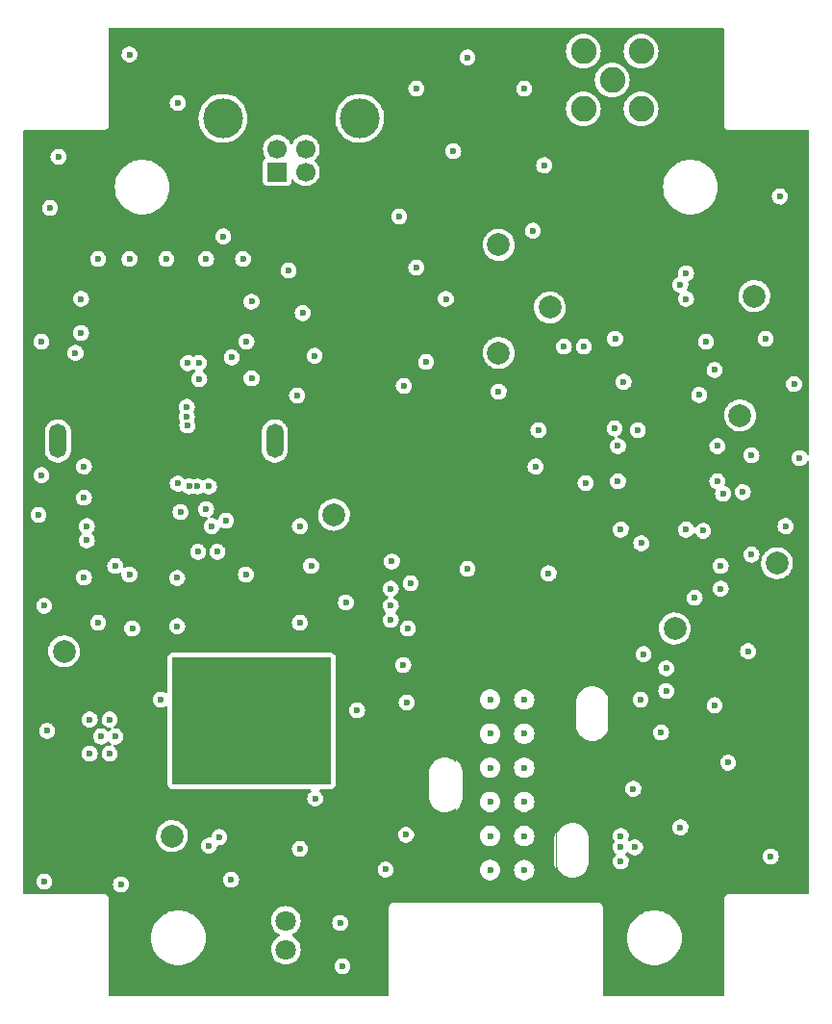
<source format=gbr>
%TF.GenerationSoftware,KiCad,Pcbnew,6.0.7-f9a2dced07~116~ubuntu20.04.1*%
%TF.CreationDate,2022-10-10T17:06:21-07:00*%
%TF.ProjectId,packaged-amp,7061636b-6167-4656-942d-616d702e6b69,rev?*%
%TF.SameCoordinates,Original*%
%TF.FileFunction,Copper,L4,Bot*%
%TF.FilePolarity,Positive*%
%FSLAX46Y46*%
G04 Gerber Fmt 4.6, Leading zero omitted, Abs format (unit mm)*
G04 Created by KiCad (PCBNEW 6.0.7-f9a2dced07~116~ubuntu20.04.1) date 2022-10-10 17:06:21*
%MOMM*%
%LPD*%
G01*
G04 APERTURE LIST*
%TA.AperFunction,ComponentPad*%
%ADD10O,1.500000X3.000000*%
%TD*%
%TA.AperFunction,ComponentPad*%
%ADD11C,2.000000*%
%TD*%
%TA.AperFunction,ComponentPad*%
%ADD12R,1.700000X1.700000*%
%TD*%
%TA.AperFunction,ComponentPad*%
%ADD13C,1.700000*%
%TD*%
%TA.AperFunction,ComponentPad*%
%ADD14C,3.500000*%
%TD*%
%TA.AperFunction,ComponentPad*%
%ADD15C,1.800000*%
%TD*%
%TA.AperFunction,ComponentPad*%
%ADD16C,2.250000*%
%TD*%
%TA.AperFunction,ViaPad*%
%ADD17C,0.600000*%
%TD*%
G04 APERTURE END LIST*
D10*
%TO.P,J2,1,Shield*%
%TO.N,GND*%
X40950000Y-133250000D03*
X60050000Y-133250000D03*
%TD*%
D11*
%TO.P,TP9,1,1*%
%TO.N,VDD*%
X42500000Y-168000000D03*
%TD*%
%TO.P,TP8,1,1*%
%TO.N,Net-(GD1-Pad1)*%
X84250000Y-121500000D03*
%TD*%
%TO.P,TP4,1,1*%
%TO.N,GND*%
X41500000Y-151750000D03*
%TD*%
%TO.P,TP7,1,1*%
%TO.N,GND*%
X79750000Y-116000000D03*
%TD*%
%TO.P,TP5,1,1*%
%TO.N,GND*%
X102250000Y-120500000D03*
%TD*%
D12*
%TO.P,J8,1,VBUS*%
%TO.N,Net-(J8-Pad1)*%
X60250000Y-109577500D03*
D13*
%TO.P,J8,2,D-*%
%TO.N,unconnected-(J8-Pad2)*%
X62750000Y-109577500D03*
%TO.P,J8,3,D+*%
%TO.N,unconnected-(J8-Pad3)*%
X62750000Y-107577500D03*
%TO.P,J8,4,GND*%
%TO.N,Net-(J8-Pad4)*%
X60250000Y-107577500D03*
D14*
%TO.P,J8,5,Shield*%
%TO.N,Net-(J8-Pad5)*%
X67520000Y-104867500D03*
X55480000Y-104867500D03*
%TD*%
D11*
%TO.P,TP10,1,1*%
%TO.N,VSS*%
X51000000Y-168000000D03*
%TD*%
D15*
%TO.P,D10,1,A1*%
%TO.N,Net-(D10-Pad1)*%
X61020000Y-175460000D03*
%TO.P,D10,2,K1*%
%TO.N,VDD*%
X58480000Y-175460000D03*
%TO.P,D10,3,A2*%
%TO.N,Net-(D10-Pad3)*%
X61020000Y-178000000D03*
%TO.P,D10,4,K2*%
%TO.N,VDD*%
X58480000Y-178000000D03*
%TD*%
D11*
%TO.P,TP3,1,1*%
%TO.N,/int_out*%
X79750000Y-125500000D03*
%TD*%
%TO.P,TP6,1,1*%
%TO.N,GND*%
X104250000Y-144000000D03*
%TD*%
%TO.P,TP1,1,1*%
%TO.N,Net-(C1-Pad1)*%
X95250000Y-149750000D03*
%TD*%
%TO.P,TP2,1,1*%
%TO.N,Net-(C15-Pad1)*%
X101000000Y-131000000D03*
%TD*%
%TO.P,TP14,1,1*%
%TO.N,Net-(D11-Pad1)*%
X65250000Y-139750000D03*
%TD*%
D16*
%TO.P,J7,1,In*%
%TO.N,Net-(J7-Pad1)*%
X89750000Y-101500000D03*
%TO.P,J7,2,Ext*%
%TO.N,GND*%
X92290000Y-104040000D03*
X87210000Y-98960000D03*
X92290000Y-98960000D03*
X87210000Y-104040000D03*
%TD*%
D17*
%TO.N,VDD*%
X92000000Y-129200000D03*
X79800000Y-141900000D03*
X47500000Y-168850000D03*
X71400000Y-136150000D03*
X96975000Y-143425000D03*
X74900000Y-141850000D03*
X83250000Y-129200000D03*
X46650000Y-168050000D03*
%TO.N,GND*%
X75100000Y-120750000D03*
X83750000Y-109000000D03*
X47250000Y-99250000D03*
X99500000Y-137900000D03*
X85500000Y-124950000D03*
X95750000Y-167250000D03*
X47250000Y-117250000D03*
X52300000Y-130250000D03*
X65800000Y-175650000D03*
X99300000Y-144250000D03*
X58000000Y-121000000D03*
X70350000Y-143850000D03*
X43750000Y-157750000D03*
X90000000Y-124250000D03*
X54000000Y-139250000D03*
X103700000Y-169800000D03*
X46500000Y-172250000D03*
X52400000Y-126400000D03*
X39250000Y-139750000D03*
X91750000Y-169000000D03*
X75750000Y-107750000D03*
X90750000Y-128050000D03*
X43750000Y-160750000D03*
X47500000Y-149750000D03*
X98750000Y-156500000D03*
X77000000Y-144500000D03*
X44750000Y-159250000D03*
X94050000Y-158900000D03*
X99300000Y-146250000D03*
X70250000Y-147750000D03*
X52300000Y-131100000D03*
X45500000Y-160750000D03*
X90250000Y-133700000D03*
X102000000Y-134500000D03*
X105750000Y-128250000D03*
X54250000Y-137250000D03*
X61250000Y-118250000D03*
X55750000Y-140250000D03*
X90500000Y-170250000D03*
X41000000Y-108250000D03*
X87250000Y-124950000D03*
X57250000Y-117250000D03*
X63600000Y-164700000D03*
X40250000Y-112750000D03*
X56250000Y-125900000D03*
X92000000Y-132300000D03*
X46000000Y-144250000D03*
X39750000Y-147750000D03*
X50500000Y-117250000D03*
X43250000Y-135500000D03*
X82750000Y-114750000D03*
X103250000Y-124250000D03*
X105000000Y-140750000D03*
X104500000Y-111750000D03*
X63250000Y-144250000D03*
X71600000Y-167900000D03*
X62000000Y-129250000D03*
X98750000Y-127000000D03*
X96250000Y-118500000D03*
X39500000Y-136250000D03*
X53250000Y-137250000D03*
X71350000Y-152950000D03*
X56200000Y-171850000D03*
X43250000Y-138250000D03*
X45500000Y-157750000D03*
X66000000Y-179450000D03*
X95750000Y-119500000D03*
X43000000Y-120750000D03*
X71000000Y-113500000D03*
X83000000Y-135500000D03*
X84150000Y-144900000D03*
X90500000Y-169000000D03*
X42500000Y-125500000D03*
X90500000Y-168000000D03*
X92500000Y-152000000D03*
X43250000Y-145250000D03*
X62250000Y-140750000D03*
X71750000Y-149750000D03*
X98000000Y-124500000D03*
X96250000Y-141050000D03*
X57500000Y-145000000D03*
X70250000Y-149000000D03*
X90500000Y-141050000D03*
X52350000Y-131900000D03*
X43500000Y-142000000D03*
X66300000Y-147450000D03*
X55500000Y-115250000D03*
X69800000Y-170950000D03*
X72500000Y-102250000D03*
X99000000Y-133700000D03*
X99950000Y-161550000D03*
X51500000Y-137000000D03*
X71650000Y-156250000D03*
X39500000Y-124500000D03*
X43500000Y-140750000D03*
X70250000Y-146250000D03*
X62250000Y-149250000D03*
X73350000Y-126300000D03*
X101250000Y-137750000D03*
X53400000Y-127800000D03*
X47250000Y-145000000D03*
X96250000Y-120750000D03*
X102000000Y-143250000D03*
X83250000Y-132300000D03*
X53350000Y-126400000D03*
X94500000Y-153250000D03*
X54000000Y-117250000D03*
X58000000Y-127750000D03*
X51500000Y-103500000D03*
X72000000Y-145750000D03*
X101700000Y-151750000D03*
X44500000Y-117250000D03*
X67300000Y-156950000D03*
X82000000Y-102250000D03*
X55000000Y-143000000D03*
X52500000Y-137250000D03*
X44500000Y-149250000D03*
X46000000Y-159250000D03*
X92250000Y-156000000D03*
X39750000Y-172000000D03*
X77000000Y-99500000D03*
X97400000Y-129200000D03*
X106250000Y-134750000D03*
X40000000Y-158750000D03*
X91600000Y-163850000D03*
X51750000Y-139500000D03*
X94500000Y-155250000D03*
X54500000Y-140750000D03*
X62500000Y-122000000D03*
X72500000Y-118000000D03*
X50000000Y-156000000D03*
X43000000Y-123750000D03*
%TO.N,VSS*%
X55150000Y-168100000D03*
X54250000Y-168850000D03*
X97000000Y-147050000D03*
X62250000Y-169150000D03*
X79750000Y-128900000D03*
X99000000Y-136800000D03*
X90250000Y-136800000D03*
X71400000Y-128400000D03*
%TO.N,/int_out*%
X97750000Y-141150000D03*
X89950000Y-132150000D03*
%TO.N,Net-(D11-Pad1)*%
X63550000Y-125750000D03*
X57550000Y-124500000D03*
%TO.N,Net-(C28-Pad1)*%
X51450000Y-145300000D03*
X51450000Y-149550000D03*
%TO.N,Net-(C29-Pad2)*%
X55750000Y-157750000D03*
X57000000Y-159250000D03*
X55750000Y-159250000D03*
X55750000Y-161000000D03*
X57000000Y-161000000D03*
X57250000Y-152700000D03*
X57000000Y-157750000D03*
X53300000Y-143000000D03*
%TO.N,Net-(E1-Pad2)*%
X82000000Y-159000000D03*
X82000000Y-156000000D03*
X79000000Y-159000000D03*
X79000000Y-156000000D03*
%TO.N,Net-(C1-Pad1)*%
X92300000Y-142250000D03*
X87400000Y-136950000D03*
%TO.N,/return_kelvin*%
X82000000Y-165000000D03*
X79000000Y-165000000D03*
X79000000Y-162000000D03*
X82000000Y-162000000D03*
%TO.N,Net-(NT2-Pad1)*%
X82000000Y-168000000D03*
X79000000Y-168000000D03*
X79000000Y-171000000D03*
X82000000Y-171000000D03*
%TD*%
%TA.AperFunction,Conductor*%
%TO.N,VDD*%
G36*
X99544836Y-96919391D02*
G01*
X99588746Y-96970066D01*
X99599500Y-97019500D01*
X99599500Y-105459116D01*
X99598035Y-105477731D01*
X99594508Y-105500000D01*
X99599500Y-105531519D01*
X99614354Y-105625304D01*
X99671950Y-105738342D01*
X99761658Y-105828050D01*
X99874696Y-105885646D01*
X100000000Y-105905492D01*
X100022269Y-105901965D01*
X100040884Y-105900500D01*
X106980500Y-105900500D01*
X107044836Y-105919391D01*
X107088746Y-105970066D01*
X107099500Y-106019500D01*
X107099500Y-134369225D01*
X107080609Y-134433561D01*
X107029934Y-134477471D01*
X106963565Y-134487014D01*
X106902572Y-134459159D01*
X106876548Y-134426260D01*
X106875345Y-134423077D01*
X106779312Y-134283349D01*
X106773962Y-134278582D01*
X106773960Y-134278580D01*
X106691517Y-134205126D01*
X106652721Y-134170560D01*
X106502881Y-134091224D01*
X106495932Y-134089478D01*
X106495928Y-134089477D01*
X106345398Y-134051666D01*
X106345394Y-134051665D01*
X106338441Y-134049919D01*
X106331268Y-134049881D01*
X106331265Y-134049881D01*
X106251664Y-134049465D01*
X106168895Y-134049031D01*
X106045293Y-134078706D01*
X106011004Y-134086938D01*
X106011003Y-134086938D01*
X106004032Y-134088612D01*
X105997657Y-134091902D01*
X105997658Y-134091902D01*
X105859746Y-134163083D01*
X105859742Y-134163085D01*
X105853369Y-134166375D01*
X105725604Y-134277831D01*
X105721480Y-134283699D01*
X105632237Y-134410678D01*
X105632234Y-134410683D01*
X105628113Y-134416547D01*
X105566524Y-134574513D01*
X105544394Y-134742611D01*
X105562999Y-134911135D01*
X105565464Y-134917871D01*
X105611899Y-135044759D01*
X105621266Y-135070356D01*
X105650708Y-135114170D01*
X105707789Y-135199116D01*
X105715830Y-135211083D01*
X105721130Y-135215906D01*
X105721133Y-135215909D01*
X105833142Y-135317829D01*
X105841233Y-135325191D01*
X105990235Y-135406092D01*
X105997173Y-135407912D01*
X105997175Y-135407913D01*
X106108310Y-135437068D01*
X106154233Y-135449116D01*
X106161403Y-135449229D01*
X106161406Y-135449229D01*
X106235405Y-135450391D01*
X106323760Y-135451779D01*
X106406395Y-135432853D01*
X106482040Y-135415529D01*
X106482043Y-135415528D01*
X106489029Y-135413928D01*
X106495433Y-135410707D01*
X106495436Y-135410706D01*
X106634088Y-135340971D01*
X106634089Y-135340971D01*
X106640498Y-135337747D01*
X106647666Y-135331625D01*
X106763967Y-135232294D01*
X106763967Y-135232293D01*
X106769423Y-135227634D01*
X106868361Y-135089947D01*
X106871038Y-135083288D01*
X106874492Y-135077005D01*
X106876177Y-135077931D01*
X106911612Y-135033004D01*
X106975008Y-135011164D01*
X107040147Y-135027065D01*
X107086349Y-135075660D01*
X107099500Y-135130037D01*
X107099500Y-172980500D01*
X107080609Y-173044836D01*
X107029934Y-173088746D01*
X106980500Y-173099500D01*
X100040884Y-173099500D01*
X100022269Y-173098035D01*
X100009250Y-173095973D01*
X100000000Y-173094508D01*
X99968481Y-173099500D01*
X99874696Y-173114354D01*
X99761658Y-173171950D01*
X99671950Y-173261658D01*
X99614354Y-173374696D01*
X99594508Y-173500000D01*
X99595973Y-173509250D01*
X99598035Y-173522269D01*
X99599500Y-173540884D01*
X99599500Y-181980500D01*
X99580609Y-182044836D01*
X99529934Y-182088746D01*
X99480500Y-182099500D01*
X89019500Y-182099500D01*
X88955164Y-182080609D01*
X88911254Y-182029934D01*
X88900500Y-181980500D01*
X88900500Y-176965000D01*
X91049754Y-176965000D01*
X91068720Y-177266457D01*
X91125319Y-177563160D01*
X91218659Y-177850430D01*
X91347267Y-178123736D01*
X91509115Y-178378768D01*
X91701651Y-178611504D01*
X91704377Y-178614064D01*
X91704378Y-178614065D01*
X91745556Y-178652734D01*
X91921838Y-178818274D01*
X92166205Y-178995816D01*
X92169483Y-178997618D01*
X92385813Y-179116547D01*
X92430896Y-179141332D01*
X92434368Y-179142707D01*
X92434373Y-179142709D01*
X92708257Y-179251147D01*
X92708260Y-179251148D01*
X92711738Y-179252525D01*
X92853029Y-179288802D01*
X93000675Y-179326711D01*
X93000679Y-179326712D01*
X93004302Y-179327642D01*
X93155938Y-179346799D01*
X93300273Y-179365033D01*
X93300280Y-179365033D01*
X93303973Y-179365500D01*
X93606027Y-179365500D01*
X93609720Y-179365033D01*
X93609727Y-179365033D01*
X93754062Y-179346799D01*
X93905698Y-179327642D01*
X93909321Y-179326712D01*
X93909325Y-179326711D01*
X94056971Y-179288802D01*
X94198262Y-179252525D01*
X94201740Y-179251148D01*
X94201743Y-179251147D01*
X94475627Y-179142709D01*
X94475632Y-179142707D01*
X94479104Y-179141332D01*
X94524188Y-179116547D01*
X94740517Y-178997618D01*
X94743795Y-178995816D01*
X94988162Y-178818274D01*
X95164444Y-178652734D01*
X95205622Y-178614065D01*
X95205623Y-178614064D01*
X95208349Y-178611504D01*
X95400885Y-178378768D01*
X95562733Y-178123736D01*
X95691341Y-177850430D01*
X95784681Y-177563160D01*
X95841280Y-177266457D01*
X95860246Y-176965000D01*
X95841280Y-176663543D01*
X95784681Y-176366840D01*
X95691341Y-176079570D01*
X95562733Y-175806264D01*
X95472943Y-175664778D01*
X95402894Y-175554397D01*
X95402891Y-175554392D01*
X95400885Y-175551232D01*
X95208349Y-175318496D01*
X95112287Y-175228287D01*
X94990887Y-175114285D01*
X94988162Y-175111726D01*
X94743795Y-174934184D01*
X94611449Y-174861426D01*
X94482382Y-174790470D01*
X94482381Y-174790469D01*
X94479104Y-174788668D01*
X94475632Y-174787293D01*
X94475627Y-174787291D01*
X94201743Y-174678853D01*
X94201740Y-174678852D01*
X94198262Y-174677475D01*
X94051980Y-174639916D01*
X93909325Y-174603289D01*
X93909321Y-174603288D01*
X93905698Y-174602358D01*
X93754062Y-174583201D01*
X93609727Y-174564967D01*
X93609720Y-174564967D01*
X93606027Y-174564500D01*
X93303973Y-174564500D01*
X93300280Y-174564967D01*
X93300273Y-174564967D01*
X93155938Y-174583201D01*
X93004302Y-174602358D01*
X93000679Y-174603288D01*
X93000675Y-174603289D01*
X92858020Y-174639916D01*
X92711738Y-174677475D01*
X92708260Y-174678852D01*
X92708257Y-174678853D01*
X92434373Y-174787291D01*
X92434368Y-174787293D01*
X92430896Y-174788668D01*
X92427619Y-174790469D01*
X92427618Y-174790470D01*
X92298551Y-174861426D01*
X92166205Y-174934184D01*
X91921838Y-175111726D01*
X91919113Y-175114285D01*
X91797714Y-175228287D01*
X91701651Y-175318496D01*
X91509115Y-175551232D01*
X91507109Y-175554392D01*
X91507106Y-175554397D01*
X91437057Y-175664778D01*
X91347267Y-175806264D01*
X91218659Y-176079570D01*
X91125319Y-176366840D01*
X91068720Y-176663543D01*
X91049754Y-176965000D01*
X88900500Y-176965000D01*
X88900500Y-174290884D01*
X88901965Y-174272269D01*
X88904027Y-174259250D01*
X88905492Y-174250000D01*
X88885646Y-174124696D01*
X88828050Y-174011658D01*
X88738342Y-173921950D01*
X88625304Y-173864354D01*
X88531519Y-173849500D01*
X88500000Y-173844508D01*
X88490750Y-173845973D01*
X88477731Y-173848035D01*
X88459116Y-173849500D01*
X70540884Y-173849500D01*
X70522269Y-173848035D01*
X70509250Y-173845973D01*
X70500000Y-173844508D01*
X70468481Y-173849500D01*
X70374696Y-173864354D01*
X70261658Y-173921950D01*
X70171950Y-174011658D01*
X70114354Y-174124696D01*
X70094508Y-174250000D01*
X70095973Y-174259250D01*
X70098035Y-174272269D01*
X70099500Y-174290884D01*
X70099500Y-181980500D01*
X70080609Y-182044836D01*
X70029934Y-182088746D01*
X69980500Y-182099500D01*
X45519500Y-182099500D01*
X45455164Y-182080609D01*
X45411254Y-182029934D01*
X45400500Y-181980500D01*
X45400500Y-179442611D01*
X65294394Y-179442611D01*
X65312999Y-179611135D01*
X65315464Y-179617871D01*
X65320867Y-179632634D01*
X65371266Y-179770356D01*
X65465830Y-179911083D01*
X65471130Y-179915906D01*
X65471133Y-179915909D01*
X65585929Y-180020365D01*
X65591233Y-180025191D01*
X65740235Y-180106092D01*
X65747173Y-180107912D01*
X65747175Y-180107913D01*
X65858310Y-180137068D01*
X65904233Y-180149116D01*
X65911403Y-180149229D01*
X65911406Y-180149229D01*
X65985405Y-180150391D01*
X66073760Y-180151779D01*
X66156395Y-180132853D01*
X66232040Y-180115529D01*
X66232043Y-180115528D01*
X66239029Y-180113928D01*
X66245433Y-180110707D01*
X66245436Y-180110706D01*
X66384088Y-180040971D01*
X66384089Y-180040971D01*
X66390498Y-180037747D01*
X66395953Y-180033088D01*
X66513967Y-179932294D01*
X66513967Y-179932293D01*
X66519423Y-179927634D01*
X66618361Y-179789947D01*
X66681601Y-179632634D01*
X66705490Y-179464778D01*
X66705645Y-179450000D01*
X66685276Y-179281680D01*
X66625345Y-179123077D01*
X66616824Y-179110678D01*
X66592809Y-179075737D01*
X66529312Y-178983349D01*
X66523962Y-178978582D01*
X66523960Y-178978580D01*
X66466017Y-178926955D01*
X66402721Y-178870560D01*
X66252881Y-178791224D01*
X66245932Y-178789478D01*
X66245928Y-178789477D01*
X66095398Y-178751666D01*
X66095394Y-178751665D01*
X66088441Y-178749919D01*
X66081268Y-178749881D01*
X66081265Y-178749881D01*
X66001664Y-178749465D01*
X65918895Y-178749031D01*
X65795293Y-178778706D01*
X65761004Y-178786938D01*
X65761003Y-178786938D01*
X65754032Y-178788612D01*
X65747657Y-178791902D01*
X65747658Y-178791902D01*
X65609746Y-178863083D01*
X65609742Y-178863085D01*
X65603369Y-178866375D01*
X65475604Y-178977831D01*
X65471480Y-178983699D01*
X65382237Y-179110678D01*
X65382234Y-179110683D01*
X65378113Y-179116547D01*
X65316524Y-179274513D01*
X65294394Y-179442611D01*
X45400500Y-179442611D01*
X45400500Y-176965000D01*
X49139754Y-176965000D01*
X49158720Y-177266457D01*
X49215319Y-177563160D01*
X49308659Y-177850430D01*
X49437267Y-178123736D01*
X49599115Y-178378768D01*
X49791651Y-178611504D01*
X49794377Y-178614064D01*
X49794378Y-178614065D01*
X49835556Y-178652734D01*
X50011838Y-178818274D01*
X50256205Y-178995816D01*
X50259483Y-178997618D01*
X50475813Y-179116547D01*
X50520896Y-179141332D01*
X50524368Y-179142707D01*
X50524373Y-179142709D01*
X50798257Y-179251147D01*
X50798260Y-179251148D01*
X50801738Y-179252525D01*
X50943029Y-179288802D01*
X51090675Y-179326711D01*
X51090679Y-179326712D01*
X51094302Y-179327642D01*
X51245938Y-179346799D01*
X51390273Y-179365033D01*
X51390280Y-179365033D01*
X51393973Y-179365500D01*
X51696027Y-179365500D01*
X51699720Y-179365033D01*
X51699727Y-179365033D01*
X51844062Y-179346799D01*
X51995698Y-179327642D01*
X51999321Y-179326712D01*
X51999325Y-179326711D01*
X52146971Y-179288802D01*
X52288262Y-179252525D01*
X52291740Y-179251148D01*
X52291743Y-179251147D01*
X52565627Y-179142709D01*
X52565632Y-179142707D01*
X52569104Y-179141332D01*
X52614188Y-179116547D01*
X52830517Y-178997618D01*
X52833795Y-178995816D01*
X53078162Y-178818274D01*
X53254444Y-178652734D01*
X53295622Y-178614065D01*
X53295623Y-178614064D01*
X53298349Y-178611504D01*
X53490885Y-178378768D01*
X53652733Y-178123736D01*
X53710959Y-178000000D01*
X59714532Y-178000000D01*
X59734365Y-178226692D01*
X59735709Y-178231709D01*
X59735710Y-178231713D01*
X59778167Y-178390165D01*
X59793261Y-178446496D01*
X59889432Y-178652734D01*
X60019953Y-178839139D01*
X60180861Y-179000047D01*
X60367266Y-179130568D01*
X60573504Y-179226739D01*
X60578525Y-179228084D01*
X60578524Y-179228084D01*
X60788287Y-179284290D01*
X60788291Y-179284291D01*
X60793308Y-179285635D01*
X61020000Y-179305468D01*
X61246692Y-179285635D01*
X61251709Y-179284291D01*
X61251713Y-179284290D01*
X61461476Y-179228084D01*
X61461475Y-179228084D01*
X61466496Y-179226739D01*
X61672734Y-179130568D01*
X61859139Y-179000047D01*
X62020047Y-178839139D01*
X62150568Y-178652734D01*
X62246739Y-178446496D01*
X62261833Y-178390165D01*
X62304290Y-178231713D01*
X62304291Y-178231709D01*
X62305635Y-178226692D01*
X62325468Y-178000000D01*
X62305635Y-177773308D01*
X62246739Y-177553504D01*
X62150568Y-177347266D01*
X62020047Y-177160861D01*
X61859139Y-176999953D01*
X61672734Y-176869432D01*
X61605007Y-176837850D01*
X61554682Y-176793540D01*
X61536303Y-176729055D01*
X61555704Y-176664871D01*
X61605007Y-176622150D01*
X61630194Y-176610405D01*
X61672734Y-176590568D01*
X61859139Y-176460047D01*
X62020047Y-176299139D01*
X62150568Y-176112734D01*
X62246739Y-175906496D01*
X62305635Y-175686692D01*
X62309492Y-175642611D01*
X65094394Y-175642611D01*
X65112999Y-175811135D01*
X65115464Y-175817871D01*
X65120867Y-175832634D01*
X65171266Y-175970356D01*
X65265830Y-176111083D01*
X65271130Y-176115906D01*
X65271133Y-176115909D01*
X65385929Y-176220365D01*
X65391233Y-176225191D01*
X65540235Y-176306092D01*
X65547173Y-176307912D01*
X65547175Y-176307913D01*
X65658310Y-176337068D01*
X65704233Y-176349116D01*
X65711403Y-176349229D01*
X65711406Y-176349229D01*
X65785405Y-176350391D01*
X65873760Y-176351779D01*
X65956394Y-176332854D01*
X66032040Y-176315529D01*
X66032043Y-176315528D01*
X66039029Y-176313928D01*
X66045433Y-176310707D01*
X66045436Y-176310706D01*
X66184088Y-176240971D01*
X66184089Y-176240971D01*
X66190498Y-176237747D01*
X66195953Y-176233088D01*
X66313967Y-176132294D01*
X66313967Y-176132293D01*
X66319423Y-176127634D01*
X66418361Y-175989947D01*
X66450015Y-175911207D01*
X66478924Y-175839294D01*
X66478925Y-175839292D01*
X66481601Y-175832634D01*
X66505490Y-175664778D01*
X66505645Y-175650000D01*
X66485276Y-175481680D01*
X66425345Y-175323077D01*
X66420437Y-175315935D01*
X66333372Y-175189257D01*
X66329312Y-175183349D01*
X66323962Y-175178582D01*
X66323960Y-175178580D01*
X66266016Y-175126954D01*
X66202721Y-175070560D01*
X66052881Y-174991224D01*
X66045932Y-174989478D01*
X66045928Y-174989477D01*
X65895398Y-174951666D01*
X65895394Y-174951665D01*
X65888441Y-174949919D01*
X65881268Y-174949881D01*
X65881265Y-174949881D01*
X65801664Y-174949465D01*
X65718895Y-174949031D01*
X65595293Y-174978706D01*
X65561004Y-174986938D01*
X65561003Y-174986938D01*
X65554032Y-174988612D01*
X65547657Y-174991902D01*
X65547658Y-174991902D01*
X65409746Y-175063083D01*
X65409742Y-175063085D01*
X65403369Y-175066375D01*
X65275604Y-175177831D01*
X65271480Y-175183699D01*
X65182237Y-175310678D01*
X65182234Y-175310683D01*
X65178113Y-175316547D01*
X65116524Y-175474513D01*
X65094394Y-175642611D01*
X62309492Y-175642611D01*
X62325468Y-175460000D01*
X62305635Y-175233308D01*
X62292343Y-175183699D01*
X62248084Y-175018524D01*
X62246739Y-175013504D01*
X62150568Y-174807266D01*
X62020047Y-174620861D01*
X61859139Y-174459953D01*
X61672734Y-174329432D01*
X61466496Y-174233261D01*
X61417169Y-174220044D01*
X61251713Y-174175710D01*
X61251709Y-174175709D01*
X61246692Y-174174365D01*
X61020000Y-174154532D01*
X60793308Y-174174365D01*
X60788291Y-174175709D01*
X60788287Y-174175710D01*
X60622831Y-174220044D01*
X60573504Y-174233261D01*
X60367266Y-174329432D01*
X60180861Y-174459953D01*
X60019953Y-174620861D01*
X59889432Y-174807266D01*
X59793261Y-175013504D01*
X59791916Y-175018524D01*
X59747658Y-175183699D01*
X59734365Y-175233308D01*
X59714532Y-175460000D01*
X59734365Y-175686692D01*
X59793261Y-175906496D01*
X59889432Y-176112734D01*
X60019953Y-176299139D01*
X60180861Y-176460047D01*
X60367266Y-176590568D01*
X60409806Y-176610405D01*
X60434993Y-176622150D01*
X60485318Y-176666460D01*
X60503697Y-176730945D01*
X60484296Y-176795129D01*
X60434993Y-176837850D01*
X60367266Y-176869432D01*
X60180861Y-176999953D01*
X60019953Y-177160861D01*
X59889432Y-177347266D01*
X59793261Y-177553504D01*
X59734365Y-177773308D01*
X59714532Y-178000000D01*
X53710959Y-178000000D01*
X53781341Y-177850430D01*
X53874681Y-177563160D01*
X53931280Y-177266457D01*
X53950246Y-176965000D01*
X53931280Y-176663543D01*
X53874681Y-176366840D01*
X53781341Y-176079570D01*
X53652733Y-175806264D01*
X53562943Y-175664778D01*
X53492894Y-175554397D01*
X53492891Y-175554392D01*
X53490885Y-175551232D01*
X53298349Y-175318496D01*
X53202287Y-175228287D01*
X53080887Y-175114285D01*
X53078162Y-175111726D01*
X52833795Y-174934184D01*
X52701449Y-174861426D01*
X52572382Y-174790470D01*
X52572381Y-174790469D01*
X52569104Y-174788668D01*
X52565632Y-174787293D01*
X52565627Y-174787291D01*
X52291743Y-174678853D01*
X52291740Y-174678852D01*
X52288262Y-174677475D01*
X52141980Y-174639916D01*
X51999325Y-174603289D01*
X51999321Y-174603288D01*
X51995698Y-174602358D01*
X51844062Y-174583201D01*
X51699727Y-174564967D01*
X51699720Y-174564967D01*
X51696027Y-174564500D01*
X51393973Y-174564500D01*
X51390280Y-174564967D01*
X51390273Y-174564967D01*
X51245938Y-174583201D01*
X51094302Y-174602358D01*
X51090679Y-174603288D01*
X51090675Y-174603289D01*
X50948020Y-174639916D01*
X50801738Y-174677475D01*
X50798260Y-174678852D01*
X50798257Y-174678853D01*
X50524373Y-174787291D01*
X50524368Y-174787293D01*
X50520896Y-174788668D01*
X50517619Y-174790469D01*
X50517618Y-174790470D01*
X50388551Y-174861426D01*
X50256205Y-174934184D01*
X50011838Y-175111726D01*
X50009113Y-175114285D01*
X49887714Y-175228287D01*
X49791651Y-175318496D01*
X49599115Y-175551232D01*
X49597109Y-175554392D01*
X49597106Y-175554397D01*
X49527057Y-175664778D01*
X49437267Y-175806264D01*
X49308659Y-176079570D01*
X49215319Y-176366840D01*
X49158720Y-176663543D01*
X49139754Y-176965000D01*
X45400500Y-176965000D01*
X45400500Y-173540884D01*
X45401965Y-173522269D01*
X45404027Y-173509250D01*
X45405492Y-173500000D01*
X45385646Y-173374696D01*
X45328050Y-173261658D01*
X45238342Y-173171950D01*
X45125304Y-173114354D01*
X45031519Y-173099500D01*
X45000000Y-173094508D01*
X44990750Y-173095973D01*
X44977731Y-173098035D01*
X44959116Y-173099500D01*
X38019500Y-173099500D01*
X37955164Y-173080609D01*
X37911254Y-173029934D01*
X37900500Y-172980500D01*
X37900500Y-171992611D01*
X39044394Y-171992611D01*
X39062999Y-172161135D01*
X39065464Y-172167871D01*
X39117873Y-172311083D01*
X39121266Y-172320356D01*
X39125266Y-172326308D01*
X39191940Y-172425530D01*
X39215830Y-172461083D01*
X39221130Y-172465906D01*
X39221133Y-172465909D01*
X39335919Y-172570356D01*
X39341233Y-172575191D01*
X39490235Y-172656092D01*
X39497173Y-172657912D01*
X39497175Y-172657913D01*
X39608310Y-172687068D01*
X39654233Y-172699116D01*
X39661403Y-172699229D01*
X39661406Y-172699229D01*
X39735405Y-172700391D01*
X39823760Y-172701779D01*
X39906395Y-172682853D01*
X39982040Y-172665529D01*
X39982043Y-172665528D01*
X39989029Y-172663928D01*
X39995433Y-172660707D01*
X39995436Y-172660706D01*
X40134088Y-172590971D01*
X40134089Y-172590971D01*
X40140498Y-172587747D01*
X40145953Y-172583088D01*
X40263967Y-172482294D01*
X40263967Y-172482293D01*
X40269423Y-172477634D01*
X40306864Y-172425530D01*
X40364173Y-172345775D01*
X40368361Y-172339947D01*
X40404520Y-172250000D01*
X40407490Y-172242611D01*
X45794394Y-172242611D01*
X45812999Y-172411135D01*
X45815464Y-172417871D01*
X45864468Y-172551779D01*
X45871266Y-172570356D01*
X45884431Y-172589947D01*
X45957789Y-172699116D01*
X45965830Y-172711083D01*
X45971130Y-172715906D01*
X45971133Y-172715909D01*
X46085929Y-172820365D01*
X46091233Y-172825191D01*
X46240235Y-172906092D01*
X46247173Y-172907912D01*
X46247175Y-172907913D01*
X46358310Y-172937068D01*
X46404233Y-172949116D01*
X46411403Y-172949229D01*
X46411406Y-172949229D01*
X46485405Y-172950391D01*
X46573760Y-172951779D01*
X46656394Y-172932854D01*
X46732040Y-172915529D01*
X46732043Y-172915528D01*
X46739029Y-172913928D01*
X46745433Y-172910707D01*
X46745436Y-172910706D01*
X46884088Y-172840971D01*
X46884089Y-172840971D01*
X46890498Y-172837747D01*
X46895953Y-172833088D01*
X47013967Y-172732294D01*
X47013967Y-172732293D01*
X47019423Y-172727634D01*
X47118361Y-172589947D01*
X47165854Y-172471806D01*
X47178924Y-172439294D01*
X47178925Y-172439292D01*
X47181601Y-172432634D01*
X47205490Y-172264778D01*
X47205645Y-172250000D01*
X47185276Y-172081680D01*
X47125345Y-171923077D01*
X47116824Y-171910678D01*
X47075120Y-171850000D01*
X47070042Y-171842611D01*
X55494394Y-171842611D01*
X55512999Y-172011135D01*
X55515464Y-172017871D01*
X55567892Y-172161135D01*
X55571266Y-172170356D01*
X55579956Y-172183288D01*
X55634715Y-172264778D01*
X55665830Y-172311083D01*
X55671130Y-172315906D01*
X55671133Y-172315909D01*
X55783188Y-172417871D01*
X55791233Y-172425191D01*
X55940235Y-172506092D01*
X55947173Y-172507912D01*
X55947175Y-172507913D01*
X56058310Y-172537068D01*
X56104233Y-172549116D01*
X56111403Y-172549229D01*
X56111406Y-172549229D01*
X56185405Y-172550391D01*
X56273760Y-172551779D01*
X56356395Y-172532853D01*
X56432040Y-172515529D01*
X56432043Y-172515528D01*
X56439029Y-172513928D01*
X56445433Y-172510707D01*
X56445436Y-172510706D01*
X56584088Y-172440971D01*
X56584089Y-172440971D01*
X56590498Y-172437747D01*
X56596485Y-172432634D01*
X56713967Y-172332294D01*
X56713967Y-172332293D01*
X56719423Y-172327634D01*
X56818361Y-172189947D01*
X56828944Y-172163621D01*
X56878924Y-172039294D01*
X56878925Y-172039292D01*
X56881601Y-172032634D01*
X56905490Y-171864778D01*
X56905645Y-171850000D01*
X56885276Y-171681680D01*
X56825345Y-171523077D01*
X56816824Y-171510678D01*
X56755253Y-171421093D01*
X56729312Y-171383349D01*
X56723962Y-171378582D01*
X56723960Y-171378580D01*
X56665291Y-171326308D01*
X56602721Y-171270560D01*
X56452881Y-171191224D01*
X56445932Y-171189478D01*
X56445928Y-171189477D01*
X56295398Y-171151666D01*
X56295394Y-171151665D01*
X56288441Y-171149919D01*
X56281268Y-171149881D01*
X56281265Y-171149881D01*
X56201664Y-171149465D01*
X56118895Y-171149031D01*
X56040423Y-171167871D01*
X55961004Y-171186938D01*
X55961003Y-171186938D01*
X55954032Y-171188612D01*
X55947657Y-171191902D01*
X55947658Y-171191902D01*
X55809746Y-171263083D01*
X55809742Y-171263085D01*
X55803369Y-171266375D01*
X55675604Y-171377831D01*
X55671480Y-171383699D01*
X55582237Y-171510678D01*
X55582234Y-171510683D01*
X55578113Y-171516547D01*
X55516524Y-171674513D01*
X55494394Y-171842611D01*
X47070042Y-171842611D01*
X47029312Y-171783349D01*
X47023962Y-171778582D01*
X47023960Y-171778580D01*
X46934771Y-171699116D01*
X46902721Y-171670560D01*
X46752881Y-171591224D01*
X46745932Y-171589478D01*
X46745928Y-171589477D01*
X46595398Y-171551666D01*
X46595394Y-171551665D01*
X46588441Y-171549919D01*
X46581268Y-171549881D01*
X46581265Y-171549881D01*
X46501664Y-171549465D01*
X46418895Y-171549031D01*
X46330035Y-171570365D01*
X46261004Y-171586938D01*
X46261003Y-171586938D01*
X46254032Y-171588612D01*
X46247657Y-171591902D01*
X46247658Y-171591902D01*
X46109746Y-171663083D01*
X46109742Y-171663085D01*
X46103369Y-171666375D01*
X45975604Y-171777831D01*
X45971480Y-171783699D01*
X45882237Y-171910678D01*
X45882234Y-171910683D01*
X45878113Y-171916547D01*
X45816524Y-172074513D01*
X45794394Y-172242611D01*
X40407490Y-172242611D01*
X40428924Y-172189294D01*
X40428925Y-172189292D01*
X40431601Y-172182634D01*
X40455490Y-172014778D01*
X40455645Y-172000000D01*
X40438810Y-171860886D01*
X40436138Y-171838802D01*
X40436138Y-171838801D01*
X40435276Y-171831680D01*
X40375345Y-171673077D01*
X40370158Y-171665529D01*
X40321395Y-171594580D01*
X40279312Y-171533349D01*
X40273962Y-171528582D01*
X40273960Y-171528580D01*
X40191522Y-171455131D01*
X40152721Y-171420560D01*
X40002881Y-171341224D01*
X39995932Y-171339478D01*
X39995928Y-171339477D01*
X39845398Y-171301666D01*
X39845394Y-171301665D01*
X39838441Y-171299919D01*
X39831268Y-171299881D01*
X39831265Y-171299881D01*
X39751664Y-171299465D01*
X39668895Y-171299031D01*
X39555281Y-171326308D01*
X39511004Y-171336938D01*
X39511003Y-171336938D01*
X39504032Y-171338612D01*
X39497657Y-171341902D01*
X39497658Y-171341902D01*
X39359746Y-171413083D01*
X39359742Y-171413085D01*
X39353369Y-171416375D01*
X39225604Y-171527831D01*
X39221480Y-171533699D01*
X39132237Y-171660678D01*
X39132234Y-171660683D01*
X39128113Y-171666547D01*
X39066524Y-171824513D01*
X39044394Y-171992611D01*
X37900500Y-171992611D01*
X37900500Y-170942611D01*
X69094394Y-170942611D01*
X69112999Y-171111135D01*
X69115464Y-171117871D01*
X69162501Y-171246404D01*
X69171266Y-171270356D01*
X69208864Y-171326308D01*
X69251164Y-171389257D01*
X69265830Y-171411083D01*
X69271130Y-171415906D01*
X69271133Y-171415909D01*
X69385929Y-171520365D01*
X69391233Y-171525191D01*
X69540235Y-171606092D01*
X69547173Y-171607912D01*
X69547175Y-171607913D01*
X69655926Y-171636443D01*
X69704233Y-171649116D01*
X69711403Y-171649229D01*
X69711406Y-171649229D01*
X69785405Y-171650391D01*
X69873760Y-171651779D01*
X69956394Y-171632854D01*
X70032040Y-171615529D01*
X70032043Y-171615528D01*
X70039029Y-171613928D01*
X70045433Y-171610707D01*
X70045436Y-171610706D01*
X70184088Y-171540971D01*
X70184089Y-171540971D01*
X70190498Y-171537747D01*
X70199816Y-171529789D01*
X70313967Y-171432294D01*
X70313967Y-171432293D01*
X70319423Y-171427634D01*
X70327514Y-171416375D01*
X70396510Y-171320356D01*
X70418361Y-171289947D01*
X70423844Y-171276308D01*
X70478924Y-171139294D01*
X70478925Y-171139292D01*
X70481601Y-171132634D01*
X70505490Y-170964778D01*
X70505645Y-170950000D01*
X70485276Y-170781680D01*
X70425345Y-170623077D01*
X70416824Y-170610678D01*
X70363676Y-170533349D01*
X70329312Y-170483349D01*
X70323962Y-170478582D01*
X70323960Y-170478580D01*
X70259438Y-170421093D01*
X70202721Y-170370560D01*
X70052881Y-170291224D01*
X70045932Y-170289478D01*
X70045928Y-170289477D01*
X69895398Y-170251666D01*
X69895394Y-170251665D01*
X69888441Y-170249919D01*
X69881268Y-170249881D01*
X69881265Y-170249881D01*
X69801664Y-170249465D01*
X69718895Y-170249031D01*
X69599758Y-170277634D01*
X69561004Y-170286938D01*
X69561003Y-170286938D01*
X69554032Y-170288612D01*
X69547657Y-170291902D01*
X69547658Y-170291902D01*
X69409746Y-170363083D01*
X69409742Y-170363085D01*
X69403369Y-170366375D01*
X69275604Y-170477831D01*
X69271480Y-170483699D01*
X69182237Y-170610678D01*
X69182234Y-170610683D01*
X69178113Y-170616547D01*
X69116524Y-170774513D01*
X69094394Y-170942611D01*
X37900500Y-170942611D01*
X37900500Y-167965665D01*
X49595119Y-167965665D01*
X49603241Y-168106530D01*
X49608014Y-168189294D01*
X49608376Y-168195580D01*
X49659006Y-168420242D01*
X49745649Y-168633618D01*
X49748197Y-168637775D01*
X49748199Y-168637780D01*
X49786437Y-168700178D01*
X49865979Y-168829978D01*
X50016763Y-169004048D01*
X50020514Y-169007162D01*
X50020518Y-169007166D01*
X50131216Y-169099069D01*
X50193953Y-169151154D01*
X50198162Y-169153613D01*
X50198164Y-169153615D01*
X50289686Y-169207096D01*
X50392790Y-169267345D01*
X50607934Y-169349501D01*
X50694609Y-169367135D01*
X50828817Y-169394440D01*
X50828823Y-169394441D01*
X50833607Y-169395414D01*
X51063749Y-169403853D01*
X51068587Y-169403233D01*
X51068593Y-169403233D01*
X51213570Y-169384661D01*
X51292178Y-169374591D01*
X51512761Y-169308413D01*
X51517148Y-169306264D01*
X51715190Y-169209244D01*
X51715193Y-169209242D01*
X51719574Y-169207096D01*
X51743617Y-169189947D01*
X51903085Y-169076200D01*
X51903087Y-169076198D01*
X51907062Y-169073363D01*
X52070190Y-168910803D01*
X52103262Y-168864778D01*
X52119191Y-168842611D01*
X53544394Y-168842611D01*
X53562999Y-169011135D01*
X53565464Y-169017871D01*
X53617892Y-169161135D01*
X53621266Y-169170356D01*
X53715830Y-169311083D01*
X53721130Y-169315906D01*
X53721133Y-169315909D01*
X53835929Y-169420365D01*
X53841233Y-169425191D01*
X53990235Y-169506092D01*
X53997173Y-169507912D01*
X53997175Y-169507913D01*
X54097971Y-169534356D01*
X54154233Y-169549116D01*
X54161403Y-169549229D01*
X54161406Y-169549229D01*
X54235405Y-169550391D01*
X54323760Y-169551779D01*
X54406394Y-169532854D01*
X54482040Y-169515529D01*
X54482043Y-169515528D01*
X54489029Y-169513928D01*
X54495433Y-169510707D01*
X54495436Y-169510706D01*
X54634088Y-169440971D01*
X54634089Y-169440971D01*
X54640498Y-169437747D01*
X54645953Y-169433088D01*
X54763967Y-169332294D01*
X54763967Y-169332293D01*
X54769423Y-169327634D01*
X54776439Y-169317871D01*
X54848774Y-169217205D01*
X54868361Y-169189947D01*
X54878944Y-169163621D01*
X54887390Y-169142611D01*
X61544394Y-169142611D01*
X61562999Y-169311135D01*
X61565464Y-169317871D01*
X61617873Y-169461083D01*
X61621266Y-169470356D01*
X61646503Y-169507913D01*
X61704708Y-169594531D01*
X61715830Y-169611083D01*
X61721130Y-169615906D01*
X61721133Y-169615909D01*
X61828598Y-169713694D01*
X61841233Y-169725191D01*
X61990235Y-169806092D01*
X61997173Y-169807912D01*
X61997175Y-169807913D01*
X62108310Y-169837068D01*
X62154233Y-169849116D01*
X62161403Y-169849229D01*
X62161406Y-169849229D01*
X62235405Y-169850391D01*
X62323760Y-169851779D01*
X62406394Y-169832854D01*
X62482040Y-169815529D01*
X62482043Y-169815528D01*
X62489029Y-169813928D01*
X62495433Y-169810707D01*
X62495436Y-169810706D01*
X62634088Y-169740971D01*
X62634089Y-169740971D01*
X62640498Y-169737747D01*
X62645953Y-169733088D01*
X62763967Y-169632294D01*
X62763967Y-169632293D01*
X62769423Y-169627634D01*
X62868361Y-169489947D01*
X62873844Y-169476308D01*
X62928924Y-169339294D01*
X62928925Y-169339292D01*
X62931601Y-169332634D01*
X62955490Y-169164778D01*
X62955645Y-169150000D01*
X62941442Y-169032634D01*
X62936138Y-168988802D01*
X62936138Y-168988801D01*
X62935276Y-168981680D01*
X62875345Y-168823077D01*
X62866824Y-168810678D01*
X62809825Y-168727746D01*
X62779312Y-168683349D01*
X62773962Y-168678582D01*
X62773960Y-168678580D01*
X62684771Y-168599116D01*
X62652721Y-168570560D01*
X62502881Y-168491224D01*
X62495932Y-168489478D01*
X62495928Y-168489477D01*
X62345398Y-168451666D01*
X62345394Y-168451665D01*
X62338441Y-168449919D01*
X62331268Y-168449881D01*
X62331265Y-168449881D01*
X62251664Y-168449465D01*
X62168895Y-168449031D01*
X62059933Y-168475191D01*
X62011004Y-168486938D01*
X62011003Y-168486938D01*
X62004032Y-168488612D01*
X61997657Y-168491902D01*
X61997658Y-168491902D01*
X61859746Y-168563083D01*
X61859742Y-168563085D01*
X61853369Y-168566375D01*
X61725604Y-168677831D01*
X61721480Y-168683699D01*
X61632237Y-168810678D01*
X61632234Y-168810683D01*
X61628113Y-168816547D01*
X61566524Y-168974513D01*
X61544394Y-169142611D01*
X54887390Y-169142611D01*
X54928924Y-169039294D01*
X54928925Y-169039292D01*
X54931601Y-169032634D01*
X54950252Y-168901580D01*
X54978019Y-168840548D01*
X55034375Y-168804216D01*
X55069934Y-168799363D01*
X55144002Y-168800526D01*
X55223760Y-168801779D01*
X55306395Y-168782853D01*
X55382040Y-168765529D01*
X55382043Y-168765528D01*
X55389029Y-168763928D01*
X55395433Y-168760707D01*
X55395436Y-168760706D01*
X55534088Y-168690971D01*
X55534089Y-168690971D01*
X55540498Y-168687747D01*
X55581570Y-168652668D01*
X55663967Y-168582294D01*
X55663967Y-168582293D01*
X55669423Y-168577634D01*
X55677514Y-168566375D01*
X55764173Y-168445775D01*
X55768361Y-168439947D01*
X55771038Y-168433288D01*
X55828924Y-168289294D01*
X55828925Y-168289292D01*
X55831601Y-168282634D01*
X55855490Y-168114778D01*
X55855645Y-168100000D01*
X55843076Y-167996134D01*
X55836138Y-167938802D01*
X55836138Y-167938801D01*
X55835276Y-167931680D01*
X55820513Y-167892611D01*
X70894394Y-167892611D01*
X70912999Y-168061135D01*
X70915464Y-168067871D01*
X70963941Y-168200339D01*
X70971266Y-168220356D01*
X70988347Y-168245775D01*
X71055544Y-168345775D01*
X71065830Y-168361083D01*
X71071130Y-168365906D01*
X71071133Y-168365909D01*
X71181032Y-168465909D01*
X71191233Y-168475191D01*
X71340235Y-168556092D01*
X71347173Y-168557912D01*
X71347175Y-168557913D01*
X71400133Y-168571806D01*
X71504233Y-168599116D01*
X71511403Y-168599229D01*
X71511406Y-168599229D01*
X71585405Y-168600391D01*
X71673760Y-168601779D01*
X71774910Y-168578613D01*
X71832040Y-168565529D01*
X71832043Y-168565528D01*
X71839029Y-168563928D01*
X71845433Y-168560707D01*
X71845436Y-168560706D01*
X71984088Y-168490971D01*
X71984089Y-168490971D01*
X71990498Y-168487747D01*
X71996883Y-168482294D01*
X72113967Y-168382294D01*
X72113967Y-168382293D01*
X72119423Y-168377634D01*
X72218361Y-168239947D01*
X72228944Y-168213621D01*
X72278924Y-168089294D01*
X72278925Y-168089292D01*
X72281601Y-168082634D01*
X72305490Y-167914778D01*
X72305645Y-167900000D01*
X72285276Y-167731680D01*
X72225345Y-167573077D01*
X72216824Y-167560678D01*
X72192809Y-167525737D01*
X72129312Y-167433349D01*
X72123962Y-167428582D01*
X72123960Y-167428580D01*
X72029680Y-167344580D01*
X72002721Y-167320560D01*
X71852881Y-167241224D01*
X71845932Y-167239478D01*
X71845928Y-167239477D01*
X71695398Y-167201666D01*
X71695394Y-167201665D01*
X71688441Y-167199919D01*
X71681268Y-167199881D01*
X71681265Y-167199881D01*
X71601664Y-167199465D01*
X71518895Y-167199031D01*
X71395293Y-167228706D01*
X71361004Y-167236938D01*
X71361003Y-167236938D01*
X71354032Y-167238612D01*
X71332472Y-167249740D01*
X71209746Y-167313083D01*
X71209742Y-167313085D01*
X71203369Y-167316375D01*
X71075604Y-167427831D01*
X71071480Y-167433699D01*
X70982237Y-167560678D01*
X70982234Y-167560683D01*
X70978113Y-167566547D01*
X70916524Y-167724513D01*
X70894394Y-167892611D01*
X55820513Y-167892611D01*
X55775345Y-167773077D01*
X55766824Y-167760678D01*
X55717875Y-167689458D01*
X55679312Y-167633349D01*
X55673962Y-167628582D01*
X55673960Y-167628580D01*
X55611838Y-167573232D01*
X55552721Y-167520560D01*
X55402881Y-167441224D01*
X55395932Y-167439478D01*
X55395928Y-167439477D01*
X55245398Y-167401666D01*
X55245394Y-167401665D01*
X55238441Y-167399919D01*
X55231268Y-167399881D01*
X55231265Y-167399881D01*
X55151664Y-167399465D01*
X55068895Y-167399031D01*
X54958521Y-167425530D01*
X54911004Y-167436938D01*
X54911003Y-167436938D01*
X54904032Y-167438612D01*
X54897657Y-167441902D01*
X54897658Y-167441902D01*
X54759746Y-167513083D01*
X54759742Y-167513085D01*
X54753369Y-167516375D01*
X54625604Y-167627831D01*
X54621480Y-167633699D01*
X54532237Y-167760678D01*
X54532234Y-167760683D01*
X54528113Y-167766547D01*
X54466524Y-167924513D01*
X54460352Y-167971398D01*
X54450475Y-168046419D01*
X54423348Y-168107740D01*
X54367376Y-168144660D01*
X54331872Y-168149885D01*
X54168895Y-168149031D01*
X54090423Y-168167871D01*
X54011004Y-168186938D01*
X54011003Y-168186938D01*
X54004032Y-168188612D01*
X53997657Y-168191902D01*
X53997658Y-168191902D01*
X53859746Y-168263083D01*
X53859742Y-168263085D01*
X53853369Y-168266375D01*
X53725604Y-168377831D01*
X53721480Y-168383699D01*
X53632237Y-168510678D01*
X53632234Y-168510683D01*
X53628113Y-168516547D01*
X53566524Y-168674513D01*
X53544394Y-168842611D01*
X52119191Y-168842611D01*
X52201730Y-168727746D01*
X52201734Y-168727740D01*
X52204577Y-168723783D01*
X52206734Y-168719419D01*
X52206738Y-168719412D01*
X52304455Y-168521696D01*
X52304456Y-168521693D01*
X52306615Y-168517325D01*
X52350430Y-168373114D01*
X52372144Y-168301647D01*
X52372145Y-168301642D01*
X52373563Y-168296975D01*
X52374575Y-168289294D01*
X52397549Y-168114778D01*
X52403622Y-168068649D01*
X52405300Y-168000000D01*
X52389808Y-167811566D01*
X52386830Y-167775342D01*
X52386830Y-167775341D01*
X52386430Y-167770478D01*
X52330326Y-167547120D01*
X52328378Y-167542640D01*
X52328376Y-167542634D01*
X52240446Y-167340408D01*
X52240444Y-167340405D01*
X52238496Y-167335924D01*
X52228902Y-167321093D01*
X52116056Y-167146661D01*
X52113405Y-167142563D01*
X51958412Y-166972229D01*
X51888689Y-166917165D01*
X51781512Y-166832521D01*
X51781508Y-166832518D01*
X51777681Y-166829496D01*
X51749203Y-166813775D01*
X51675545Y-166773114D01*
X51576065Y-166718198D01*
X51420426Y-166663083D01*
X51363590Y-166642956D01*
X51363588Y-166642955D01*
X51358978Y-166641323D01*
X51354167Y-166640466D01*
X51354163Y-166640465D01*
X51137058Y-166601793D01*
X51137053Y-166601793D01*
X51132250Y-166600937D01*
X51127369Y-166600877D01*
X51127365Y-166600877D01*
X51027131Y-166599652D01*
X50901971Y-166598123D01*
X50674325Y-166632958D01*
X50669679Y-166634476D01*
X50669677Y-166634477D01*
X50651357Y-166640465D01*
X50455424Y-166704506D01*
X50251149Y-166810845D01*
X50247250Y-166813773D01*
X50247246Y-166813775D01*
X50122929Y-166907115D01*
X50066984Y-166949119D01*
X50044900Y-166972229D01*
X49947156Y-167074513D01*
X49907877Y-167115616D01*
X49808780Y-167260886D01*
X49782734Y-167299069D01*
X49778099Y-167305863D01*
X49776044Y-167310291D01*
X49776043Y-167310292D01*
X49713709Y-167444580D01*
X49681136Y-167514752D01*
X49619592Y-167736673D01*
X49619074Y-167741524D01*
X49619073Y-167741527D01*
X49616485Y-167765745D01*
X49595119Y-167965665D01*
X37900500Y-167965665D01*
X37900500Y-160742611D01*
X43044394Y-160742611D01*
X43062999Y-160911135D01*
X43065464Y-160917871D01*
X43084746Y-160970560D01*
X43121266Y-161070356D01*
X43215830Y-161211083D01*
X43221130Y-161215906D01*
X43221133Y-161215909D01*
X43313459Y-161299919D01*
X43341233Y-161325191D01*
X43490235Y-161406092D01*
X43497173Y-161407912D01*
X43497175Y-161407913D01*
X43563562Y-161425329D01*
X43654233Y-161449116D01*
X43661403Y-161449229D01*
X43661406Y-161449229D01*
X43735405Y-161450391D01*
X43823760Y-161451779D01*
X43939249Y-161425329D01*
X43982040Y-161415529D01*
X43982043Y-161415528D01*
X43989029Y-161413928D01*
X43995433Y-161410707D01*
X43995436Y-161410706D01*
X44134088Y-161340971D01*
X44134089Y-161340971D01*
X44140498Y-161337747D01*
X44145953Y-161333088D01*
X44263967Y-161232294D01*
X44263967Y-161232293D01*
X44269423Y-161227634D01*
X44368361Y-161089947D01*
X44414438Y-160975329D01*
X44428924Y-160939294D01*
X44428925Y-160939292D01*
X44431601Y-160932634D01*
X44455490Y-160764778D01*
X44455645Y-160750000D01*
X44435276Y-160581680D01*
X44375345Y-160423077D01*
X44366824Y-160410678D01*
X44283372Y-160289257D01*
X44279312Y-160283349D01*
X44273962Y-160278582D01*
X44273960Y-160278580D01*
X44216017Y-160226955D01*
X44152721Y-160170560D01*
X44002881Y-160091224D01*
X43995932Y-160089478D01*
X43995928Y-160089477D01*
X43845398Y-160051666D01*
X43845394Y-160051665D01*
X43838441Y-160049919D01*
X43831268Y-160049881D01*
X43831265Y-160049881D01*
X43751664Y-160049465D01*
X43668895Y-160049031D01*
X43545293Y-160078706D01*
X43511004Y-160086938D01*
X43511003Y-160086938D01*
X43504032Y-160088612D01*
X43497657Y-160091902D01*
X43497658Y-160091902D01*
X43359746Y-160163083D01*
X43359742Y-160163085D01*
X43353369Y-160166375D01*
X43225604Y-160277831D01*
X43221480Y-160283699D01*
X43132237Y-160410678D01*
X43132234Y-160410683D01*
X43128113Y-160416547D01*
X43066524Y-160574513D01*
X43044394Y-160742611D01*
X37900500Y-160742611D01*
X37900500Y-158742611D01*
X39294394Y-158742611D01*
X39312999Y-158911135D01*
X39315464Y-158917871D01*
X39367892Y-159061135D01*
X39371266Y-159070356D01*
X39379956Y-159083288D01*
X39441940Y-159175530D01*
X39465830Y-159211083D01*
X39471130Y-159215906D01*
X39471133Y-159215909D01*
X39585919Y-159320356D01*
X39591233Y-159325191D01*
X39740235Y-159406092D01*
X39747173Y-159407912D01*
X39747175Y-159407913D01*
X39814328Y-159425530D01*
X39904233Y-159449116D01*
X39911403Y-159449229D01*
X39911406Y-159449229D01*
X39985405Y-159450391D01*
X40073760Y-159451779D01*
X40157353Y-159432634D01*
X40232040Y-159415529D01*
X40232043Y-159415528D01*
X40239029Y-159413928D01*
X40245433Y-159410707D01*
X40245436Y-159410706D01*
X40384088Y-159340971D01*
X40384089Y-159340971D01*
X40390498Y-159337747D01*
X40395953Y-159333088D01*
X40501887Y-159242611D01*
X44044394Y-159242611D01*
X44062999Y-159411135D01*
X44065464Y-159417871D01*
X44117735Y-159560706D01*
X44121266Y-159570356D01*
X44165674Y-159636443D01*
X44207789Y-159699116D01*
X44215830Y-159711083D01*
X44221130Y-159715906D01*
X44221133Y-159715909D01*
X44335929Y-159820365D01*
X44341233Y-159825191D01*
X44490235Y-159906092D01*
X44497173Y-159907912D01*
X44497175Y-159907913D01*
X44608310Y-159937068D01*
X44654233Y-159949116D01*
X44661403Y-159949229D01*
X44661406Y-159949229D01*
X44735405Y-159950391D01*
X44823760Y-159951779D01*
X44906395Y-159932853D01*
X44982040Y-159915529D01*
X44982043Y-159915528D01*
X44989029Y-159913928D01*
X44995433Y-159910707D01*
X44995436Y-159910706D01*
X45134088Y-159840971D01*
X45134089Y-159840971D01*
X45140498Y-159837747D01*
X45146326Y-159832769D01*
X45263967Y-159732294D01*
X45263967Y-159732293D01*
X45269423Y-159727634D01*
X45277570Y-159716296D01*
X45330453Y-159675073D01*
X45397228Y-159668985D01*
X45456695Y-159699964D01*
X45462415Y-159706001D01*
X45465830Y-159711083D01*
X45471132Y-159715907D01*
X45471135Y-159715911D01*
X45585929Y-159820365D01*
X45591233Y-159825191D01*
X45597536Y-159828613D01*
X45603384Y-159832769D01*
X45601804Y-159834992D01*
X45640351Y-159873333D01*
X45654779Y-159938815D01*
X45631515Y-160001702D01*
X45577944Y-160042028D01*
X45535437Y-160049641D01*
X45481032Y-160049356D01*
X45418895Y-160049031D01*
X45295293Y-160078706D01*
X45261004Y-160086938D01*
X45261003Y-160086938D01*
X45254032Y-160088612D01*
X45247657Y-160091902D01*
X45247658Y-160091902D01*
X45109746Y-160163083D01*
X45109742Y-160163085D01*
X45103369Y-160166375D01*
X44975604Y-160277831D01*
X44971480Y-160283699D01*
X44882237Y-160410678D01*
X44882234Y-160410683D01*
X44878113Y-160416547D01*
X44816524Y-160574513D01*
X44794394Y-160742611D01*
X44812999Y-160911135D01*
X44815464Y-160917871D01*
X44834746Y-160970560D01*
X44871266Y-161070356D01*
X44965830Y-161211083D01*
X44971130Y-161215906D01*
X44971133Y-161215909D01*
X45063459Y-161299919D01*
X45091233Y-161325191D01*
X45240235Y-161406092D01*
X45247173Y-161407912D01*
X45247175Y-161407913D01*
X45313562Y-161425329D01*
X45404233Y-161449116D01*
X45411403Y-161449229D01*
X45411406Y-161449229D01*
X45485405Y-161450391D01*
X45573760Y-161451779D01*
X45689249Y-161425329D01*
X45732040Y-161415529D01*
X45732043Y-161415528D01*
X45739029Y-161413928D01*
X45745433Y-161410707D01*
X45745436Y-161410706D01*
X45884088Y-161340971D01*
X45884089Y-161340971D01*
X45890498Y-161337747D01*
X45895953Y-161333088D01*
X46013967Y-161232294D01*
X46013967Y-161232293D01*
X46019423Y-161227634D01*
X46118361Y-161089947D01*
X46164438Y-160975329D01*
X46178924Y-160939294D01*
X46178925Y-160939292D01*
X46181601Y-160932634D01*
X46205490Y-160764778D01*
X46205645Y-160750000D01*
X46185276Y-160581680D01*
X46125345Y-160423077D01*
X46116824Y-160410678D01*
X46033372Y-160289257D01*
X46029312Y-160283349D01*
X46023962Y-160278582D01*
X46023960Y-160278580D01*
X45950621Y-160213237D01*
X45902721Y-160170560D01*
X45896389Y-160167207D01*
X45895774Y-160166780D01*
X45853725Y-160114550D01*
X45846590Y-160047879D01*
X45876633Y-159987933D01*
X45934315Y-159953746D01*
X45965556Y-159950079D01*
X46073760Y-159951779D01*
X46156395Y-159932853D01*
X46232040Y-159915529D01*
X46232043Y-159915528D01*
X46239029Y-159913928D01*
X46245433Y-159910707D01*
X46245436Y-159910706D01*
X46384088Y-159840971D01*
X46384089Y-159840971D01*
X46390498Y-159837747D01*
X46396326Y-159832769D01*
X46513967Y-159732294D01*
X46513967Y-159732293D01*
X46519423Y-159727634D01*
X46527570Y-159716297D01*
X46614173Y-159595775D01*
X46618361Y-159589947D01*
X46654813Y-159499270D01*
X46678924Y-159439294D01*
X46678925Y-159439292D01*
X46681601Y-159432634D01*
X46705490Y-159264778D01*
X46705645Y-159250000D01*
X46686982Y-159095775D01*
X46686138Y-159088802D01*
X46686138Y-159088801D01*
X46685276Y-159081680D01*
X46625345Y-158923077D01*
X46617138Y-158911135D01*
X46561769Y-158830574D01*
X46529312Y-158783349D01*
X46523962Y-158778582D01*
X46523960Y-158778580D01*
X46422782Y-158688434D01*
X46402721Y-158670560D01*
X46252881Y-158591224D01*
X46245932Y-158589478D01*
X46245928Y-158589477D01*
X46095398Y-158551666D01*
X46095394Y-158551665D01*
X46088441Y-158549919D01*
X46081268Y-158549881D01*
X46081265Y-158549881D01*
X46008519Y-158549500D01*
X45964096Y-158549268D01*
X45899861Y-158530041D01*
X45856216Y-158479137D01*
X45847022Y-158412718D01*
X45875195Y-158351872D01*
X45890855Y-158338165D01*
X45890498Y-158337747D01*
X46013967Y-158232294D01*
X46013967Y-158232293D01*
X46019423Y-158227634D01*
X46118361Y-158089947D01*
X46181601Y-157932634D01*
X46205490Y-157764778D01*
X46205645Y-157750000D01*
X46189372Y-157615529D01*
X46186138Y-157588802D01*
X46186138Y-157588801D01*
X46185276Y-157581680D01*
X46125345Y-157423077D01*
X46116824Y-157410678D01*
X46037852Y-157295775D01*
X46029312Y-157283349D01*
X46023962Y-157278582D01*
X46023960Y-157278580D01*
X45934771Y-157199116D01*
X45902721Y-157170560D01*
X45752881Y-157091224D01*
X45745932Y-157089478D01*
X45745928Y-157089477D01*
X45595398Y-157051666D01*
X45595394Y-157051665D01*
X45588441Y-157049919D01*
X45581268Y-157049881D01*
X45581265Y-157049881D01*
X45501664Y-157049465D01*
X45418895Y-157049031D01*
X45330035Y-157070365D01*
X45261004Y-157086938D01*
X45261003Y-157086938D01*
X45254032Y-157088612D01*
X45247657Y-157091902D01*
X45247658Y-157091902D01*
X45109746Y-157163083D01*
X45109742Y-157163085D01*
X45103369Y-157166375D01*
X44975604Y-157277831D01*
X44971480Y-157283699D01*
X44882237Y-157410678D01*
X44882234Y-157410683D01*
X44878113Y-157416547D01*
X44816524Y-157574513D01*
X44794394Y-157742611D01*
X44812999Y-157911135D01*
X44815464Y-157917871D01*
X44820867Y-157932634D01*
X44871266Y-158070356D01*
X44887544Y-158094580D01*
X44958858Y-158200707D01*
X44965830Y-158211083D01*
X44971130Y-158215906D01*
X44971133Y-158215909D01*
X45085929Y-158320365D01*
X45091233Y-158325191D01*
X45240235Y-158406092D01*
X45247173Y-158407912D01*
X45247175Y-158407913D01*
X45344133Y-158433349D01*
X45404233Y-158449116D01*
X45411403Y-158449229D01*
X45411406Y-158449229D01*
X45469844Y-158450147D01*
X45536607Y-158451195D01*
X45600637Y-158471093D01*
X45643746Y-158522452D01*
X45652245Y-158588963D01*
X45623436Y-158649511D01*
X45605321Y-158665367D01*
X45603369Y-158666375D01*
X45475604Y-158777831D01*
X45471480Y-158783699D01*
X45466676Y-158789034D01*
X45465350Y-158787840D01*
X45420212Y-158823789D01*
X45353504Y-158830574D01*
X45293717Y-158800217D01*
X45286040Y-158792284D01*
X45283376Y-158789263D01*
X45279312Y-158783349D01*
X45152721Y-158670560D01*
X45002881Y-158591224D01*
X44995932Y-158589478D01*
X44995928Y-158589477D01*
X44845398Y-158551666D01*
X44845394Y-158551665D01*
X44838441Y-158549919D01*
X44831268Y-158549881D01*
X44831265Y-158549881D01*
X44751664Y-158549465D01*
X44668895Y-158549031D01*
X44560854Y-158574970D01*
X44511004Y-158586938D01*
X44511003Y-158586938D01*
X44504032Y-158588612D01*
X44497657Y-158591902D01*
X44497658Y-158591902D01*
X44359746Y-158663083D01*
X44359742Y-158663085D01*
X44353369Y-158666375D01*
X44225604Y-158777831D01*
X44221480Y-158783699D01*
X44132237Y-158910678D01*
X44132234Y-158910683D01*
X44128113Y-158916547D01*
X44066524Y-159074513D01*
X44044394Y-159242611D01*
X40501887Y-159242611D01*
X40513967Y-159232294D01*
X40513967Y-159232293D01*
X40519423Y-159227634D01*
X40556864Y-159175530D01*
X40614173Y-159095775D01*
X40618361Y-159089947D01*
X40621684Y-159081680D01*
X40678924Y-158939294D01*
X40678925Y-158939292D01*
X40681601Y-158932634D01*
X40705490Y-158764778D01*
X40705645Y-158750000D01*
X40685276Y-158581680D01*
X40625345Y-158423077D01*
X40620158Y-158415529D01*
X40571395Y-158344580D01*
X40529312Y-158283349D01*
X40523962Y-158278582D01*
X40523960Y-158278580D01*
X40436557Y-158200707D01*
X40402721Y-158170560D01*
X40252881Y-158091224D01*
X40245932Y-158089478D01*
X40245928Y-158089477D01*
X40095398Y-158051666D01*
X40095394Y-158051665D01*
X40088441Y-158049919D01*
X40081268Y-158049881D01*
X40081265Y-158049881D01*
X40001664Y-158049465D01*
X39918895Y-158049031D01*
X39805281Y-158076308D01*
X39761004Y-158086938D01*
X39761003Y-158086938D01*
X39754032Y-158088612D01*
X39747657Y-158091902D01*
X39747658Y-158091902D01*
X39609746Y-158163083D01*
X39609742Y-158163085D01*
X39603369Y-158166375D01*
X39475604Y-158277831D01*
X39471480Y-158283699D01*
X39382237Y-158410678D01*
X39382234Y-158410683D01*
X39378113Y-158416547D01*
X39316524Y-158574513D01*
X39294394Y-158742611D01*
X37900500Y-158742611D01*
X37900500Y-157742611D01*
X43044394Y-157742611D01*
X43062999Y-157911135D01*
X43065464Y-157917871D01*
X43070867Y-157932634D01*
X43121266Y-158070356D01*
X43137544Y-158094580D01*
X43208858Y-158200707D01*
X43215830Y-158211083D01*
X43221130Y-158215906D01*
X43221133Y-158215909D01*
X43335929Y-158320365D01*
X43341233Y-158325191D01*
X43490235Y-158406092D01*
X43497173Y-158407912D01*
X43497175Y-158407913D01*
X43594133Y-158433349D01*
X43654233Y-158449116D01*
X43661403Y-158449229D01*
X43661406Y-158449229D01*
X43735405Y-158450391D01*
X43823760Y-158451779D01*
X43925054Y-158428580D01*
X43982040Y-158415529D01*
X43982043Y-158415528D01*
X43989029Y-158413928D01*
X43995433Y-158410707D01*
X43995436Y-158410706D01*
X44134088Y-158340971D01*
X44134089Y-158340971D01*
X44140498Y-158337747D01*
X44145953Y-158333088D01*
X44263967Y-158232294D01*
X44263967Y-158232293D01*
X44269423Y-158227634D01*
X44368361Y-158089947D01*
X44431601Y-157932634D01*
X44455490Y-157764778D01*
X44455645Y-157750000D01*
X44439372Y-157615529D01*
X44436138Y-157588802D01*
X44436138Y-157588801D01*
X44435276Y-157581680D01*
X44375345Y-157423077D01*
X44366824Y-157410678D01*
X44287852Y-157295775D01*
X44279312Y-157283349D01*
X44273962Y-157278582D01*
X44273960Y-157278580D01*
X44184771Y-157199116D01*
X44152721Y-157170560D01*
X44002881Y-157091224D01*
X43995932Y-157089478D01*
X43995928Y-157089477D01*
X43845398Y-157051666D01*
X43845394Y-157051665D01*
X43838441Y-157049919D01*
X43831268Y-157049881D01*
X43831265Y-157049881D01*
X43751664Y-157049465D01*
X43668895Y-157049031D01*
X43580035Y-157070365D01*
X43511004Y-157086938D01*
X43511003Y-157086938D01*
X43504032Y-157088612D01*
X43497657Y-157091902D01*
X43497658Y-157091902D01*
X43359746Y-157163083D01*
X43359742Y-157163085D01*
X43353369Y-157166375D01*
X43225604Y-157277831D01*
X43221480Y-157283699D01*
X43132237Y-157410678D01*
X43132234Y-157410683D01*
X43128113Y-157416547D01*
X43066524Y-157574513D01*
X43044394Y-157742611D01*
X37900500Y-157742611D01*
X37900500Y-155992611D01*
X49294394Y-155992611D01*
X49312999Y-156161135D01*
X49315464Y-156167871D01*
X49360481Y-156290884D01*
X49371266Y-156320356D01*
X49405360Y-156371093D01*
X49441940Y-156425530D01*
X49465830Y-156461083D01*
X49471130Y-156465906D01*
X49471133Y-156465909D01*
X49585919Y-156570356D01*
X49591233Y-156575191D01*
X49740235Y-156656092D01*
X49747173Y-156657912D01*
X49747175Y-156657913D01*
X49814328Y-156675530D01*
X49904233Y-156699116D01*
X49911403Y-156699229D01*
X49911406Y-156699229D01*
X49985405Y-156700391D01*
X50073760Y-156701779D01*
X50157353Y-156682634D01*
X50232040Y-156665529D01*
X50232043Y-156665528D01*
X50239029Y-156663928D01*
X50245433Y-156660707D01*
X50245436Y-156660706D01*
X50384088Y-156590971D01*
X50384089Y-156590971D01*
X50390498Y-156587747D01*
X50398215Y-156581156D01*
X50400199Y-156580267D01*
X50401930Y-156579117D01*
X50402122Y-156579405D01*
X50459405Y-156553737D01*
X50525706Y-156563753D01*
X50576066Y-156608024D01*
X50594500Y-156671644D01*
X50594500Y-163381000D01*
X50594840Y-163384160D01*
X50594840Y-163384165D01*
X50601170Y-163443041D01*
X50603767Y-163467197D01*
X50614521Y-163516631D01*
X50637238Y-163588282D01*
X50704297Y-163695980D01*
X50748207Y-163746655D01*
X50825781Y-163815837D01*
X50940420Y-163870183D01*
X50973764Y-163879974D01*
X51000681Y-163887878D01*
X51000688Y-163887880D01*
X51004756Y-163889074D01*
X51008956Y-163889678D01*
X51008961Y-163889679D01*
X51114796Y-163904896D01*
X51114802Y-163904896D01*
X51119000Y-163905500D01*
X63128381Y-163905500D01*
X63192717Y-163924391D01*
X63236627Y-163975066D01*
X63246170Y-164041435D01*
X63218315Y-164102428D01*
X63203047Y-164116005D01*
X63203369Y-164116375D01*
X63075604Y-164227831D01*
X63071480Y-164233699D01*
X62982237Y-164360678D01*
X62982234Y-164360683D01*
X62978113Y-164366547D01*
X62916524Y-164524513D01*
X62894394Y-164692611D01*
X62912999Y-164861135D01*
X62915464Y-164867871D01*
X62963817Y-165000000D01*
X62971266Y-165020356D01*
X62975266Y-165026308D01*
X63047268Y-165133459D01*
X63065830Y-165161083D01*
X63071130Y-165165906D01*
X63071133Y-165165909D01*
X63089514Y-165182634D01*
X63191233Y-165275191D01*
X63340235Y-165356092D01*
X63347173Y-165357912D01*
X63347175Y-165357913D01*
X63458310Y-165387068D01*
X63504233Y-165399116D01*
X63511403Y-165399229D01*
X63511406Y-165399229D01*
X63585405Y-165400391D01*
X63673760Y-165401779D01*
X63756395Y-165382853D01*
X63832040Y-165365529D01*
X63832043Y-165365528D01*
X63839029Y-165363928D01*
X63845433Y-165360707D01*
X63845436Y-165360706D01*
X63984088Y-165290971D01*
X63984089Y-165290971D01*
X63990498Y-165287747D01*
X63995953Y-165283088D01*
X64113967Y-165182294D01*
X64113967Y-165182293D01*
X64119423Y-165177634D01*
X64126439Y-165167871D01*
X64214173Y-165045775D01*
X64218361Y-165039947D01*
X64235974Y-164996134D01*
X64278924Y-164889294D01*
X64278925Y-164889292D01*
X64281601Y-164882634D01*
X64305490Y-164714778D01*
X64305645Y-164700000D01*
X64285276Y-164531680D01*
X64273305Y-164500000D01*
X73594508Y-164500000D01*
X73595822Y-164508296D01*
X73595973Y-164510215D01*
X73595973Y-164511135D01*
X73596189Y-164512960D01*
X73610910Y-164700000D01*
X73612465Y-164719764D01*
X73663926Y-164934117D01*
X73665713Y-164938432D01*
X73665714Y-164938434D01*
X73696858Y-165013621D01*
X73748286Y-165137780D01*
X73863468Y-165325739D01*
X74006634Y-165493366D01*
X74010191Y-165496404D01*
X74120916Y-165590971D01*
X74174261Y-165636532D01*
X74362220Y-165751714D01*
X74565883Y-165836074D01*
X74780236Y-165887535D01*
X74784897Y-165887902D01*
X74784898Y-165887902D01*
X74995337Y-165904464D01*
X75000000Y-165904831D01*
X75004663Y-165904464D01*
X75215102Y-165887902D01*
X75215103Y-165887902D01*
X75219764Y-165887535D01*
X75434117Y-165836074D01*
X75637780Y-165751714D01*
X75825739Y-165636532D01*
X75879085Y-165590971D01*
X75989809Y-165496404D01*
X75993366Y-165493366D01*
X76000000Y-165485599D01*
X76000000Y-173250000D01*
X84750000Y-173250000D01*
X84750000Y-170250000D01*
X84844508Y-170250000D01*
X84845822Y-170258296D01*
X84845973Y-170260215D01*
X84845973Y-170261135D01*
X84846189Y-170262960D01*
X84861120Y-170452668D01*
X84862465Y-170469764D01*
X84913926Y-170684117D01*
X84915713Y-170688432D01*
X84915714Y-170688434D01*
X84977999Y-170838802D01*
X84998286Y-170887780D01*
X85113468Y-171075739D01*
X85116498Y-171079287D01*
X85116499Y-171079288D01*
X85192156Y-171167871D01*
X85256634Y-171243366D01*
X85260191Y-171246404D01*
X85369717Y-171339947D01*
X85424261Y-171386532D01*
X85612220Y-171501714D01*
X85616539Y-171503503D01*
X85616541Y-171503504D01*
X85808674Y-171583088D01*
X85815883Y-171586074D01*
X86030236Y-171637535D01*
X86034897Y-171637902D01*
X86034898Y-171637902D01*
X86245337Y-171654464D01*
X86250000Y-171654831D01*
X86254663Y-171654464D01*
X86465102Y-171637902D01*
X86465103Y-171637902D01*
X86469764Y-171637535D01*
X86684117Y-171586074D01*
X86691326Y-171583088D01*
X86883459Y-171503504D01*
X86883461Y-171503503D01*
X86887780Y-171501714D01*
X87075739Y-171386532D01*
X87130284Y-171339947D01*
X87239809Y-171246404D01*
X87243366Y-171243366D01*
X87307844Y-171167871D01*
X87383501Y-171079288D01*
X87383502Y-171079287D01*
X87386532Y-171075739D01*
X87501714Y-170887780D01*
X87522002Y-170838802D01*
X87584286Y-170688434D01*
X87584287Y-170688432D01*
X87586074Y-170684117D01*
X87637535Y-170469764D01*
X87638881Y-170452668D01*
X87653811Y-170262960D01*
X87654027Y-170261135D01*
X87654027Y-170260215D01*
X87654178Y-170258296D01*
X87655492Y-170250000D01*
X87654322Y-170242611D01*
X89794394Y-170242611D01*
X89812999Y-170411135D01*
X89815464Y-170417871D01*
X89845196Y-170499116D01*
X89871266Y-170570356D01*
X89875266Y-170576308D01*
X89950611Y-170688434D01*
X89965830Y-170711083D01*
X89971130Y-170715906D01*
X89971133Y-170715909D01*
X90043415Y-170781680D01*
X90091233Y-170825191D01*
X90240235Y-170906092D01*
X90247173Y-170907912D01*
X90247175Y-170907913D01*
X90352339Y-170935502D01*
X90404233Y-170949116D01*
X90411403Y-170949229D01*
X90411406Y-170949229D01*
X90485405Y-170950391D01*
X90573760Y-170951779D01*
X90656395Y-170932853D01*
X90732040Y-170915529D01*
X90732043Y-170915528D01*
X90739029Y-170913928D01*
X90745433Y-170910707D01*
X90745436Y-170910706D01*
X90884088Y-170840971D01*
X90884089Y-170840971D01*
X90890498Y-170837747D01*
X90897666Y-170831625D01*
X91013967Y-170732294D01*
X91013967Y-170732293D01*
X91019423Y-170727634D01*
X91118361Y-170589947D01*
X91128944Y-170563621D01*
X91178924Y-170439294D01*
X91178925Y-170439292D01*
X91181601Y-170432634D01*
X91205490Y-170264778D01*
X91205645Y-170250000D01*
X91185276Y-170081680D01*
X91125345Y-169923077D01*
X91116824Y-169910678D01*
X91076265Y-169851666D01*
X91035678Y-169792611D01*
X102994394Y-169792611D01*
X103012999Y-169961135D01*
X103015464Y-169967871D01*
X103054490Y-170074513D01*
X103071266Y-170120356D01*
X103075266Y-170126308D01*
X103161001Y-170253896D01*
X103165830Y-170261083D01*
X103171130Y-170265906D01*
X103171133Y-170265909D01*
X103285929Y-170370365D01*
X103291233Y-170375191D01*
X103440235Y-170456092D01*
X103447173Y-170457912D01*
X103447175Y-170457913D01*
X103523099Y-170477831D01*
X103604233Y-170499116D01*
X103611403Y-170499229D01*
X103611406Y-170499229D01*
X103685405Y-170500391D01*
X103773760Y-170501779D01*
X103875054Y-170478580D01*
X103932040Y-170465529D01*
X103932043Y-170465528D01*
X103939029Y-170463928D01*
X103945433Y-170460707D01*
X103945436Y-170460706D01*
X104084088Y-170390971D01*
X104084089Y-170390971D01*
X104090498Y-170387747D01*
X104095953Y-170383088D01*
X104213967Y-170282294D01*
X104213967Y-170282293D01*
X104219423Y-170277634D01*
X104236481Y-170253896D01*
X104314173Y-170145775D01*
X104318361Y-170139947D01*
X104338921Y-170088802D01*
X104378924Y-169989294D01*
X104378925Y-169989292D01*
X104381601Y-169982634D01*
X104405490Y-169814778D01*
X104405645Y-169800000D01*
X104389372Y-169665529D01*
X104386138Y-169638802D01*
X104386138Y-169638801D01*
X104385276Y-169631680D01*
X104325345Y-169473077D01*
X104320422Y-169465913D01*
X104237852Y-169345775D01*
X104229312Y-169333349D01*
X104223962Y-169328582D01*
X104223960Y-169328580D01*
X104152463Y-169264879D01*
X104102721Y-169220560D01*
X103952881Y-169141224D01*
X103945932Y-169139478D01*
X103945928Y-169139477D01*
X103795398Y-169101666D01*
X103795394Y-169101665D01*
X103788441Y-169099919D01*
X103781268Y-169099881D01*
X103781265Y-169099881D01*
X103701664Y-169099465D01*
X103618895Y-169099031D01*
X103495293Y-169128706D01*
X103461004Y-169136938D01*
X103461003Y-169136938D01*
X103454032Y-169138612D01*
X103435768Y-169148039D01*
X103309746Y-169213083D01*
X103309742Y-169213085D01*
X103303369Y-169216375D01*
X103175604Y-169327831D01*
X103171480Y-169333699D01*
X103082237Y-169460678D01*
X103082234Y-169460683D01*
X103078113Y-169466547D01*
X103016524Y-169624513D01*
X102994394Y-169792611D01*
X91035678Y-169792611D01*
X91029312Y-169783349D01*
X91023960Y-169778580D01*
X91023956Y-169778576D01*
X90951134Y-169713694D01*
X90915664Y-169656791D01*
X90916590Y-169589745D01*
X90953011Y-169534356D01*
X91013967Y-169482294D01*
X91013967Y-169482293D01*
X91019423Y-169477634D01*
X91027570Y-169466296D01*
X91080453Y-169425073D01*
X91147228Y-169418985D01*
X91206695Y-169449964D01*
X91212415Y-169456001D01*
X91215830Y-169461083D01*
X91221132Y-169465907D01*
X91221135Y-169465911D01*
X91335929Y-169570365D01*
X91341233Y-169575191D01*
X91490235Y-169656092D01*
X91497173Y-169657912D01*
X91497175Y-169657913D01*
X91608310Y-169687068D01*
X91654233Y-169699116D01*
X91661403Y-169699229D01*
X91661406Y-169699229D01*
X91735405Y-169700391D01*
X91823760Y-169701779D01*
X91906394Y-169682854D01*
X91982040Y-169665529D01*
X91982043Y-169665528D01*
X91989029Y-169663928D01*
X91995433Y-169660707D01*
X91995436Y-169660706D01*
X92134088Y-169590971D01*
X92134089Y-169590971D01*
X92140498Y-169587747D01*
X92145953Y-169583088D01*
X92263967Y-169482294D01*
X92263967Y-169482293D01*
X92269423Y-169477634D01*
X92277570Y-169466297D01*
X92364173Y-169345775D01*
X92368361Y-169339947D01*
X92378944Y-169313621D01*
X92428924Y-169189294D01*
X92428925Y-169189292D01*
X92431601Y-169182634D01*
X92455490Y-169014778D01*
X92455645Y-169000000D01*
X92435276Y-168831680D01*
X92375345Y-168673077D01*
X92370158Y-168665529D01*
X92326265Y-168601666D01*
X92279312Y-168533349D01*
X92273962Y-168528582D01*
X92273960Y-168528580D01*
X92186557Y-168450707D01*
X92152721Y-168420560D01*
X92002881Y-168341224D01*
X91995932Y-168339478D01*
X91995928Y-168339477D01*
X91845398Y-168301666D01*
X91845394Y-168301665D01*
X91838441Y-168299919D01*
X91831268Y-168299881D01*
X91831265Y-168299881D01*
X91751664Y-168299465D01*
X91668895Y-168299031D01*
X91555281Y-168326308D01*
X91511004Y-168336938D01*
X91511003Y-168336938D01*
X91504032Y-168338612D01*
X91497657Y-168341902D01*
X91497658Y-168341902D01*
X91359746Y-168413083D01*
X91359742Y-168413085D01*
X91353369Y-168416375D01*
X91347961Y-168421093D01*
X91317638Y-168447545D01*
X91256739Y-168475603D01*
X91190337Y-168466281D01*
X91139517Y-168422540D01*
X91120412Y-168358267D01*
X91128999Y-168313485D01*
X91178924Y-168189294D01*
X91178925Y-168189292D01*
X91181601Y-168182634D01*
X91205490Y-168014778D01*
X91205645Y-168000000D01*
X91193076Y-167896134D01*
X91186138Y-167838802D01*
X91186138Y-167838801D01*
X91185276Y-167831680D01*
X91125345Y-167673077D01*
X91116824Y-167660678D01*
X91063634Y-167583288D01*
X91029312Y-167533349D01*
X91023962Y-167528582D01*
X91023960Y-167528580D01*
X90929680Y-167444580D01*
X90902721Y-167420560D01*
X90752881Y-167341224D01*
X90745932Y-167339478D01*
X90745928Y-167339477D01*
X90595398Y-167301666D01*
X90595394Y-167301665D01*
X90588441Y-167299919D01*
X90581268Y-167299881D01*
X90581265Y-167299881D01*
X90501664Y-167299465D01*
X90418895Y-167299031D01*
X90295293Y-167328706D01*
X90261004Y-167336938D01*
X90261003Y-167336938D01*
X90254032Y-167338612D01*
X90247657Y-167341902D01*
X90247658Y-167341902D01*
X90109746Y-167413083D01*
X90109742Y-167413085D01*
X90103369Y-167416375D01*
X89975604Y-167527831D01*
X89971480Y-167533699D01*
X89882237Y-167660678D01*
X89882234Y-167660683D01*
X89878113Y-167666547D01*
X89816524Y-167824513D01*
X89794394Y-167992611D01*
X89812999Y-168161135D01*
X89815464Y-168167871D01*
X89868752Y-168313485D01*
X89871266Y-168320356D01*
X89875265Y-168326308D01*
X89875266Y-168326309D01*
X89947921Y-168434432D01*
X89968124Y-168498368D01*
X89950554Y-168563077D01*
X89946509Y-168569228D01*
X89882240Y-168660674D01*
X89882238Y-168660678D01*
X89878113Y-168666547D01*
X89816524Y-168824513D01*
X89794394Y-168992611D01*
X89812999Y-169161135D01*
X89815464Y-169167871D01*
X89867892Y-169311135D01*
X89871266Y-169320356D01*
X89891505Y-169350475D01*
X89941712Y-169425191D01*
X89965830Y-169461083D01*
X89971133Y-169465908D01*
X89971137Y-169465913D01*
X90049547Y-169537260D01*
X90084419Y-169594531D01*
X90082791Y-169661563D01*
X90047688Y-169714948D01*
X89975604Y-169777831D01*
X89971480Y-169783699D01*
X89882237Y-169910678D01*
X89882234Y-169910683D01*
X89878113Y-169916547D01*
X89816524Y-170074513D01*
X89794394Y-170242611D01*
X87654322Y-170242611D01*
X87651965Y-170227731D01*
X87650500Y-170209116D01*
X87650500Y-168290884D01*
X87651965Y-168272269D01*
X87654027Y-168259250D01*
X87655492Y-168250000D01*
X87654178Y-168241704D01*
X87654027Y-168239785D01*
X87654027Y-168238865D01*
X87653811Y-168237040D01*
X87637902Y-168034898D01*
X87637902Y-168034897D01*
X87637535Y-168030236D01*
X87586074Y-167815883D01*
X87584286Y-167811566D01*
X87503504Y-167616541D01*
X87503503Y-167616539D01*
X87501714Y-167612220D01*
X87386532Y-167424261D01*
X87381075Y-167417871D01*
X87246404Y-167260191D01*
X87243366Y-167256634D01*
X87231072Y-167246134D01*
X87226947Y-167242611D01*
X95044394Y-167242611D01*
X95062999Y-167411135D01*
X95065464Y-167417871D01*
X95112763Y-167547120D01*
X95121266Y-167570356D01*
X95149397Y-167612220D01*
X95201299Y-167689458D01*
X95215830Y-167711083D01*
X95221130Y-167715906D01*
X95221133Y-167715909D01*
X95333142Y-167817829D01*
X95341233Y-167825191D01*
X95490235Y-167906092D01*
X95497173Y-167907912D01*
X95497175Y-167907913D01*
X95587561Y-167931625D01*
X95654233Y-167949116D01*
X95661403Y-167949229D01*
X95661406Y-167949229D01*
X95735405Y-167950391D01*
X95823760Y-167951779D01*
X95911759Y-167931625D01*
X95982040Y-167915529D01*
X95982043Y-167915528D01*
X95989029Y-167913928D01*
X95995433Y-167910707D01*
X95995436Y-167910706D01*
X96134088Y-167840971D01*
X96134089Y-167840971D01*
X96140498Y-167837747D01*
X96147666Y-167831625D01*
X96263967Y-167732294D01*
X96263967Y-167732293D01*
X96269423Y-167727634D01*
X96368361Y-167589947D01*
X96373844Y-167576308D01*
X96428924Y-167439294D01*
X96428925Y-167439292D01*
X96431601Y-167432634D01*
X96455490Y-167264778D01*
X96455645Y-167250000D01*
X96435276Y-167081680D01*
X96375345Y-166923077D01*
X96366824Y-166910678D01*
X96300223Y-166813775D01*
X96279312Y-166783349D01*
X96273962Y-166778582D01*
X96273960Y-166778580D01*
X96189119Y-166702990D01*
X96152721Y-166670560D01*
X96002881Y-166591224D01*
X95995932Y-166589478D01*
X95995928Y-166589477D01*
X95845398Y-166551666D01*
X95845394Y-166551665D01*
X95838441Y-166549919D01*
X95831268Y-166549881D01*
X95831265Y-166549881D01*
X95751664Y-166549465D01*
X95668895Y-166549031D01*
X95545293Y-166578706D01*
X95511004Y-166586938D01*
X95511003Y-166586938D01*
X95504032Y-166588612D01*
X95497657Y-166591902D01*
X95497658Y-166591902D01*
X95359746Y-166663083D01*
X95359742Y-166663085D01*
X95353369Y-166666375D01*
X95225604Y-166777831D01*
X95221480Y-166783699D01*
X95132237Y-166910678D01*
X95132234Y-166910683D01*
X95128113Y-166916547D01*
X95066524Y-167074513D01*
X95044394Y-167242611D01*
X87226947Y-167242611D01*
X87079288Y-167116499D01*
X87079287Y-167116498D01*
X87075739Y-167113468D01*
X86887780Y-166998286D01*
X86769081Y-166949119D01*
X86688434Y-166915714D01*
X86688432Y-166915713D01*
X86684117Y-166913926D01*
X86469764Y-166862465D01*
X86465103Y-166862098D01*
X86465102Y-166862098D01*
X86254663Y-166845536D01*
X86250000Y-166845169D01*
X86245337Y-166845536D01*
X86034898Y-166862098D01*
X86034897Y-166862098D01*
X86030236Y-166862465D01*
X85815883Y-166913926D01*
X85811568Y-166915713D01*
X85811566Y-166915714D01*
X85730920Y-166949119D01*
X85612220Y-166998286D01*
X85424261Y-167113468D01*
X85420713Y-167116498D01*
X85420712Y-167116499D01*
X85268928Y-167246134D01*
X85256634Y-167256634D01*
X85253596Y-167260191D01*
X85118926Y-167417871D01*
X85113468Y-167424261D01*
X84998286Y-167612220D01*
X84996497Y-167616539D01*
X84996496Y-167616541D01*
X84915714Y-167811566D01*
X84913926Y-167815883D01*
X84862465Y-168030236D01*
X84862098Y-168034897D01*
X84862098Y-168034898D01*
X84846189Y-168237040D01*
X84845973Y-168238865D01*
X84845973Y-168239785D01*
X84845822Y-168241704D01*
X84844508Y-168250000D01*
X84845973Y-168259250D01*
X84848035Y-168272269D01*
X84849500Y-168290884D01*
X84849500Y-170209116D01*
X84848035Y-170227731D01*
X84844508Y-170250000D01*
X84750000Y-170250000D01*
X84750000Y-163842611D01*
X90894394Y-163842611D01*
X90912999Y-164011135D01*
X90915464Y-164017871D01*
X90953650Y-164122217D01*
X90971266Y-164170356D01*
X90975266Y-164176308D01*
X91058858Y-164300707D01*
X91065830Y-164311083D01*
X91071130Y-164315906D01*
X91071133Y-164315909D01*
X91185929Y-164420365D01*
X91191233Y-164425191D01*
X91340235Y-164506092D01*
X91347173Y-164507912D01*
X91347175Y-164507913D01*
X91423099Y-164527831D01*
X91504233Y-164549116D01*
X91511403Y-164549229D01*
X91511406Y-164549229D01*
X91585405Y-164550391D01*
X91673760Y-164551779D01*
X91775054Y-164528580D01*
X91832040Y-164515529D01*
X91832043Y-164515528D01*
X91839029Y-164513928D01*
X91845433Y-164510707D01*
X91845436Y-164510706D01*
X91984088Y-164440971D01*
X91984089Y-164440971D01*
X91990498Y-164437747D01*
X91995953Y-164433088D01*
X92113967Y-164332294D01*
X92113967Y-164332293D01*
X92119423Y-164327634D01*
X92218361Y-164189947D01*
X92281601Y-164032634D01*
X92305490Y-163864778D01*
X92305645Y-163850000D01*
X92292789Y-163743761D01*
X92286138Y-163688802D01*
X92286138Y-163688801D01*
X92285276Y-163681680D01*
X92225345Y-163523077D01*
X92216824Y-163510678D01*
X92186939Y-163467197D01*
X92129312Y-163383349D01*
X92123962Y-163378582D01*
X92123960Y-163378580D01*
X92066016Y-163326954D01*
X92002721Y-163270560D01*
X91852881Y-163191224D01*
X91845932Y-163189478D01*
X91845928Y-163189477D01*
X91695398Y-163151666D01*
X91695394Y-163151665D01*
X91688441Y-163149919D01*
X91681268Y-163149881D01*
X91681265Y-163149881D01*
X91601664Y-163149465D01*
X91518895Y-163149031D01*
X91395293Y-163178706D01*
X91361004Y-163186938D01*
X91361003Y-163186938D01*
X91354032Y-163188612D01*
X91347657Y-163191902D01*
X91347658Y-163191902D01*
X91209746Y-163263083D01*
X91209742Y-163263085D01*
X91203369Y-163266375D01*
X91075604Y-163377831D01*
X91071480Y-163383699D01*
X90982237Y-163510678D01*
X90982234Y-163510683D01*
X90978113Y-163516547D01*
X90916524Y-163674513D01*
X90894394Y-163842611D01*
X84750000Y-163842611D01*
X84750000Y-161542611D01*
X99244394Y-161542611D01*
X99262999Y-161711135D01*
X99265464Y-161717871D01*
X99318289Y-161862220D01*
X99321266Y-161870356D01*
X99325266Y-161876308D01*
X99411001Y-162003896D01*
X99415830Y-162011083D01*
X99421130Y-162015906D01*
X99421133Y-162015909D01*
X99535929Y-162120365D01*
X99541233Y-162125191D01*
X99690235Y-162206092D01*
X99697173Y-162207912D01*
X99697175Y-162207913D01*
X99808310Y-162237068D01*
X99854233Y-162249116D01*
X99861403Y-162249229D01*
X99861406Y-162249229D01*
X99935405Y-162250391D01*
X100023760Y-162251779D01*
X100106394Y-162232854D01*
X100182040Y-162215529D01*
X100182043Y-162215528D01*
X100189029Y-162213928D01*
X100195433Y-162210707D01*
X100195436Y-162210706D01*
X100334088Y-162140971D01*
X100334089Y-162140971D01*
X100340498Y-162137747D01*
X100345953Y-162133088D01*
X100463967Y-162032294D01*
X100463967Y-162032293D01*
X100469423Y-162027634D01*
X100486481Y-162003896D01*
X100564173Y-161895775D01*
X100568361Y-161889947D01*
X100579507Y-161862220D01*
X100628924Y-161739294D01*
X100628925Y-161739292D01*
X100631601Y-161732634D01*
X100655490Y-161564778D01*
X100655645Y-161550000D01*
X100639372Y-161415529D01*
X100636138Y-161388802D01*
X100636138Y-161388801D01*
X100635276Y-161381680D01*
X100575345Y-161223077D01*
X100566824Y-161210678D01*
X100534691Y-161163926D01*
X100479312Y-161083349D01*
X100473962Y-161078582D01*
X100473960Y-161078580D01*
X100416017Y-161026955D01*
X100352721Y-160970560D01*
X100202881Y-160891224D01*
X100195932Y-160889478D01*
X100195928Y-160889477D01*
X100045398Y-160851666D01*
X100045394Y-160851665D01*
X100038441Y-160849919D01*
X100031268Y-160849881D01*
X100031265Y-160849881D01*
X99951664Y-160849465D01*
X99868895Y-160849031D01*
X99745293Y-160878706D01*
X99711004Y-160886938D01*
X99711003Y-160886938D01*
X99704032Y-160888612D01*
X99697657Y-160891902D01*
X99697658Y-160891902D01*
X99559746Y-160963083D01*
X99559742Y-160963085D01*
X99553369Y-160966375D01*
X99425604Y-161077831D01*
X99421480Y-161083699D01*
X99332237Y-161210678D01*
X99332234Y-161210683D01*
X99328113Y-161216547D01*
X99266524Y-161374513D01*
X99244394Y-161542611D01*
X84750000Y-161542611D01*
X84750000Y-158250000D01*
X86594508Y-158250000D01*
X86595822Y-158258296D01*
X86595973Y-158260215D01*
X86595973Y-158261135D01*
X86596189Y-158262960D01*
X86611050Y-158451779D01*
X86612465Y-158469764D01*
X86663926Y-158684117D01*
X86665713Y-158688432D01*
X86665714Y-158688434D01*
X86727999Y-158838802D01*
X86748286Y-158887780D01*
X86863468Y-159075739D01*
X86866498Y-159079287D01*
X86866499Y-159079288D01*
X87003596Y-159239809D01*
X87006634Y-159243366D01*
X87010191Y-159246404D01*
X87120916Y-159340971D01*
X87174261Y-159386532D01*
X87362220Y-159501714D01*
X87366539Y-159503503D01*
X87366541Y-159503504D01*
X87558674Y-159583088D01*
X87565883Y-159586074D01*
X87780236Y-159637535D01*
X87784897Y-159637902D01*
X87784898Y-159637902D01*
X87995337Y-159654464D01*
X88000000Y-159654831D01*
X88004663Y-159654464D01*
X88215102Y-159637902D01*
X88215103Y-159637902D01*
X88219764Y-159637535D01*
X88434117Y-159586074D01*
X88441326Y-159583088D01*
X88633459Y-159503504D01*
X88633461Y-159503503D01*
X88637780Y-159501714D01*
X88825739Y-159386532D01*
X88879085Y-159340971D01*
X88989809Y-159246404D01*
X88993366Y-159243366D01*
X88996404Y-159239809D01*
X89133501Y-159079288D01*
X89133502Y-159079287D01*
X89136532Y-159075739D01*
X89248754Y-158892611D01*
X93344394Y-158892611D01*
X93362999Y-159061135D01*
X93365464Y-159067871D01*
X93417873Y-159211083D01*
X93421266Y-159220356D01*
X93441011Y-159249740D01*
X93505544Y-159345775D01*
X93515830Y-159361083D01*
X93521130Y-159365906D01*
X93521133Y-159365909D01*
X93631032Y-159465909D01*
X93641233Y-159475191D01*
X93790235Y-159556092D01*
X93797173Y-159557912D01*
X93797175Y-159557913D01*
X93876080Y-159578613D01*
X93954233Y-159599116D01*
X93961403Y-159599229D01*
X93961406Y-159599229D01*
X94035405Y-159600391D01*
X94123760Y-159601779D01*
X94224910Y-159578613D01*
X94282040Y-159565529D01*
X94282043Y-159565528D01*
X94289029Y-159563928D01*
X94295433Y-159560707D01*
X94295436Y-159560706D01*
X94434088Y-159490971D01*
X94434089Y-159490971D01*
X94440498Y-159487747D01*
X94446883Y-159482294D01*
X94563967Y-159382294D01*
X94563967Y-159382293D01*
X94569423Y-159377634D01*
X94668361Y-159239947D01*
X94702910Y-159154004D01*
X94728924Y-159089294D01*
X94728925Y-159089292D01*
X94731601Y-159082634D01*
X94755490Y-158914778D01*
X94755645Y-158900000D01*
X94738810Y-158760886D01*
X94736138Y-158738802D01*
X94736138Y-158738801D01*
X94735276Y-158731680D01*
X94675345Y-158573077D01*
X94666824Y-158560678D01*
X94610781Y-158479137D01*
X94579312Y-158433349D01*
X94573962Y-158428582D01*
X94573960Y-158428580D01*
X94516016Y-158376954D01*
X94452721Y-158320560D01*
X94302881Y-158241224D01*
X94295932Y-158239478D01*
X94295928Y-158239477D01*
X94145398Y-158201666D01*
X94145394Y-158201665D01*
X94138441Y-158199919D01*
X94131268Y-158199881D01*
X94131265Y-158199881D01*
X94051664Y-158199465D01*
X93968895Y-158199031D01*
X93849758Y-158227634D01*
X93811004Y-158236938D01*
X93811003Y-158236938D01*
X93804032Y-158238612D01*
X93797657Y-158241902D01*
X93797658Y-158241902D01*
X93659746Y-158313083D01*
X93659742Y-158313085D01*
X93653369Y-158316375D01*
X93525604Y-158427831D01*
X93521480Y-158433699D01*
X93432237Y-158560678D01*
X93432234Y-158560683D01*
X93428113Y-158566547D01*
X93366524Y-158724513D01*
X93344394Y-158892611D01*
X89248754Y-158892611D01*
X89251714Y-158887780D01*
X89272002Y-158838802D01*
X89334286Y-158688434D01*
X89334287Y-158688432D01*
X89336074Y-158684117D01*
X89387535Y-158469764D01*
X89388951Y-158451779D01*
X89403811Y-158262960D01*
X89404027Y-158261135D01*
X89404027Y-158260215D01*
X89404178Y-158258296D01*
X89405492Y-158250000D01*
X89401965Y-158227731D01*
X89400500Y-158209116D01*
X89400500Y-156290884D01*
X89401965Y-156272269D01*
X89404027Y-156259250D01*
X89405492Y-156250000D01*
X89404178Y-156241704D01*
X89404027Y-156239785D01*
X89404027Y-156238865D01*
X89403811Y-156237040D01*
X89387902Y-156034898D01*
X89387902Y-156034897D01*
X89387535Y-156030236D01*
X89378502Y-155992611D01*
X91544394Y-155992611D01*
X91562999Y-156161135D01*
X91565464Y-156167871D01*
X91610481Y-156290884D01*
X91621266Y-156320356D01*
X91655360Y-156371093D01*
X91691940Y-156425530D01*
X91715830Y-156461083D01*
X91721130Y-156465906D01*
X91721133Y-156465909D01*
X91835919Y-156570356D01*
X91841233Y-156575191D01*
X91990235Y-156656092D01*
X91997173Y-156657912D01*
X91997175Y-156657913D01*
X92064328Y-156675530D01*
X92154233Y-156699116D01*
X92161403Y-156699229D01*
X92161406Y-156699229D01*
X92235405Y-156700391D01*
X92323760Y-156701779D01*
X92407353Y-156682634D01*
X92482040Y-156665529D01*
X92482043Y-156665528D01*
X92489029Y-156663928D01*
X92495433Y-156660707D01*
X92495436Y-156660706D01*
X92634088Y-156590971D01*
X92634089Y-156590971D01*
X92640498Y-156587747D01*
X92650602Y-156579117D01*
X92751887Y-156492611D01*
X98044394Y-156492611D01*
X98062999Y-156661135D01*
X98065464Y-156667871D01*
X98104490Y-156774513D01*
X98121266Y-156820356D01*
X98134431Y-156839947D01*
X98211001Y-156953896D01*
X98215830Y-156961083D01*
X98221130Y-156965906D01*
X98221133Y-156965909D01*
X98313459Y-157049919D01*
X98341233Y-157075191D01*
X98490235Y-157156092D01*
X98497173Y-157157912D01*
X98497175Y-157157913D01*
X98563562Y-157175329D01*
X98654233Y-157199116D01*
X98661403Y-157199229D01*
X98661406Y-157199229D01*
X98735405Y-157200391D01*
X98823760Y-157201779D01*
X98939249Y-157175329D01*
X98982040Y-157165529D01*
X98982043Y-157165528D01*
X98989029Y-157163928D01*
X98995433Y-157160707D01*
X98995436Y-157160706D01*
X99134088Y-157090971D01*
X99134089Y-157090971D01*
X99140498Y-157087747D01*
X99145953Y-157083088D01*
X99263967Y-156982294D01*
X99263967Y-156982293D01*
X99269423Y-156977634D01*
X99286481Y-156953896D01*
X99364173Y-156845775D01*
X99368361Y-156839947D01*
X99388921Y-156788802D01*
X99428924Y-156689294D01*
X99428925Y-156689292D01*
X99431601Y-156682634D01*
X99455490Y-156514778D01*
X99455645Y-156500000D01*
X99436982Y-156345775D01*
X99436138Y-156338802D01*
X99436138Y-156338801D01*
X99435276Y-156331680D01*
X99375345Y-156173077D01*
X99367138Y-156161135D01*
X99312491Y-156081625D01*
X99279312Y-156033349D01*
X99273962Y-156028582D01*
X99273960Y-156028580D01*
X99184771Y-155949116D01*
X99152721Y-155920560D01*
X99002881Y-155841224D01*
X98995932Y-155839478D01*
X98995928Y-155839477D01*
X98845398Y-155801666D01*
X98845394Y-155801665D01*
X98838441Y-155799919D01*
X98831268Y-155799881D01*
X98831265Y-155799881D01*
X98751664Y-155799465D01*
X98668895Y-155799031D01*
X98560854Y-155824970D01*
X98511004Y-155836938D01*
X98511003Y-155836938D01*
X98504032Y-155838612D01*
X98497657Y-155841902D01*
X98497658Y-155841902D01*
X98359746Y-155913083D01*
X98359742Y-155913085D01*
X98353369Y-155916375D01*
X98225604Y-156027831D01*
X98221480Y-156033699D01*
X98132237Y-156160678D01*
X98132234Y-156160683D01*
X98128113Y-156166547D01*
X98066524Y-156324513D01*
X98044394Y-156492611D01*
X92751887Y-156492611D01*
X92763967Y-156482294D01*
X92763967Y-156482293D01*
X92769423Y-156477634D01*
X92806864Y-156425530D01*
X92848774Y-156367205D01*
X92868361Y-156339947D01*
X92871684Y-156331680D01*
X92928924Y-156189294D01*
X92928925Y-156189292D01*
X92931601Y-156182634D01*
X92955490Y-156014778D01*
X92955645Y-156000000D01*
X92943867Y-155902668D01*
X92936138Y-155838802D01*
X92936138Y-155838801D01*
X92935276Y-155831680D01*
X92875345Y-155673077D01*
X92866824Y-155660678D01*
X92821395Y-155594580D01*
X92779312Y-155533349D01*
X92773962Y-155528582D01*
X92773960Y-155528580D01*
X92673747Y-155439294D01*
X92652721Y-155420560D01*
X92502881Y-155341224D01*
X92495932Y-155339478D01*
X92495928Y-155339477D01*
X92345398Y-155301666D01*
X92345394Y-155301665D01*
X92338441Y-155299919D01*
X92331268Y-155299881D01*
X92331265Y-155299881D01*
X92251664Y-155299465D01*
X92168895Y-155299031D01*
X92051261Y-155327273D01*
X92011004Y-155336938D01*
X92011003Y-155336938D01*
X92004032Y-155338612D01*
X91997657Y-155341902D01*
X91997658Y-155341902D01*
X91859746Y-155413083D01*
X91859742Y-155413085D01*
X91853369Y-155416375D01*
X91725604Y-155527831D01*
X91721480Y-155533699D01*
X91632237Y-155660678D01*
X91632234Y-155660683D01*
X91628113Y-155666547D01*
X91566524Y-155824513D01*
X91544394Y-155992611D01*
X89378502Y-155992611D01*
X89336074Y-155815883D01*
X89329788Y-155800707D01*
X89253504Y-155616541D01*
X89253503Y-155616539D01*
X89251714Y-155612220D01*
X89136532Y-155424261D01*
X89131075Y-155417871D01*
X88996404Y-155260191D01*
X88993366Y-155256634D01*
X88976947Y-155242611D01*
X93794394Y-155242611D01*
X93812999Y-155411135D01*
X93815464Y-155417871D01*
X93820867Y-155432634D01*
X93871266Y-155570356D01*
X93899397Y-155612220D01*
X93951299Y-155689458D01*
X93965830Y-155711083D01*
X93971130Y-155715906D01*
X93971133Y-155715909D01*
X94083142Y-155817829D01*
X94091233Y-155825191D01*
X94240235Y-155906092D01*
X94247173Y-155907912D01*
X94247175Y-155907913D01*
X94358310Y-155937068D01*
X94404233Y-155949116D01*
X94411403Y-155949229D01*
X94411406Y-155949229D01*
X94485405Y-155950391D01*
X94573760Y-155951779D01*
X94689249Y-155925329D01*
X94732040Y-155915529D01*
X94732043Y-155915528D01*
X94739029Y-155913928D01*
X94745433Y-155910707D01*
X94745436Y-155910706D01*
X94884088Y-155840971D01*
X94884089Y-155840971D01*
X94890498Y-155837747D01*
X94897666Y-155831625D01*
X95013967Y-155732294D01*
X95013967Y-155732293D01*
X95019423Y-155727634D01*
X95118361Y-155589947D01*
X95134809Y-155549031D01*
X95178924Y-155439294D01*
X95178925Y-155439292D01*
X95181601Y-155432634D01*
X95205490Y-155264778D01*
X95205645Y-155250000D01*
X95185276Y-155081680D01*
X95125345Y-154923077D01*
X95116824Y-154910678D01*
X95033372Y-154789257D01*
X95029312Y-154783349D01*
X95023962Y-154778582D01*
X95023960Y-154778580D01*
X94966016Y-154726954D01*
X94902721Y-154670560D01*
X94752881Y-154591224D01*
X94745932Y-154589478D01*
X94745928Y-154589477D01*
X94595398Y-154551666D01*
X94595394Y-154551665D01*
X94588441Y-154549919D01*
X94581268Y-154549881D01*
X94581265Y-154549881D01*
X94501664Y-154549465D01*
X94418895Y-154549031D01*
X94295293Y-154578706D01*
X94261004Y-154586938D01*
X94261003Y-154586938D01*
X94254032Y-154588612D01*
X94247657Y-154591902D01*
X94247658Y-154591902D01*
X94109746Y-154663083D01*
X94109742Y-154663085D01*
X94103369Y-154666375D01*
X93975604Y-154777831D01*
X93971480Y-154783699D01*
X93882237Y-154910678D01*
X93882234Y-154910683D01*
X93878113Y-154916547D01*
X93816524Y-155074513D01*
X93794394Y-155242611D01*
X88976947Y-155242611D01*
X88829288Y-155116499D01*
X88829287Y-155116498D01*
X88825739Y-155113468D01*
X88637780Y-154998286D01*
X88456210Y-154923077D01*
X88438434Y-154915714D01*
X88438432Y-154915713D01*
X88434117Y-154913926D01*
X88219764Y-154862465D01*
X88215103Y-154862098D01*
X88215102Y-154862098D01*
X88004663Y-154845536D01*
X88000000Y-154845169D01*
X87995337Y-154845536D01*
X87784898Y-154862098D01*
X87784897Y-154862098D01*
X87780236Y-154862465D01*
X87565883Y-154913926D01*
X87561568Y-154915713D01*
X87561566Y-154915714D01*
X87543791Y-154923077D01*
X87362220Y-154998286D01*
X87174261Y-155113468D01*
X87170713Y-155116498D01*
X87170712Y-155116499D01*
X87023053Y-155242611D01*
X87006634Y-155256634D01*
X87003596Y-155260191D01*
X86868926Y-155417871D01*
X86863468Y-155424261D01*
X86748286Y-155612220D01*
X86746497Y-155616539D01*
X86746496Y-155616541D01*
X86670212Y-155800707D01*
X86663926Y-155815883D01*
X86612465Y-156030236D01*
X86612098Y-156034897D01*
X86612098Y-156034898D01*
X86596189Y-156237040D01*
X86595973Y-156238865D01*
X86595973Y-156239785D01*
X86595822Y-156241704D01*
X86594508Y-156250000D01*
X86595973Y-156259250D01*
X86598035Y-156272269D01*
X86599500Y-156290884D01*
X86599500Y-158209116D01*
X86598035Y-158227731D01*
X86594508Y-158250000D01*
X84750000Y-158250000D01*
X84750000Y-153750000D01*
X76000000Y-153750000D01*
X76000000Y-161514401D01*
X75996404Y-161510191D01*
X75993366Y-161506634D01*
X75923890Y-161447296D01*
X75829288Y-161366499D01*
X75829287Y-161366498D01*
X75825739Y-161363468D01*
X75637780Y-161248286D01*
X75593125Y-161229789D01*
X75438434Y-161165714D01*
X75438432Y-161165713D01*
X75434117Y-161163926D01*
X75219764Y-161112465D01*
X75215103Y-161112098D01*
X75215102Y-161112098D01*
X75004663Y-161095536D01*
X75000000Y-161095169D01*
X74995337Y-161095536D01*
X74784898Y-161112098D01*
X74784897Y-161112098D01*
X74780236Y-161112465D01*
X74565883Y-161163926D01*
X74561568Y-161165713D01*
X74561566Y-161165714D01*
X74406876Y-161229789D01*
X74362220Y-161248286D01*
X74174261Y-161363468D01*
X74170713Y-161366498D01*
X74170712Y-161366499D01*
X74076110Y-161447296D01*
X74006634Y-161506634D01*
X74003596Y-161510191D01*
X73869529Y-161667165D01*
X73863468Y-161674261D01*
X73748286Y-161862220D01*
X73746497Y-161866539D01*
X73746496Y-161866541D01*
X73686625Y-162011083D01*
X73663926Y-162065883D01*
X73612465Y-162280236D01*
X73612098Y-162284897D01*
X73612098Y-162284898D01*
X73596189Y-162487040D01*
X73595973Y-162488865D01*
X73595973Y-162489785D01*
X73595822Y-162491704D01*
X73594508Y-162500000D01*
X73595973Y-162509250D01*
X73598035Y-162522269D01*
X73599500Y-162540884D01*
X73599500Y-164459116D01*
X73598035Y-164477731D01*
X73594508Y-164500000D01*
X64273305Y-164500000D01*
X64225345Y-164373077D01*
X64216824Y-164360678D01*
X64175606Y-164300707D01*
X64129312Y-164233349D01*
X64123962Y-164228582D01*
X64123960Y-164228580D01*
X64065291Y-164176308D01*
X64002721Y-164120560D01*
X64001921Y-164120136D01*
X63961547Y-164069988D01*
X63954411Y-164003316D01*
X63984453Y-163943370D01*
X64042135Y-163909183D01*
X64071510Y-163905500D01*
X64881000Y-163905500D01*
X64884160Y-163905160D01*
X64884165Y-163905160D01*
X64943041Y-163898830D01*
X64967197Y-163896233D01*
X64970319Y-163895554D01*
X64970324Y-163895553D01*
X65000105Y-163889074D01*
X65016631Y-163885479D01*
X65088282Y-163862762D01*
X65094597Y-163858830D01*
X65094599Y-163858829D01*
X65172747Y-163810169D01*
X65195980Y-163795703D01*
X65246655Y-163751793D01*
X65315837Y-163674219D01*
X65370183Y-163559580D01*
X65382021Y-163519263D01*
X65387878Y-163499319D01*
X65387880Y-163499312D01*
X65389074Y-163495244D01*
X65393107Y-163467197D01*
X65404896Y-163385204D01*
X65404896Y-163385198D01*
X65405500Y-163381000D01*
X65405500Y-156942611D01*
X66594394Y-156942611D01*
X66612999Y-157111135D01*
X66615464Y-157117871D01*
X66645196Y-157199116D01*
X66671266Y-157270356D01*
X66765830Y-157411083D01*
X66771130Y-157415906D01*
X66771133Y-157415909D01*
X66885929Y-157520365D01*
X66891233Y-157525191D01*
X67040235Y-157606092D01*
X67047173Y-157607912D01*
X67047175Y-157607913D01*
X67158310Y-157637068D01*
X67204233Y-157649116D01*
X67211403Y-157649229D01*
X67211406Y-157649229D01*
X67285405Y-157650391D01*
X67373760Y-157651779D01*
X67456395Y-157632853D01*
X67532040Y-157615529D01*
X67532043Y-157615528D01*
X67539029Y-157613928D01*
X67545433Y-157610707D01*
X67545436Y-157610706D01*
X67684088Y-157540971D01*
X67684089Y-157540971D01*
X67690498Y-157537747D01*
X67695953Y-157533088D01*
X67813967Y-157432294D01*
X67813967Y-157432293D01*
X67819423Y-157427634D01*
X67918361Y-157289947D01*
X67964438Y-157175329D01*
X67978924Y-157139294D01*
X67978925Y-157139292D01*
X67981601Y-157132634D01*
X68005490Y-156964778D01*
X68005645Y-156950000D01*
X67985276Y-156781680D01*
X67925345Y-156623077D01*
X67916824Y-156610678D01*
X67853558Y-156518627D01*
X67829312Y-156483349D01*
X67823962Y-156478582D01*
X67823960Y-156478580D01*
X67748261Y-156411135D01*
X67702721Y-156370560D01*
X67552881Y-156291224D01*
X67545932Y-156289478D01*
X67545928Y-156289477D01*
X67395398Y-156251666D01*
X67395394Y-156251665D01*
X67388441Y-156249919D01*
X67381268Y-156249881D01*
X67381265Y-156249881D01*
X67301664Y-156249465D01*
X67218895Y-156249031D01*
X67153306Y-156264778D01*
X67061004Y-156286938D01*
X67061003Y-156286938D01*
X67054032Y-156288612D01*
X67047657Y-156291902D01*
X67047658Y-156291902D01*
X66909746Y-156363083D01*
X66909742Y-156363085D01*
X66903369Y-156366375D01*
X66775604Y-156477831D01*
X66771480Y-156483699D01*
X66682237Y-156610678D01*
X66682234Y-156610683D01*
X66678113Y-156616547D01*
X66616524Y-156774513D01*
X66594394Y-156942611D01*
X65405500Y-156942611D01*
X65405500Y-156242611D01*
X70944394Y-156242611D01*
X70962999Y-156411135D01*
X70965464Y-156417871D01*
X70990214Y-156485502D01*
X71021266Y-156570356D01*
X71034431Y-156589947D01*
X71107789Y-156699116D01*
X71115830Y-156711083D01*
X71121130Y-156715906D01*
X71121133Y-156715909D01*
X71235919Y-156820356D01*
X71241233Y-156825191D01*
X71390235Y-156906092D01*
X71397173Y-156907912D01*
X71397175Y-156907913D01*
X71502339Y-156935502D01*
X71554233Y-156949116D01*
X71561403Y-156949229D01*
X71561406Y-156949229D01*
X71635405Y-156950391D01*
X71723760Y-156951779D01*
X71806394Y-156932854D01*
X71882040Y-156915529D01*
X71882043Y-156915528D01*
X71889029Y-156913928D01*
X71895433Y-156910707D01*
X71895436Y-156910706D01*
X72034088Y-156840971D01*
X72034089Y-156840971D01*
X72040498Y-156837747D01*
X72045953Y-156833088D01*
X72163967Y-156732294D01*
X72163967Y-156732293D01*
X72169423Y-156727634D01*
X72206864Y-156675530D01*
X72264173Y-156595775D01*
X72268361Y-156589947D01*
X72278944Y-156563621D01*
X72328924Y-156439294D01*
X72328925Y-156439292D01*
X72331601Y-156432634D01*
X72355490Y-156264778D01*
X72355645Y-156250000D01*
X72335276Y-156081680D01*
X72275345Y-155923077D01*
X72270158Y-155915529D01*
X72242809Y-155875737D01*
X72179312Y-155783349D01*
X72173962Y-155778582D01*
X72173960Y-155778580D01*
X72091522Y-155705131D01*
X72052721Y-155670560D01*
X71902881Y-155591224D01*
X71895932Y-155589478D01*
X71895928Y-155589477D01*
X71745398Y-155551666D01*
X71745394Y-155551665D01*
X71738441Y-155549919D01*
X71731268Y-155549881D01*
X71731265Y-155549881D01*
X71651664Y-155549465D01*
X71568895Y-155549031D01*
X71455281Y-155576308D01*
X71411004Y-155586938D01*
X71411003Y-155586938D01*
X71404032Y-155588612D01*
X71397657Y-155591902D01*
X71397658Y-155591902D01*
X71259746Y-155663083D01*
X71259742Y-155663085D01*
X71253369Y-155666375D01*
X71125604Y-155777831D01*
X71121480Y-155783699D01*
X71032237Y-155910678D01*
X71032234Y-155910683D01*
X71028113Y-155916547D01*
X70966524Y-156074513D01*
X70944394Y-156242611D01*
X65405500Y-156242611D01*
X65405500Y-152942611D01*
X70644394Y-152942611D01*
X70662999Y-153111135D01*
X70665464Y-153117871D01*
X70713817Y-153250000D01*
X70721266Y-153270356D01*
X70815830Y-153411083D01*
X70821130Y-153415906D01*
X70821133Y-153415909D01*
X70839514Y-153432634D01*
X70941233Y-153525191D01*
X71090235Y-153606092D01*
X71097173Y-153607912D01*
X71097175Y-153607913D01*
X71208310Y-153637068D01*
X71254233Y-153649116D01*
X71261403Y-153649229D01*
X71261406Y-153649229D01*
X71335405Y-153650391D01*
X71423760Y-153651779D01*
X71506395Y-153632853D01*
X71582040Y-153615529D01*
X71582043Y-153615528D01*
X71589029Y-153613928D01*
X71595433Y-153610707D01*
X71595436Y-153610706D01*
X71734088Y-153540971D01*
X71734089Y-153540971D01*
X71740498Y-153537747D01*
X71745953Y-153533088D01*
X71863967Y-153432294D01*
X71863967Y-153432293D01*
X71869423Y-153427634D01*
X71876439Y-153417871D01*
X71964173Y-153295775D01*
X71968361Y-153289947D01*
X71987390Y-153242611D01*
X93794394Y-153242611D01*
X93812999Y-153411135D01*
X93815464Y-153417871D01*
X93860513Y-153540971D01*
X93871266Y-153570356D01*
X93965830Y-153711083D01*
X93971130Y-153715906D01*
X93971133Y-153715909D01*
X94085929Y-153820365D01*
X94091233Y-153825191D01*
X94240235Y-153906092D01*
X94247173Y-153907912D01*
X94247175Y-153907913D01*
X94358310Y-153937068D01*
X94404233Y-153949116D01*
X94411403Y-153949229D01*
X94411406Y-153949229D01*
X94485405Y-153950391D01*
X94573760Y-153951779D01*
X94656395Y-153932853D01*
X94732040Y-153915529D01*
X94732043Y-153915528D01*
X94739029Y-153913928D01*
X94745433Y-153910707D01*
X94745436Y-153910706D01*
X94884088Y-153840971D01*
X94884089Y-153840971D01*
X94890498Y-153837747D01*
X94895953Y-153833088D01*
X95013967Y-153732294D01*
X95013967Y-153732293D01*
X95019423Y-153727634D01*
X95118361Y-153589947D01*
X95128944Y-153563621D01*
X95178924Y-153439294D01*
X95178925Y-153439292D01*
X95181601Y-153432634D01*
X95205490Y-153264778D01*
X95205645Y-153250000D01*
X95191442Y-153132634D01*
X95186138Y-153088802D01*
X95186138Y-153088801D01*
X95185276Y-153081680D01*
X95125345Y-152923077D01*
X95116824Y-152910678D01*
X95033372Y-152789257D01*
X95029312Y-152783349D01*
X95023962Y-152778582D01*
X95023960Y-152778580D01*
X94934771Y-152699116D01*
X94902721Y-152670560D01*
X94752881Y-152591224D01*
X94745932Y-152589478D01*
X94745928Y-152589477D01*
X94595398Y-152551666D01*
X94595394Y-152551665D01*
X94588441Y-152549919D01*
X94581268Y-152549881D01*
X94581265Y-152549881D01*
X94501664Y-152549465D01*
X94418895Y-152549031D01*
X94330035Y-152570365D01*
X94261004Y-152586938D01*
X94261003Y-152586938D01*
X94254032Y-152588612D01*
X94247657Y-152591902D01*
X94247658Y-152591902D01*
X94109746Y-152663083D01*
X94109742Y-152663085D01*
X94103369Y-152666375D01*
X93975604Y-152777831D01*
X93967574Y-152789257D01*
X93882237Y-152910678D01*
X93882234Y-152910683D01*
X93878113Y-152916547D01*
X93816524Y-153074513D01*
X93794394Y-153242611D01*
X71987390Y-153242611D01*
X72023320Y-153153233D01*
X72028924Y-153139294D01*
X72028925Y-153139292D01*
X72031601Y-153132634D01*
X72055490Y-152964778D01*
X72055645Y-152950000D01*
X72035276Y-152781680D01*
X71975345Y-152623077D01*
X71966824Y-152610678D01*
X71925606Y-152550707D01*
X71879312Y-152483349D01*
X71873962Y-152478582D01*
X71873960Y-152478580D01*
X71801396Y-152413928D01*
X71752721Y-152370560D01*
X71602881Y-152291224D01*
X71595932Y-152289478D01*
X71595928Y-152289477D01*
X71445398Y-152251666D01*
X71445394Y-152251665D01*
X71438441Y-152249919D01*
X71431268Y-152249881D01*
X71431265Y-152249881D01*
X71351664Y-152249465D01*
X71268895Y-152249031D01*
X71192697Y-152267325D01*
X71111004Y-152286938D01*
X71111003Y-152286938D01*
X71104032Y-152288612D01*
X71097657Y-152291902D01*
X71097658Y-152291902D01*
X70959746Y-152363083D01*
X70959742Y-152363085D01*
X70953369Y-152366375D01*
X70825604Y-152477831D01*
X70821480Y-152483699D01*
X70732237Y-152610678D01*
X70732234Y-152610683D01*
X70728113Y-152616547D01*
X70666524Y-152774513D01*
X70644394Y-152942611D01*
X65405500Y-152942611D01*
X65405500Y-152369000D01*
X65396233Y-152282803D01*
X65385479Y-152233369D01*
X65362762Y-152161718D01*
X65295703Y-152054020D01*
X65251793Y-152003345D01*
X65239757Y-151992611D01*
X91794394Y-151992611D01*
X91812999Y-152161135D01*
X91815464Y-152167871D01*
X91859037Y-152286938D01*
X91871266Y-152320356D01*
X91906809Y-152373250D01*
X91957789Y-152449116D01*
X91965830Y-152461083D01*
X91971130Y-152465906D01*
X91971133Y-152465909D01*
X92063459Y-152549919D01*
X92091233Y-152575191D01*
X92240235Y-152656092D01*
X92247173Y-152657912D01*
X92247175Y-152657913D01*
X92313562Y-152675329D01*
X92404233Y-152699116D01*
X92411403Y-152699229D01*
X92411406Y-152699229D01*
X92485405Y-152700391D01*
X92573760Y-152701779D01*
X92689249Y-152675329D01*
X92732040Y-152665529D01*
X92732043Y-152665528D01*
X92739029Y-152663928D01*
X92745433Y-152660707D01*
X92745436Y-152660706D01*
X92884088Y-152590971D01*
X92884089Y-152590971D01*
X92890498Y-152587747D01*
X92899594Y-152579978D01*
X93013967Y-152482294D01*
X93013967Y-152482293D01*
X93019423Y-152477634D01*
X93118361Y-152339947D01*
X93147555Y-152267325D01*
X93178924Y-152189294D01*
X93178925Y-152189292D01*
X93181601Y-152182634D01*
X93205490Y-152014778D01*
X93205645Y-152000000D01*
X93187949Y-151853767D01*
X93186138Y-151838802D01*
X93186138Y-151838801D01*
X93185276Y-151831680D01*
X93151620Y-151742611D01*
X100994394Y-151742611D01*
X101012999Y-151911135D01*
X101015464Y-151917871D01*
X101062710Y-152046975D01*
X101071266Y-152070356D01*
X101084431Y-152089947D01*
X101154954Y-152194897D01*
X101165830Y-152211083D01*
X101171130Y-152215906D01*
X101171133Y-152215909D01*
X101285919Y-152320356D01*
X101291233Y-152325191D01*
X101440235Y-152406092D01*
X101447173Y-152407912D01*
X101447175Y-152407913D01*
X101558310Y-152437068D01*
X101604233Y-152449116D01*
X101611403Y-152449229D01*
X101611406Y-152449229D01*
X101685405Y-152450391D01*
X101773760Y-152451779D01*
X101856395Y-152432853D01*
X101932040Y-152415529D01*
X101932043Y-152415528D01*
X101939029Y-152413928D01*
X101945433Y-152410707D01*
X101945436Y-152410706D01*
X102084088Y-152340971D01*
X102084089Y-152340971D01*
X102090498Y-152337747D01*
X102095953Y-152333088D01*
X102213967Y-152232294D01*
X102213967Y-152232293D01*
X102219423Y-152227634D01*
X102256864Y-152175530D01*
X102314173Y-152095775D01*
X102318361Y-152089947D01*
X102326237Y-152070356D01*
X102378924Y-151939294D01*
X102378925Y-151939292D01*
X102381601Y-151932634D01*
X102405490Y-151764778D01*
X102405645Y-151750000D01*
X102385276Y-151581680D01*
X102325345Y-151423077D01*
X102316824Y-151410678D01*
X102271395Y-151344580D01*
X102229312Y-151283349D01*
X102223962Y-151278582D01*
X102223960Y-151278580D01*
X102166017Y-151226955D01*
X102102721Y-151170560D01*
X101952881Y-151091224D01*
X101945932Y-151089478D01*
X101945928Y-151089477D01*
X101795398Y-151051666D01*
X101795394Y-151051665D01*
X101788441Y-151049919D01*
X101781268Y-151049881D01*
X101781265Y-151049881D01*
X101701664Y-151049465D01*
X101618895Y-151049031D01*
X101495293Y-151078706D01*
X101461004Y-151086938D01*
X101461003Y-151086938D01*
X101454032Y-151088612D01*
X101447657Y-151091902D01*
X101447658Y-151091902D01*
X101309746Y-151163083D01*
X101309742Y-151163085D01*
X101303369Y-151166375D01*
X101175604Y-151277831D01*
X101171480Y-151283699D01*
X101082237Y-151410678D01*
X101082234Y-151410683D01*
X101078113Y-151416547D01*
X101016524Y-151574513D01*
X100994394Y-151742611D01*
X93151620Y-151742611D01*
X93125345Y-151673077D01*
X93116824Y-151660678D01*
X93062491Y-151581625D01*
X93029312Y-151533349D01*
X93023962Y-151528582D01*
X93023960Y-151528580D01*
X92913079Y-151429789D01*
X92902721Y-151420560D01*
X92752881Y-151341224D01*
X92745932Y-151339478D01*
X92745928Y-151339477D01*
X92595398Y-151301666D01*
X92595394Y-151301665D01*
X92588441Y-151299919D01*
X92581268Y-151299881D01*
X92581265Y-151299881D01*
X92501664Y-151299465D01*
X92418895Y-151299031D01*
X92295293Y-151328706D01*
X92261004Y-151336938D01*
X92261003Y-151336938D01*
X92254032Y-151338612D01*
X92247657Y-151341902D01*
X92247658Y-151341902D01*
X92109746Y-151413083D01*
X92109742Y-151413085D01*
X92103369Y-151416375D01*
X91975604Y-151527831D01*
X91971480Y-151533699D01*
X91882237Y-151660678D01*
X91882234Y-151660683D01*
X91878113Y-151666547D01*
X91816524Y-151824513D01*
X91794394Y-151992611D01*
X65239757Y-151992611D01*
X65174219Y-151934163D01*
X65059580Y-151879817D01*
X65026236Y-151870026D01*
X64999319Y-151862122D01*
X64999312Y-151862120D01*
X64995244Y-151860926D01*
X64991044Y-151860322D01*
X64991039Y-151860321D01*
X64885204Y-151845104D01*
X64885198Y-151845104D01*
X64881000Y-151844500D01*
X51119000Y-151844500D01*
X51115840Y-151844840D01*
X51115835Y-151844840D01*
X51056959Y-151851170D01*
X51032803Y-151853767D01*
X51029681Y-151854446D01*
X51029676Y-151854447D01*
X51011713Y-151858355D01*
X50983369Y-151864521D01*
X50911718Y-151887238D01*
X50905403Y-151891170D01*
X50905401Y-151891171D01*
X50884791Y-151904004D01*
X50804020Y-151954297D01*
X50753345Y-151998207D01*
X50684163Y-152075781D01*
X50629817Y-152190420D01*
X50623750Y-152211083D01*
X50612122Y-152250681D01*
X50612120Y-152250688D01*
X50610926Y-152254756D01*
X50610322Y-152258956D01*
X50610321Y-152258961D01*
X50595351Y-152363083D01*
X50594500Y-152369000D01*
X50594500Y-155327273D01*
X50575609Y-155391609D01*
X50524934Y-155435519D01*
X50458565Y-155445062D01*
X50407780Y-155425067D01*
X50402721Y-155420560D01*
X50388600Y-155413083D01*
X50259219Y-155344580D01*
X50252881Y-155341224D01*
X50245932Y-155339478D01*
X50245928Y-155339477D01*
X50095398Y-155301666D01*
X50095394Y-155301665D01*
X50088441Y-155299919D01*
X50081268Y-155299881D01*
X50081265Y-155299881D01*
X50001664Y-155299465D01*
X49918895Y-155299031D01*
X49801261Y-155327273D01*
X49761004Y-155336938D01*
X49761003Y-155336938D01*
X49754032Y-155338612D01*
X49747657Y-155341902D01*
X49747658Y-155341902D01*
X49609746Y-155413083D01*
X49609742Y-155413085D01*
X49603369Y-155416375D01*
X49475604Y-155527831D01*
X49471480Y-155533699D01*
X49382237Y-155660678D01*
X49382234Y-155660683D01*
X49378113Y-155666547D01*
X49316524Y-155824513D01*
X49294394Y-155992611D01*
X37900500Y-155992611D01*
X37900500Y-151715665D01*
X40095119Y-151715665D01*
X40102219Y-151838802D01*
X40108045Y-151939831D01*
X40108376Y-151945580D01*
X40159006Y-152170242D01*
X40245649Y-152383618D01*
X40248197Y-152387775D01*
X40248199Y-152387780D01*
X40286437Y-152450178D01*
X40365979Y-152579978D01*
X40516763Y-152754048D01*
X40520514Y-152757162D01*
X40520518Y-152757166D01*
X40558624Y-152788802D01*
X40693953Y-152901154D01*
X40698162Y-152903613D01*
X40698164Y-152903615D01*
X40789686Y-152957096D01*
X40892790Y-153017345D01*
X41107934Y-153099501D01*
X41165118Y-153111135D01*
X41328817Y-153144440D01*
X41328823Y-153144441D01*
X41333607Y-153145414D01*
X41563749Y-153153853D01*
X41568587Y-153153233D01*
X41568593Y-153153233D01*
X41713570Y-153134661D01*
X41792178Y-153124591D01*
X42012761Y-153058413D01*
X42101625Y-153014879D01*
X42215190Y-152959244D01*
X42215193Y-152959242D01*
X42219574Y-152957096D01*
X42224061Y-152953896D01*
X42403085Y-152826200D01*
X42403087Y-152826198D01*
X42407062Y-152823363D01*
X42531743Y-152699116D01*
X42566725Y-152664256D01*
X42570190Y-152660803D01*
X42592476Y-152629789D01*
X42701730Y-152477746D01*
X42701734Y-152477740D01*
X42704577Y-152473783D01*
X42706734Y-152469419D01*
X42706738Y-152469412D01*
X42804455Y-152271696D01*
X42804456Y-152271693D01*
X42806615Y-152267325D01*
X42841045Y-152154004D01*
X42872144Y-152051647D01*
X42872145Y-152051642D01*
X42873563Y-152046975D01*
X42879235Y-152003896D01*
X42903207Y-151821800D01*
X42903622Y-151818649D01*
X42905300Y-151750000D01*
X42886430Y-151520478D01*
X42830326Y-151297120D01*
X42828378Y-151292640D01*
X42828376Y-151292634D01*
X42740446Y-151090408D01*
X42740444Y-151090405D01*
X42738496Y-151085924D01*
X42720699Y-151058413D01*
X42618963Y-150901154D01*
X42613405Y-150892563D01*
X42458412Y-150722229D01*
X42385006Y-150664256D01*
X42281512Y-150582521D01*
X42281508Y-150582518D01*
X42277681Y-150579496D01*
X42249203Y-150563775D01*
X42086182Y-150473783D01*
X42076065Y-150468198D01*
X41913714Y-150410706D01*
X41863590Y-150392956D01*
X41863588Y-150392955D01*
X41858978Y-150391323D01*
X41854167Y-150390466D01*
X41854163Y-150390465D01*
X41637058Y-150351793D01*
X41637053Y-150351793D01*
X41632250Y-150350937D01*
X41627369Y-150350877D01*
X41627365Y-150350877D01*
X41527131Y-150349652D01*
X41401971Y-150348123D01*
X41174325Y-150382958D01*
X41169679Y-150384476D01*
X41169677Y-150384477D01*
X41097975Y-150407913D01*
X40955424Y-150454506D01*
X40751149Y-150560845D01*
X40747250Y-150563773D01*
X40747246Y-150563775D01*
X40623308Y-150656830D01*
X40566984Y-150699119D01*
X40478160Y-150792069D01*
X40445544Y-150826200D01*
X40407877Y-150865616D01*
X40304374Y-151017345D01*
X40282734Y-151049069D01*
X40278099Y-151055863D01*
X40276044Y-151060291D01*
X40276043Y-151060292D01*
X40222645Y-151175329D01*
X40181136Y-151264752D01*
X40119592Y-151486673D01*
X40095119Y-151715665D01*
X37900500Y-151715665D01*
X37900500Y-149242611D01*
X43794394Y-149242611D01*
X43795181Y-149249740D01*
X43796412Y-149260886D01*
X43812999Y-149411135D01*
X43815464Y-149417871D01*
X43867799Y-149560881D01*
X43871266Y-149570356D01*
X43883661Y-149588802D01*
X43957789Y-149699116D01*
X43965830Y-149711083D01*
X43971130Y-149715906D01*
X43971133Y-149715909D01*
X44084043Y-149818649D01*
X44091233Y-149825191D01*
X44240235Y-149906092D01*
X44247173Y-149907912D01*
X44247175Y-149907913D01*
X44314328Y-149925530D01*
X44404233Y-149949116D01*
X44411403Y-149949229D01*
X44411406Y-149949229D01*
X44485405Y-149950391D01*
X44573760Y-149951779D01*
X44657353Y-149932634D01*
X44732040Y-149915529D01*
X44732043Y-149915528D01*
X44739029Y-149913928D01*
X44745433Y-149910707D01*
X44745436Y-149910706D01*
X44884088Y-149840971D01*
X44884089Y-149840971D01*
X44890498Y-149837747D01*
X44895953Y-149833088D01*
X45001887Y-149742611D01*
X46794394Y-149742611D01*
X46812999Y-149911135D01*
X46815464Y-149917871D01*
X46862710Y-150046975D01*
X46871266Y-150070356D01*
X46908113Y-150125191D01*
X46935190Y-150165485D01*
X46965830Y-150211083D01*
X46971130Y-150215906D01*
X46971133Y-150215909D01*
X47085929Y-150320365D01*
X47091233Y-150325191D01*
X47240235Y-150406092D01*
X47247173Y-150407912D01*
X47247175Y-150407913D01*
X47358310Y-150437068D01*
X47404233Y-150449116D01*
X47411403Y-150449229D01*
X47411406Y-150449229D01*
X47485405Y-150450391D01*
X47573760Y-150451779D01*
X47656394Y-150432854D01*
X47732040Y-150415529D01*
X47732043Y-150415528D01*
X47739029Y-150413928D01*
X47745433Y-150410707D01*
X47745436Y-150410706D01*
X47884088Y-150340971D01*
X47884089Y-150340971D01*
X47890498Y-150337747D01*
X47895953Y-150333088D01*
X48013967Y-150232294D01*
X48013967Y-150232293D01*
X48019423Y-150227634D01*
X48034903Y-150206092D01*
X48114173Y-150095775D01*
X48118361Y-150089947D01*
X48145754Y-150021806D01*
X48178924Y-149939294D01*
X48178925Y-149939292D01*
X48181601Y-149932634D01*
X48205490Y-149764778D01*
X48205645Y-149750000D01*
X48186400Y-149590971D01*
X48186138Y-149588802D01*
X48186138Y-149588801D01*
X48185276Y-149581680D01*
X48170513Y-149542611D01*
X50744394Y-149542611D01*
X50762999Y-149711135D01*
X50765464Y-149717871D01*
X50810513Y-149840971D01*
X50821266Y-149870356D01*
X50915830Y-150011083D01*
X50921130Y-150015906D01*
X50921133Y-150015909D01*
X50960409Y-150051647D01*
X51041233Y-150125191D01*
X51190235Y-150206092D01*
X51197173Y-150207912D01*
X51197175Y-150207913D01*
X51250133Y-150221806D01*
X51354233Y-150249116D01*
X51361403Y-150249229D01*
X51361406Y-150249229D01*
X51435405Y-150250391D01*
X51523760Y-150251779D01*
X51608837Y-150232294D01*
X51682040Y-150215529D01*
X51682043Y-150215528D01*
X51689029Y-150213928D01*
X51695433Y-150210707D01*
X51695436Y-150210706D01*
X51834088Y-150140971D01*
X51834089Y-150140971D01*
X51840498Y-150137747D01*
X51845953Y-150133088D01*
X51963967Y-150032294D01*
X51963967Y-150032293D01*
X51969423Y-150027634D01*
X52068361Y-149889947D01*
X52078944Y-149863621D01*
X52128924Y-149739294D01*
X52128925Y-149739292D01*
X52131601Y-149732634D01*
X52155490Y-149564778D01*
X52155645Y-149550000D01*
X52141098Y-149429789D01*
X52136138Y-149388802D01*
X52136138Y-149388801D01*
X52135276Y-149381680D01*
X52082726Y-149242611D01*
X61544394Y-149242611D01*
X61545181Y-149249740D01*
X61546412Y-149260886D01*
X61562999Y-149411135D01*
X61565464Y-149417871D01*
X61617799Y-149560881D01*
X61621266Y-149570356D01*
X61633661Y-149588802D01*
X61707789Y-149699116D01*
X61715830Y-149711083D01*
X61721130Y-149715906D01*
X61721133Y-149715909D01*
X61834043Y-149818649D01*
X61841233Y-149825191D01*
X61990235Y-149906092D01*
X61997173Y-149907912D01*
X61997175Y-149907913D01*
X62064328Y-149925530D01*
X62154233Y-149949116D01*
X62161403Y-149949229D01*
X62161406Y-149949229D01*
X62235405Y-149950391D01*
X62323760Y-149951779D01*
X62407353Y-149932634D01*
X62482040Y-149915529D01*
X62482043Y-149915528D01*
X62489029Y-149913928D01*
X62495433Y-149910707D01*
X62495436Y-149910706D01*
X62634088Y-149840971D01*
X62634089Y-149840971D01*
X62640498Y-149837747D01*
X62645953Y-149833088D01*
X62751887Y-149742611D01*
X71044394Y-149742611D01*
X71062999Y-149911135D01*
X71065464Y-149917871D01*
X71112710Y-150046975D01*
X71121266Y-150070356D01*
X71158113Y-150125191D01*
X71185190Y-150165485D01*
X71215830Y-150211083D01*
X71221130Y-150215906D01*
X71221133Y-150215909D01*
X71335929Y-150320365D01*
X71341233Y-150325191D01*
X71490235Y-150406092D01*
X71497173Y-150407912D01*
X71497175Y-150407913D01*
X71608310Y-150437068D01*
X71654233Y-150449116D01*
X71661403Y-150449229D01*
X71661406Y-150449229D01*
X71735405Y-150450391D01*
X71823760Y-150451779D01*
X71906394Y-150432854D01*
X71982040Y-150415529D01*
X71982043Y-150415528D01*
X71989029Y-150413928D01*
X71995433Y-150410707D01*
X71995436Y-150410706D01*
X72134088Y-150340971D01*
X72134089Y-150340971D01*
X72140498Y-150337747D01*
X72145953Y-150333088D01*
X72263967Y-150232294D01*
X72263967Y-150232293D01*
X72269423Y-150227634D01*
X72284903Y-150206092D01*
X72364173Y-150095775D01*
X72368361Y-150089947D01*
X72395754Y-150021806D01*
X72428924Y-149939294D01*
X72428925Y-149939292D01*
X72431601Y-149932634D01*
X72455490Y-149764778D01*
X72455645Y-149750000D01*
X72451490Y-149715665D01*
X93845119Y-149715665D01*
X93847951Y-149764778D01*
X93858014Y-149939294D01*
X93858376Y-149945580D01*
X93909006Y-150170242D01*
X93995649Y-150383618D01*
X93998197Y-150387775D01*
X93998199Y-150387780D01*
X94036437Y-150450178D01*
X94115979Y-150579978D01*
X94266763Y-150754048D01*
X94270514Y-150757162D01*
X94270518Y-150757166D01*
X94346100Y-150819915D01*
X94443953Y-150901154D01*
X94448162Y-150903613D01*
X94448164Y-150903615D01*
X94539686Y-150957096D01*
X94642790Y-151017345D01*
X94857934Y-151099501D01*
X94944609Y-151117135D01*
X95078817Y-151144440D01*
X95078823Y-151144441D01*
X95083607Y-151145414D01*
X95313749Y-151153853D01*
X95318587Y-151153233D01*
X95318593Y-151153233D01*
X95463570Y-151134661D01*
X95542178Y-151124591D01*
X95762761Y-151058413D01*
X95767148Y-151056264D01*
X95965190Y-150959244D01*
X95965193Y-150959242D01*
X95969574Y-150957096D01*
X96044553Y-150903615D01*
X96153085Y-150826200D01*
X96153087Y-150826198D01*
X96157062Y-150823363D01*
X96320190Y-150660803D01*
X96376441Y-150582521D01*
X96451730Y-150477746D01*
X96451734Y-150477740D01*
X96454577Y-150473783D01*
X96456734Y-150469419D01*
X96456738Y-150469412D01*
X96554455Y-150271696D01*
X96554456Y-150271693D01*
X96556615Y-150267325D01*
X96601265Y-150120365D01*
X96622144Y-150051647D01*
X96622145Y-150051642D01*
X96623563Y-150046975D01*
X96626110Y-150027634D01*
X96653207Y-149821800D01*
X96653622Y-149818649D01*
X96655300Y-149750000D01*
X96643215Y-149603009D01*
X96636830Y-149525342D01*
X96636830Y-149525341D01*
X96636430Y-149520478D01*
X96580326Y-149297120D01*
X96578378Y-149292640D01*
X96578376Y-149292634D01*
X96490446Y-149090408D01*
X96490444Y-149090405D01*
X96488496Y-149085924D01*
X96485751Y-149081680D01*
X96366056Y-148896661D01*
X96363405Y-148892563D01*
X96208412Y-148722229D01*
X96154674Y-148679789D01*
X96031512Y-148582521D01*
X96031508Y-148582518D01*
X96027681Y-148579496D01*
X95999203Y-148563775D01*
X95944086Y-148533349D01*
X95826065Y-148468198D01*
X95663714Y-148410706D01*
X95613590Y-148392956D01*
X95613588Y-148392955D01*
X95608978Y-148391323D01*
X95604167Y-148390466D01*
X95604163Y-148390465D01*
X95387058Y-148351793D01*
X95387053Y-148351793D01*
X95382250Y-148350937D01*
X95377369Y-148350877D01*
X95377365Y-148350877D01*
X95277131Y-148349652D01*
X95151971Y-148348123D01*
X94924325Y-148382958D01*
X94919679Y-148384476D01*
X94919677Y-148384477D01*
X94851408Y-148406791D01*
X94705424Y-148454506D01*
X94501149Y-148560845D01*
X94497250Y-148563773D01*
X94497246Y-148563775D01*
X94372929Y-148657115D01*
X94316984Y-148699119D01*
X94294900Y-148722229D01*
X94172914Y-148849881D01*
X94157877Y-148865616D01*
X94066384Y-148999740D01*
X94032734Y-149049069D01*
X94028099Y-149055863D01*
X94026044Y-149060291D01*
X94026043Y-149060292D01*
X93937984Y-149250000D01*
X93931136Y-149264752D01*
X93869592Y-149486673D01*
X93869074Y-149491524D01*
X93869073Y-149491527D01*
X93863614Y-149542611D01*
X93845119Y-149715665D01*
X72451490Y-149715665D01*
X72436400Y-149590971D01*
X72436138Y-149588802D01*
X72436138Y-149588801D01*
X72435276Y-149581680D01*
X72375345Y-149423077D01*
X72367138Y-149411135D01*
X72304746Y-149320356D01*
X72279312Y-149283349D01*
X72273962Y-149278582D01*
X72273960Y-149278580D01*
X72211838Y-149223232D01*
X72152721Y-149170560D01*
X72002881Y-149091224D01*
X71995932Y-149089478D01*
X71995928Y-149089477D01*
X71845398Y-149051666D01*
X71845394Y-149051665D01*
X71838441Y-149049919D01*
X71831268Y-149049881D01*
X71831265Y-149049881D01*
X71751664Y-149049465D01*
X71668895Y-149049031D01*
X71560854Y-149074970D01*
X71511004Y-149086938D01*
X71511003Y-149086938D01*
X71504032Y-149088612D01*
X71497657Y-149091902D01*
X71497658Y-149091902D01*
X71359746Y-149163083D01*
X71359742Y-149163085D01*
X71353369Y-149166375D01*
X71225604Y-149277831D01*
X71221480Y-149283699D01*
X71132237Y-149410678D01*
X71132234Y-149410683D01*
X71128113Y-149416547D01*
X71066524Y-149574513D01*
X71044394Y-149742611D01*
X62751887Y-149742611D01*
X62763967Y-149732294D01*
X62763967Y-149732293D01*
X62769423Y-149727634D01*
X62776439Y-149717871D01*
X62864173Y-149595775D01*
X62868361Y-149589947D01*
X62871684Y-149581680D01*
X62928924Y-149439294D01*
X62928925Y-149439292D01*
X62931601Y-149432634D01*
X62955490Y-149264778D01*
X62955645Y-149250000D01*
X62935276Y-149081680D01*
X62901620Y-148992611D01*
X69544394Y-148992611D01*
X69562999Y-149161135D01*
X69565464Y-149167871D01*
X69612763Y-149297120D01*
X69621266Y-149320356D01*
X69625266Y-149326308D01*
X69691940Y-149425530D01*
X69715830Y-149461083D01*
X69721130Y-149465906D01*
X69721133Y-149465909D01*
X69829789Y-149564778D01*
X69841233Y-149575191D01*
X69990235Y-149656092D01*
X69997173Y-149657912D01*
X69997175Y-149657913D01*
X70108310Y-149687068D01*
X70154233Y-149699116D01*
X70161403Y-149699229D01*
X70161406Y-149699229D01*
X70235405Y-149700391D01*
X70323760Y-149701779D01*
X70406394Y-149682854D01*
X70482040Y-149665529D01*
X70482043Y-149665528D01*
X70489029Y-149663928D01*
X70495433Y-149660707D01*
X70495436Y-149660706D01*
X70634088Y-149590971D01*
X70634089Y-149590971D01*
X70640498Y-149587747D01*
X70647666Y-149581625D01*
X70763967Y-149482294D01*
X70763967Y-149482293D01*
X70769423Y-149477634D01*
X70806864Y-149425530D01*
X70864173Y-149345775D01*
X70868361Y-149339947D01*
X70887381Y-149292634D01*
X70928924Y-149189294D01*
X70928925Y-149189292D01*
X70931601Y-149182634D01*
X70955490Y-149014778D01*
X70955645Y-149000000D01*
X70935276Y-148831680D01*
X70875345Y-148673077D01*
X70866824Y-148660678D01*
X70821395Y-148594580D01*
X70779312Y-148533349D01*
X70773960Y-148528580D01*
X70773956Y-148528576D01*
X70701134Y-148463694D01*
X70665664Y-148406791D01*
X70666590Y-148339745D01*
X70703011Y-148284356D01*
X70763967Y-148232294D01*
X70763967Y-148232293D01*
X70769423Y-148227634D01*
X70777846Y-148215913D01*
X70864173Y-148095775D01*
X70868361Y-148089947D01*
X70878944Y-148063621D01*
X70928924Y-147939294D01*
X70928925Y-147939292D01*
X70931601Y-147932634D01*
X70955490Y-147764778D01*
X70955645Y-147750000D01*
X70940956Y-147628613D01*
X70936138Y-147588802D01*
X70936138Y-147588801D01*
X70935276Y-147581680D01*
X70875345Y-147423077D01*
X70866824Y-147410678D01*
X70783372Y-147289257D01*
X70779312Y-147283349D01*
X70773962Y-147278582D01*
X70773960Y-147278580D01*
X70698261Y-147211135D01*
X70652721Y-147170560D01*
X70528163Y-147104610D01*
X70480145Y-147057810D01*
X70476633Y-147042611D01*
X96294394Y-147042611D01*
X96312999Y-147211135D01*
X96315464Y-147217871D01*
X96337681Y-147278580D01*
X96371266Y-147370356D01*
X96375266Y-147376308D01*
X96434715Y-147464778D01*
X96465830Y-147511083D01*
X96471130Y-147515906D01*
X96471133Y-147515909D01*
X96583188Y-147617871D01*
X96591233Y-147625191D01*
X96740235Y-147706092D01*
X96747173Y-147707912D01*
X96747175Y-147707913D01*
X96852339Y-147735502D01*
X96904233Y-147749116D01*
X96911403Y-147749229D01*
X96911406Y-147749229D01*
X96985405Y-147750391D01*
X97073760Y-147751779D01*
X97156394Y-147732854D01*
X97232040Y-147715529D01*
X97232043Y-147715528D01*
X97239029Y-147713928D01*
X97245433Y-147710707D01*
X97245436Y-147710706D01*
X97384088Y-147640971D01*
X97384089Y-147640971D01*
X97390498Y-147637747D01*
X97396485Y-147632634D01*
X97513967Y-147532294D01*
X97513967Y-147532293D01*
X97519423Y-147527634D01*
X97618361Y-147389947D01*
X97628944Y-147363621D01*
X97678924Y-147239294D01*
X97678925Y-147239292D01*
X97681601Y-147232634D01*
X97705490Y-147064778D01*
X97705645Y-147050000D01*
X97689372Y-146915529D01*
X97686138Y-146888802D01*
X97686138Y-146888801D01*
X97685276Y-146881680D01*
X97625345Y-146723077D01*
X97616824Y-146710678D01*
X97537852Y-146595775D01*
X97529312Y-146583349D01*
X97523962Y-146578582D01*
X97523960Y-146578580D01*
X97466016Y-146526954D01*
X97402721Y-146470560D01*
X97252881Y-146391224D01*
X97245932Y-146389478D01*
X97245928Y-146389477D01*
X97095398Y-146351666D01*
X97095394Y-146351665D01*
X97088441Y-146349919D01*
X97081268Y-146349881D01*
X97081265Y-146349881D01*
X97001664Y-146349465D01*
X96918895Y-146349031D01*
X96795293Y-146378706D01*
X96761004Y-146386938D01*
X96761003Y-146386938D01*
X96754032Y-146388612D01*
X96747657Y-146391902D01*
X96747658Y-146391902D01*
X96609746Y-146463083D01*
X96609742Y-146463085D01*
X96603369Y-146466375D01*
X96475604Y-146577831D01*
X96471480Y-146583699D01*
X96382237Y-146710678D01*
X96382234Y-146710683D01*
X96378113Y-146716547D01*
X96316524Y-146874513D01*
X96294394Y-147042611D01*
X70476633Y-147042611D01*
X70465051Y-146992479D01*
X70487674Y-146929358D01*
X70530376Y-146893133D01*
X70590123Y-146863083D01*
X70634089Y-146840971D01*
X70634093Y-146840969D01*
X70640498Y-146837747D01*
X70651191Y-146828614D01*
X70763967Y-146732294D01*
X70763967Y-146732293D01*
X70769423Y-146727634D01*
X70868361Y-146589947D01*
X70914438Y-146475329D01*
X70928924Y-146439294D01*
X70928925Y-146439292D01*
X70931601Y-146432634D01*
X70955490Y-146264778D01*
X70955645Y-146250000D01*
X70936982Y-146095775D01*
X70936138Y-146088802D01*
X70936138Y-146088801D01*
X70935276Y-146081680D01*
X70875345Y-145923077D01*
X70870158Y-145915529D01*
X70808069Y-145825191D01*
X70779312Y-145783349D01*
X70773962Y-145778582D01*
X70773960Y-145778580D01*
X70733589Y-145742611D01*
X71294394Y-145742611D01*
X71312999Y-145911135D01*
X71315464Y-145917871D01*
X71345196Y-145999116D01*
X71371266Y-146070356D01*
X71465830Y-146211083D01*
X71471130Y-146215906D01*
X71471133Y-146215909D01*
X71529070Y-146268627D01*
X71591233Y-146325191D01*
X71740235Y-146406092D01*
X71747173Y-146407912D01*
X71747175Y-146407913D01*
X71814328Y-146425530D01*
X71904233Y-146449116D01*
X71911403Y-146449229D01*
X71911406Y-146449229D01*
X71985405Y-146450391D01*
X72073760Y-146451779D01*
X72157353Y-146432634D01*
X72232040Y-146415529D01*
X72232043Y-146415528D01*
X72239029Y-146413928D01*
X72245433Y-146410707D01*
X72245436Y-146410706D01*
X72384088Y-146340971D01*
X72384089Y-146340971D01*
X72390498Y-146337747D01*
X72395953Y-146333088D01*
X72501887Y-146242611D01*
X98594394Y-146242611D01*
X98612999Y-146411135D01*
X98615464Y-146417871D01*
X98634746Y-146470560D01*
X98671266Y-146570356D01*
X98765830Y-146711083D01*
X98771130Y-146715906D01*
X98771133Y-146715909D01*
X98857592Y-146794580D01*
X98891233Y-146825191D01*
X99040235Y-146906092D01*
X99047173Y-146907912D01*
X99047175Y-146907913D01*
X99128920Y-146929358D01*
X99204233Y-146949116D01*
X99211403Y-146949229D01*
X99211406Y-146949229D01*
X99285405Y-146950391D01*
X99373760Y-146951779D01*
X99471657Y-146929358D01*
X99532040Y-146915529D01*
X99532043Y-146915528D01*
X99539029Y-146913928D01*
X99545433Y-146910707D01*
X99545436Y-146910706D01*
X99684088Y-146840971D01*
X99684089Y-146840971D01*
X99690498Y-146837747D01*
X99701191Y-146828614D01*
X99813967Y-146732294D01*
X99813967Y-146732293D01*
X99819423Y-146727634D01*
X99918361Y-146589947D01*
X99964438Y-146475329D01*
X99978924Y-146439294D01*
X99978925Y-146439292D01*
X99981601Y-146432634D01*
X100005490Y-146264778D01*
X100005645Y-146250000D01*
X99986982Y-146095775D01*
X99986138Y-146088802D01*
X99986138Y-146088801D01*
X99985276Y-146081680D01*
X99925345Y-145923077D01*
X99920158Y-145915529D01*
X99858069Y-145825191D01*
X99829312Y-145783349D01*
X99823962Y-145778582D01*
X99823960Y-145778580D01*
X99734771Y-145699116D01*
X99702721Y-145670560D01*
X99552881Y-145591224D01*
X99545932Y-145589478D01*
X99545928Y-145589477D01*
X99395398Y-145551666D01*
X99395394Y-145551665D01*
X99388441Y-145549919D01*
X99381268Y-145549881D01*
X99381265Y-145549881D01*
X99301664Y-145549465D01*
X99218895Y-145549031D01*
X99110854Y-145574970D01*
X99061004Y-145586938D01*
X99061003Y-145586938D01*
X99054032Y-145588612D01*
X99047657Y-145591902D01*
X99047658Y-145591902D01*
X98909746Y-145663083D01*
X98909742Y-145663085D01*
X98903369Y-145666375D01*
X98775604Y-145777831D01*
X98771480Y-145783699D01*
X98682237Y-145910678D01*
X98682234Y-145910683D01*
X98678113Y-145916547D01*
X98616524Y-146074513D01*
X98594394Y-146242611D01*
X72501887Y-146242611D01*
X72513967Y-146232294D01*
X72513967Y-146232293D01*
X72519423Y-146227634D01*
X72618361Y-146089947D01*
X72621684Y-146081680D01*
X72678924Y-145939294D01*
X72678925Y-145939292D01*
X72681601Y-145932634D01*
X72705490Y-145764778D01*
X72705645Y-145750000D01*
X72686400Y-145590971D01*
X72686138Y-145588802D01*
X72686138Y-145588801D01*
X72685276Y-145581680D01*
X72625345Y-145423077D01*
X72617138Y-145411135D01*
X72553558Y-145318627D01*
X72529312Y-145283349D01*
X72523962Y-145278582D01*
X72523960Y-145278580D01*
X72465291Y-145226308D01*
X72402721Y-145170560D01*
X72252881Y-145091224D01*
X72245932Y-145089478D01*
X72245928Y-145089477D01*
X72095398Y-145051666D01*
X72095394Y-145051665D01*
X72088441Y-145049919D01*
X72081268Y-145049881D01*
X72081265Y-145049881D01*
X72001664Y-145049465D01*
X71918895Y-145049031D01*
X71810854Y-145074970D01*
X71761004Y-145086938D01*
X71761003Y-145086938D01*
X71754032Y-145088612D01*
X71747657Y-145091902D01*
X71747658Y-145091902D01*
X71609746Y-145163083D01*
X71609742Y-145163085D01*
X71603369Y-145166375D01*
X71475604Y-145277831D01*
X71471480Y-145283699D01*
X71382237Y-145410678D01*
X71382234Y-145410683D01*
X71378113Y-145416547D01*
X71316524Y-145574513D01*
X71294394Y-145742611D01*
X70733589Y-145742611D01*
X70684771Y-145699116D01*
X70652721Y-145670560D01*
X70502881Y-145591224D01*
X70495932Y-145589478D01*
X70495928Y-145589477D01*
X70345398Y-145551666D01*
X70345394Y-145551665D01*
X70338441Y-145549919D01*
X70331268Y-145549881D01*
X70331265Y-145549881D01*
X70251664Y-145549465D01*
X70168895Y-145549031D01*
X70060854Y-145574970D01*
X70011004Y-145586938D01*
X70011003Y-145586938D01*
X70004032Y-145588612D01*
X69997657Y-145591902D01*
X69997658Y-145591902D01*
X69859746Y-145663083D01*
X69859742Y-145663085D01*
X69853369Y-145666375D01*
X69725604Y-145777831D01*
X69721480Y-145783699D01*
X69632237Y-145910678D01*
X69632234Y-145910683D01*
X69628113Y-145916547D01*
X69566524Y-146074513D01*
X69544394Y-146242611D01*
X69562999Y-146411135D01*
X69565464Y-146417871D01*
X69584746Y-146470560D01*
X69621266Y-146570356D01*
X69715830Y-146711083D01*
X69721130Y-146715906D01*
X69721133Y-146715909D01*
X69807592Y-146794580D01*
X69841233Y-146825191D01*
X69847536Y-146828613D01*
X69847537Y-146828614D01*
X69971780Y-146896072D01*
X70019306Y-146943372D01*
X70033715Y-147008858D01*
X70010432Y-147071738D01*
X69969581Y-147106393D01*
X69853369Y-147166375D01*
X69725604Y-147277831D01*
X69717574Y-147289257D01*
X69632237Y-147410678D01*
X69632234Y-147410683D01*
X69628113Y-147416547D01*
X69566524Y-147574513D01*
X69544394Y-147742611D01*
X69562999Y-147911135D01*
X69565464Y-147917871D01*
X69610513Y-148040971D01*
X69621266Y-148070356D01*
X69715830Y-148211083D01*
X69721133Y-148215908D01*
X69721137Y-148215913D01*
X69799547Y-148287260D01*
X69834419Y-148344531D01*
X69832791Y-148411563D01*
X69797688Y-148464948D01*
X69725604Y-148527831D01*
X69721480Y-148533699D01*
X69632237Y-148660678D01*
X69632234Y-148660683D01*
X69628113Y-148666547D01*
X69566524Y-148824513D01*
X69544394Y-148992611D01*
X62901620Y-148992611D01*
X62875345Y-148923077D01*
X62866824Y-148910678D01*
X62825606Y-148850707D01*
X62779312Y-148783349D01*
X62773962Y-148778582D01*
X62773960Y-148778580D01*
X62688734Y-148702647D01*
X62652721Y-148670560D01*
X62502881Y-148591224D01*
X62495932Y-148589478D01*
X62495928Y-148589477D01*
X62345398Y-148551666D01*
X62345394Y-148551665D01*
X62338441Y-148549919D01*
X62331268Y-148549881D01*
X62331265Y-148549881D01*
X62251664Y-148549465D01*
X62168895Y-148549031D01*
X62051828Y-148577137D01*
X62011004Y-148586938D01*
X62011003Y-148586938D01*
X62004032Y-148588612D01*
X61997657Y-148591902D01*
X61997658Y-148591902D01*
X61859746Y-148663083D01*
X61859742Y-148663085D01*
X61853369Y-148666375D01*
X61725604Y-148777831D01*
X61721480Y-148783699D01*
X61632237Y-148910678D01*
X61632234Y-148910683D01*
X61628113Y-148916547D01*
X61566524Y-149074513D01*
X61544394Y-149242611D01*
X52082726Y-149242611D01*
X52075345Y-149223077D01*
X52066824Y-149210678D01*
X52042667Y-149175530D01*
X51979312Y-149083349D01*
X51973962Y-149078582D01*
X51973960Y-149078580D01*
X51890136Y-149003896D01*
X51852721Y-148970560D01*
X51702881Y-148891224D01*
X51695932Y-148889478D01*
X51695928Y-148889477D01*
X51545398Y-148851666D01*
X51545394Y-148851665D01*
X51538441Y-148849919D01*
X51531268Y-148849881D01*
X51531265Y-148849881D01*
X51451664Y-148849465D01*
X51368895Y-148849031D01*
X51245293Y-148878706D01*
X51211004Y-148886938D01*
X51211003Y-148886938D01*
X51204032Y-148888612D01*
X51172202Y-148905041D01*
X51059746Y-148963083D01*
X51059742Y-148963085D01*
X51053369Y-148966375D01*
X50925604Y-149077831D01*
X50917574Y-149089257D01*
X50832237Y-149210678D01*
X50832234Y-149210683D01*
X50828113Y-149216547D01*
X50766524Y-149374513D01*
X50744394Y-149542611D01*
X48170513Y-149542611D01*
X48125345Y-149423077D01*
X48117138Y-149411135D01*
X48054746Y-149320356D01*
X48029312Y-149283349D01*
X48023962Y-149278582D01*
X48023960Y-149278580D01*
X47961838Y-149223232D01*
X47902721Y-149170560D01*
X47752881Y-149091224D01*
X47745932Y-149089478D01*
X47745928Y-149089477D01*
X47595398Y-149051666D01*
X47595394Y-149051665D01*
X47588441Y-149049919D01*
X47581268Y-149049881D01*
X47581265Y-149049881D01*
X47501664Y-149049465D01*
X47418895Y-149049031D01*
X47310854Y-149074970D01*
X47261004Y-149086938D01*
X47261003Y-149086938D01*
X47254032Y-149088612D01*
X47247657Y-149091902D01*
X47247658Y-149091902D01*
X47109746Y-149163083D01*
X47109742Y-149163085D01*
X47103369Y-149166375D01*
X46975604Y-149277831D01*
X46971480Y-149283699D01*
X46882237Y-149410678D01*
X46882234Y-149410683D01*
X46878113Y-149416547D01*
X46816524Y-149574513D01*
X46794394Y-149742611D01*
X45001887Y-149742611D01*
X45013967Y-149732294D01*
X45013967Y-149732293D01*
X45019423Y-149727634D01*
X45026439Y-149717871D01*
X45114173Y-149595775D01*
X45118361Y-149589947D01*
X45121684Y-149581680D01*
X45178924Y-149439294D01*
X45178925Y-149439292D01*
X45181601Y-149432634D01*
X45205490Y-149264778D01*
X45205645Y-149250000D01*
X45185276Y-149081680D01*
X45125345Y-148923077D01*
X45116824Y-148910678D01*
X45075606Y-148850707D01*
X45029312Y-148783349D01*
X45023962Y-148778582D01*
X45023960Y-148778580D01*
X44938734Y-148702647D01*
X44902721Y-148670560D01*
X44752881Y-148591224D01*
X44745932Y-148589478D01*
X44745928Y-148589477D01*
X44595398Y-148551666D01*
X44595394Y-148551665D01*
X44588441Y-148549919D01*
X44581268Y-148549881D01*
X44581265Y-148549881D01*
X44501664Y-148549465D01*
X44418895Y-148549031D01*
X44301828Y-148577137D01*
X44261004Y-148586938D01*
X44261003Y-148586938D01*
X44254032Y-148588612D01*
X44247657Y-148591902D01*
X44247658Y-148591902D01*
X44109746Y-148663083D01*
X44109742Y-148663085D01*
X44103369Y-148666375D01*
X43975604Y-148777831D01*
X43971480Y-148783699D01*
X43882237Y-148910678D01*
X43882234Y-148910683D01*
X43878113Y-148916547D01*
X43816524Y-149074513D01*
X43794394Y-149242611D01*
X37900500Y-149242611D01*
X37900500Y-147742611D01*
X39044394Y-147742611D01*
X39062999Y-147911135D01*
X39065464Y-147917871D01*
X39110513Y-148040971D01*
X39121266Y-148070356D01*
X39215830Y-148211083D01*
X39221130Y-148215906D01*
X39221133Y-148215909D01*
X39296356Y-148284356D01*
X39341233Y-148325191D01*
X39490235Y-148406092D01*
X39497173Y-148407912D01*
X39497175Y-148407913D01*
X39608310Y-148437068D01*
X39654233Y-148449116D01*
X39661403Y-148449229D01*
X39661406Y-148449229D01*
X39735405Y-148450391D01*
X39823760Y-148451779D01*
X39906395Y-148432853D01*
X39982040Y-148415529D01*
X39982043Y-148415528D01*
X39989029Y-148413928D01*
X39995433Y-148410707D01*
X39995436Y-148410706D01*
X40134088Y-148340971D01*
X40134089Y-148340971D01*
X40140498Y-148337747D01*
X40145953Y-148333088D01*
X40263967Y-148232294D01*
X40263967Y-148232293D01*
X40269423Y-148227634D01*
X40277846Y-148215913D01*
X40364173Y-148095775D01*
X40368361Y-148089947D01*
X40378944Y-148063621D01*
X40428924Y-147939294D01*
X40428925Y-147939292D01*
X40431601Y-147932634D01*
X40455490Y-147764778D01*
X40455645Y-147750000D01*
X40440956Y-147628613D01*
X40436138Y-147588802D01*
X40436138Y-147588801D01*
X40435276Y-147581680D01*
X40382726Y-147442611D01*
X65594394Y-147442611D01*
X65612999Y-147611135D01*
X65615464Y-147617871D01*
X65664468Y-147751779D01*
X65671266Y-147770356D01*
X65765830Y-147911083D01*
X65771130Y-147915906D01*
X65771133Y-147915909D01*
X65789514Y-147932634D01*
X65891233Y-148025191D01*
X66040235Y-148106092D01*
X66047173Y-148107912D01*
X66047175Y-148107913D01*
X66158310Y-148137068D01*
X66204233Y-148149116D01*
X66211403Y-148149229D01*
X66211406Y-148149229D01*
X66285405Y-148150391D01*
X66373760Y-148151779D01*
X66456395Y-148132853D01*
X66532040Y-148115529D01*
X66532043Y-148115528D01*
X66539029Y-148113928D01*
X66545433Y-148110707D01*
X66545436Y-148110706D01*
X66684088Y-148040971D01*
X66684089Y-148040971D01*
X66690498Y-148037747D01*
X66695953Y-148033088D01*
X66813967Y-147932294D01*
X66813967Y-147932293D01*
X66819423Y-147927634D01*
X66826439Y-147917871D01*
X66914173Y-147795775D01*
X66918361Y-147789947D01*
X66981601Y-147632634D01*
X67005490Y-147464778D01*
X67005645Y-147450000D01*
X66985276Y-147281680D01*
X66925345Y-147123077D01*
X66916824Y-147110678D01*
X66875120Y-147050000D01*
X66829312Y-146983349D01*
X66823962Y-146978582D01*
X66823960Y-146978580D01*
X66751396Y-146913928D01*
X66702721Y-146870560D01*
X66552881Y-146791224D01*
X66545932Y-146789478D01*
X66545928Y-146789477D01*
X66395398Y-146751666D01*
X66395394Y-146751665D01*
X66388441Y-146749919D01*
X66381268Y-146749881D01*
X66381265Y-146749881D01*
X66301664Y-146749465D01*
X66218895Y-146749031D01*
X66095293Y-146778706D01*
X66061004Y-146786938D01*
X66061003Y-146786938D01*
X66054032Y-146788612D01*
X66047657Y-146791902D01*
X66047658Y-146791902D01*
X65909746Y-146863083D01*
X65909742Y-146863085D01*
X65903369Y-146866375D01*
X65775604Y-146977831D01*
X65771480Y-146983699D01*
X65682237Y-147110678D01*
X65682234Y-147110683D01*
X65678113Y-147116547D01*
X65616524Y-147274513D01*
X65594394Y-147442611D01*
X40382726Y-147442611D01*
X40375345Y-147423077D01*
X40366824Y-147410678D01*
X40283372Y-147289257D01*
X40279312Y-147283349D01*
X40273962Y-147278582D01*
X40273960Y-147278580D01*
X40198261Y-147211135D01*
X40152721Y-147170560D01*
X40002881Y-147091224D01*
X39995932Y-147089478D01*
X39995928Y-147089477D01*
X39845398Y-147051666D01*
X39845394Y-147051665D01*
X39838441Y-147049919D01*
X39831268Y-147049881D01*
X39831265Y-147049881D01*
X39751664Y-147049465D01*
X39668895Y-147049031D01*
X39603306Y-147064778D01*
X39511004Y-147086938D01*
X39511003Y-147086938D01*
X39504032Y-147088612D01*
X39497657Y-147091902D01*
X39497658Y-147091902D01*
X39359746Y-147163083D01*
X39359742Y-147163085D01*
X39353369Y-147166375D01*
X39225604Y-147277831D01*
X39217574Y-147289257D01*
X39132237Y-147410678D01*
X39132234Y-147410683D01*
X39128113Y-147416547D01*
X39066524Y-147574513D01*
X39044394Y-147742611D01*
X37900500Y-147742611D01*
X37900500Y-145242611D01*
X42544394Y-145242611D01*
X42562999Y-145411135D01*
X42565464Y-145417871D01*
X42617735Y-145560706D01*
X42621266Y-145570356D01*
X42658864Y-145626308D01*
X42707789Y-145699116D01*
X42715830Y-145711083D01*
X42721130Y-145715906D01*
X42721133Y-145715909D01*
X42801742Y-145789257D01*
X42841233Y-145825191D01*
X42990235Y-145906092D01*
X42997173Y-145907912D01*
X42997175Y-145907913D01*
X43091407Y-145932634D01*
X43154233Y-145949116D01*
X43161403Y-145949229D01*
X43161406Y-145949229D01*
X43235405Y-145950391D01*
X43323760Y-145951779D01*
X43419775Y-145929789D01*
X43482040Y-145915529D01*
X43482043Y-145915528D01*
X43489029Y-145913928D01*
X43495433Y-145910707D01*
X43495436Y-145910706D01*
X43634088Y-145840971D01*
X43634089Y-145840971D01*
X43640498Y-145837747D01*
X43645953Y-145833088D01*
X43763967Y-145732294D01*
X43763967Y-145732293D01*
X43769423Y-145727634D01*
X43868361Y-145589947D01*
X43871684Y-145581680D01*
X43928924Y-145439294D01*
X43928925Y-145439292D01*
X43931601Y-145432634D01*
X43955490Y-145264778D01*
X43955645Y-145250000D01*
X43936220Y-145089477D01*
X43936138Y-145088802D01*
X43936138Y-145088801D01*
X43935276Y-145081680D01*
X43875345Y-144923077D01*
X43870158Y-144915529D01*
X43813497Y-144833088D01*
X43779312Y-144783349D01*
X43773962Y-144778582D01*
X43773960Y-144778580D01*
X43709438Y-144721093D01*
X43652721Y-144670560D01*
X43502881Y-144591224D01*
X43495932Y-144589478D01*
X43495928Y-144589477D01*
X43345398Y-144551666D01*
X43345394Y-144551665D01*
X43338441Y-144549919D01*
X43331268Y-144549881D01*
X43331265Y-144549881D01*
X43251664Y-144549465D01*
X43168895Y-144549031D01*
X43068093Y-144573232D01*
X43011004Y-144586938D01*
X43011003Y-144586938D01*
X43004032Y-144588612D01*
X42997657Y-144591902D01*
X42997658Y-144591902D01*
X42859746Y-144663083D01*
X42859742Y-144663085D01*
X42853369Y-144666375D01*
X42725604Y-144777831D01*
X42721480Y-144783699D01*
X42632237Y-144910678D01*
X42632234Y-144910683D01*
X42628113Y-144916547D01*
X42566524Y-145074513D01*
X42544394Y-145242611D01*
X37900500Y-145242611D01*
X37900500Y-144242611D01*
X45294394Y-144242611D01*
X45312999Y-144411135D01*
X45315464Y-144417871D01*
X45364468Y-144551779D01*
X45371266Y-144570356D01*
X45410739Y-144629098D01*
X45441940Y-144675530D01*
X45465830Y-144711083D01*
X45471130Y-144715906D01*
X45471133Y-144715909D01*
X45583142Y-144817829D01*
X45591233Y-144825191D01*
X45740235Y-144906092D01*
X45747173Y-144907912D01*
X45747175Y-144907913D01*
X45858310Y-144937068D01*
X45904233Y-144949116D01*
X45911403Y-144949229D01*
X45911406Y-144949229D01*
X45985405Y-144950391D01*
X46073760Y-144951779D01*
X46169775Y-144929789D01*
X46232040Y-144915529D01*
X46232043Y-144915528D01*
X46239029Y-144913928D01*
X46349490Y-144858372D01*
X46376354Y-144844861D01*
X46442318Y-144832830D01*
X46504315Y-144858372D01*
X46542662Y-144913377D01*
X46547805Y-144966703D01*
X46544394Y-144992611D01*
X46562999Y-145161135D01*
X46565464Y-145167871D01*
X46613817Y-145300000D01*
X46621266Y-145320356D01*
X46641505Y-145350475D01*
X46691940Y-145425530D01*
X46715830Y-145461083D01*
X46721130Y-145465906D01*
X46721133Y-145465909D01*
X46833142Y-145567829D01*
X46841233Y-145575191D01*
X46990235Y-145656092D01*
X46997173Y-145657912D01*
X46997175Y-145657913D01*
X47063562Y-145675329D01*
X47154233Y-145699116D01*
X47161403Y-145699229D01*
X47161406Y-145699229D01*
X47235405Y-145700391D01*
X47323760Y-145701779D01*
X47439249Y-145675329D01*
X47482040Y-145665529D01*
X47482043Y-145665528D01*
X47489029Y-145663928D01*
X47495433Y-145660707D01*
X47495436Y-145660706D01*
X47634088Y-145590971D01*
X47634089Y-145590971D01*
X47640498Y-145587747D01*
X47647666Y-145581625D01*
X47763967Y-145482294D01*
X47763967Y-145482293D01*
X47769423Y-145477634D01*
X47776439Y-145467871D01*
X47864173Y-145345775D01*
X47868361Y-145339947D01*
X47887390Y-145292611D01*
X50744394Y-145292611D01*
X50762999Y-145461135D01*
X50765464Y-145467871D01*
X50814468Y-145601779D01*
X50821266Y-145620356D01*
X50855360Y-145671093D01*
X50911001Y-145753896D01*
X50915830Y-145761083D01*
X50921130Y-145765906D01*
X50921133Y-145765909D01*
X51035929Y-145870365D01*
X51041233Y-145875191D01*
X51190235Y-145956092D01*
X51197173Y-145957912D01*
X51197175Y-145957913D01*
X51308310Y-145987068D01*
X51354233Y-145999116D01*
X51361403Y-145999229D01*
X51361406Y-145999229D01*
X51435405Y-146000391D01*
X51523760Y-146001779D01*
X51606394Y-145982854D01*
X51682040Y-145965529D01*
X51682043Y-145965528D01*
X51689029Y-145963928D01*
X51695433Y-145960707D01*
X51695436Y-145960706D01*
X51834088Y-145890971D01*
X51834089Y-145890971D01*
X51840498Y-145887747D01*
X51845953Y-145883088D01*
X51963967Y-145782294D01*
X51963967Y-145782293D01*
X51969423Y-145777634D01*
X51986481Y-145753896D01*
X52048774Y-145667205D01*
X52068361Y-145639947D01*
X52087948Y-145591224D01*
X52128924Y-145489294D01*
X52128925Y-145489292D01*
X52131601Y-145482634D01*
X52155490Y-145314778D01*
X52155645Y-145300000D01*
X52141442Y-145182634D01*
X52136138Y-145138802D01*
X52136138Y-145138801D01*
X52135276Y-145131680D01*
X52082726Y-144992611D01*
X56794394Y-144992611D01*
X56812999Y-145161135D01*
X56815464Y-145167871D01*
X56863817Y-145300000D01*
X56871266Y-145320356D01*
X56891505Y-145350475D01*
X56941940Y-145425530D01*
X56965830Y-145461083D01*
X56971130Y-145465906D01*
X56971133Y-145465909D01*
X57083142Y-145567829D01*
X57091233Y-145575191D01*
X57240235Y-145656092D01*
X57247173Y-145657912D01*
X57247175Y-145657913D01*
X57313562Y-145675329D01*
X57404233Y-145699116D01*
X57411403Y-145699229D01*
X57411406Y-145699229D01*
X57485405Y-145700391D01*
X57573760Y-145701779D01*
X57689249Y-145675329D01*
X57732040Y-145665529D01*
X57732043Y-145665528D01*
X57739029Y-145663928D01*
X57745433Y-145660707D01*
X57745436Y-145660706D01*
X57884088Y-145590971D01*
X57884089Y-145590971D01*
X57890498Y-145587747D01*
X57897666Y-145581625D01*
X58013967Y-145482294D01*
X58013967Y-145482293D01*
X58019423Y-145477634D01*
X58026439Y-145467871D01*
X58114173Y-145345775D01*
X58118361Y-145339947D01*
X58137390Y-145292611D01*
X58178924Y-145189294D01*
X58178925Y-145189292D01*
X58181601Y-145182634D01*
X58205490Y-145014778D01*
X58205645Y-145000000D01*
X58193076Y-144896134D01*
X58186138Y-144838802D01*
X58186138Y-144838801D01*
X58185276Y-144831680D01*
X58125345Y-144673077D01*
X58117138Y-144661135D01*
X58075606Y-144600707D01*
X58029312Y-144533349D01*
X58023962Y-144528582D01*
X58023960Y-144528580D01*
X57966016Y-144476954D01*
X57902721Y-144420560D01*
X57752881Y-144341224D01*
X57745932Y-144339478D01*
X57745928Y-144339477D01*
X57595398Y-144301666D01*
X57595394Y-144301665D01*
X57588441Y-144299919D01*
X57581268Y-144299881D01*
X57581265Y-144299881D01*
X57501664Y-144299465D01*
X57418895Y-144299031D01*
X57299758Y-144327634D01*
X57261004Y-144336938D01*
X57261003Y-144336938D01*
X57254032Y-144338612D01*
X57247657Y-144341902D01*
X57247658Y-144341902D01*
X57109746Y-144413083D01*
X57109742Y-144413085D01*
X57103369Y-144416375D01*
X56975604Y-144527831D01*
X56971480Y-144533699D01*
X56882237Y-144660678D01*
X56882234Y-144660683D01*
X56878113Y-144666547D01*
X56816524Y-144824513D01*
X56794394Y-144992611D01*
X52082726Y-144992611D01*
X52075345Y-144973077D01*
X52070967Y-144966706D01*
X52037922Y-144918627D01*
X51979312Y-144833349D01*
X51973962Y-144828582D01*
X51973960Y-144828580D01*
X51873195Y-144738802D01*
X51852721Y-144720560D01*
X51702881Y-144641224D01*
X51695932Y-144639478D01*
X51695928Y-144639477D01*
X51545398Y-144601666D01*
X51545394Y-144601665D01*
X51538441Y-144599919D01*
X51531268Y-144599881D01*
X51531265Y-144599881D01*
X51451664Y-144599465D01*
X51368895Y-144599031D01*
X51245293Y-144628706D01*
X51211004Y-144636938D01*
X51211003Y-144636938D01*
X51204032Y-144638612D01*
X51197657Y-144641902D01*
X51197658Y-144641902D01*
X51059746Y-144713083D01*
X51059742Y-144713085D01*
X51053369Y-144716375D01*
X50925604Y-144827831D01*
X50917574Y-144839257D01*
X50832237Y-144960678D01*
X50832234Y-144960683D01*
X50828113Y-144966547D01*
X50766524Y-145124513D01*
X50744394Y-145292611D01*
X47887390Y-145292611D01*
X47928924Y-145189294D01*
X47928925Y-145189292D01*
X47931601Y-145182634D01*
X47955490Y-145014778D01*
X47955645Y-145000000D01*
X47943076Y-144896134D01*
X47936138Y-144838802D01*
X47936138Y-144838801D01*
X47935276Y-144831680D01*
X47875345Y-144673077D01*
X47867138Y-144661135D01*
X47825606Y-144600707D01*
X47779312Y-144533349D01*
X47773962Y-144528582D01*
X47773960Y-144528580D01*
X47716016Y-144476954D01*
X47652721Y-144420560D01*
X47502881Y-144341224D01*
X47495932Y-144339478D01*
X47495928Y-144339477D01*
X47345398Y-144301666D01*
X47345394Y-144301665D01*
X47338441Y-144299919D01*
X47331268Y-144299881D01*
X47331265Y-144299881D01*
X47251664Y-144299465D01*
X47168895Y-144299031D01*
X47049758Y-144327634D01*
X47011004Y-144336938D01*
X47011003Y-144336938D01*
X47004032Y-144338612D01*
X46875356Y-144405027D01*
X46809524Y-144417748D01*
X46747263Y-144392857D01*
X46708343Y-144338256D01*
X46702966Y-144282515D01*
X46704942Y-144268629D01*
X46704942Y-144268627D01*
X46705490Y-144264778D01*
X46705645Y-144250000D01*
X46704751Y-144242611D01*
X62544394Y-144242611D01*
X62562999Y-144411135D01*
X62565464Y-144417871D01*
X62614468Y-144551779D01*
X62621266Y-144570356D01*
X62660739Y-144629098D01*
X62691940Y-144675530D01*
X62715830Y-144711083D01*
X62721130Y-144715906D01*
X62721133Y-144715909D01*
X62833142Y-144817829D01*
X62841233Y-144825191D01*
X62990235Y-144906092D01*
X62997173Y-144907912D01*
X62997175Y-144907913D01*
X63108310Y-144937068D01*
X63154233Y-144949116D01*
X63161403Y-144949229D01*
X63161406Y-144949229D01*
X63235405Y-144950391D01*
X63323760Y-144951779D01*
X63419775Y-144929789D01*
X63482040Y-144915529D01*
X63482043Y-144915528D01*
X63489029Y-144913928D01*
X63495433Y-144910707D01*
X63495436Y-144910706D01*
X63634088Y-144840971D01*
X63634089Y-144840971D01*
X63640498Y-144837747D01*
X63649594Y-144829978D01*
X63763967Y-144732294D01*
X63763967Y-144732293D01*
X63769423Y-144727634D01*
X63777514Y-144716375D01*
X63833392Y-144638612D01*
X63868361Y-144589947D01*
X63873844Y-144576308D01*
X63928924Y-144439294D01*
X63928925Y-144439292D01*
X63931601Y-144432634D01*
X63955490Y-144264778D01*
X63955645Y-144250000D01*
X63935276Y-144081680D01*
X63875345Y-143923077D01*
X63870158Y-143915529D01*
X63825120Y-143850000D01*
X63820042Y-143842611D01*
X69644394Y-143842611D01*
X69662999Y-144011135D01*
X69665464Y-144017871D01*
X69670867Y-144032634D01*
X69721266Y-144170356D01*
X69765042Y-144235502D01*
X69808858Y-144300707D01*
X69815830Y-144311083D01*
X69821130Y-144315906D01*
X69821133Y-144315909D01*
X69933053Y-144417748D01*
X69941233Y-144425191D01*
X70090235Y-144506092D01*
X70097173Y-144507912D01*
X70097175Y-144507913D01*
X70155119Y-144523114D01*
X70254233Y-144549116D01*
X70261403Y-144549229D01*
X70261406Y-144549229D01*
X70335405Y-144550391D01*
X70423760Y-144551779D01*
X70525054Y-144528580D01*
X70582040Y-144515529D01*
X70582043Y-144515528D01*
X70589029Y-144513928D01*
X70595433Y-144510707D01*
X70595436Y-144510706D01*
X70631414Y-144492611D01*
X76294394Y-144492611D01*
X76312999Y-144661135D01*
X76315464Y-144667871D01*
X76335202Y-144721806D01*
X76371266Y-144820356D01*
X76383661Y-144838802D01*
X76457789Y-144949116D01*
X76465830Y-144961083D01*
X76471130Y-144965906D01*
X76471133Y-144965909D01*
X76585929Y-145070365D01*
X76591233Y-145075191D01*
X76740235Y-145156092D01*
X76747173Y-145157912D01*
X76747175Y-145157913D01*
X76813562Y-145175329D01*
X76904233Y-145199116D01*
X76911403Y-145199229D01*
X76911406Y-145199229D01*
X76985405Y-145200391D01*
X77073760Y-145201779D01*
X77157353Y-145182634D01*
X77232040Y-145165529D01*
X77232043Y-145165528D01*
X77239029Y-145163928D01*
X77245433Y-145160707D01*
X77245436Y-145160706D01*
X77384088Y-145090971D01*
X77384089Y-145090971D01*
X77390498Y-145087747D01*
X77397666Y-145081625D01*
X77513967Y-144982294D01*
X77513967Y-144982293D01*
X77519423Y-144977634D01*
X77580518Y-144892611D01*
X83444394Y-144892611D01*
X83462999Y-145061135D01*
X83465464Y-145067871D01*
X83517200Y-145209244D01*
X83521266Y-145220356D01*
X83525266Y-145226308D01*
X83608702Y-145350475D01*
X83615830Y-145361083D01*
X83621130Y-145365906D01*
X83621133Y-145365909D01*
X83731032Y-145465909D01*
X83741233Y-145475191D01*
X83890235Y-145556092D01*
X83897173Y-145557912D01*
X83897175Y-145557913D01*
X83976080Y-145578613D01*
X84054233Y-145599116D01*
X84061403Y-145599229D01*
X84061406Y-145599229D01*
X84135405Y-145600391D01*
X84223760Y-145601779D01*
X84324910Y-145578613D01*
X84382040Y-145565529D01*
X84382043Y-145565528D01*
X84389029Y-145563928D01*
X84395433Y-145560707D01*
X84395436Y-145560706D01*
X84534088Y-145490971D01*
X84534089Y-145490971D01*
X84540498Y-145487747D01*
X84546883Y-145482294D01*
X84663967Y-145382294D01*
X84663967Y-145382293D01*
X84669423Y-145377634D01*
X84768361Y-145239947D01*
X84794338Y-145175329D01*
X84828924Y-145089294D01*
X84828925Y-145089292D01*
X84831601Y-145082634D01*
X84855490Y-144914778D01*
X84855645Y-144900000D01*
X84835276Y-144731680D01*
X84775345Y-144573077D01*
X84766824Y-144560678D01*
X84725120Y-144500000D01*
X84679312Y-144433349D01*
X84673962Y-144428582D01*
X84673960Y-144428580D01*
X84579680Y-144344580D01*
X84552721Y-144320560D01*
X84405501Y-144242611D01*
X98594394Y-144242611D01*
X98612999Y-144411135D01*
X98615464Y-144417871D01*
X98664468Y-144551779D01*
X98671266Y-144570356D01*
X98710739Y-144629098D01*
X98741940Y-144675530D01*
X98765830Y-144711083D01*
X98771130Y-144715906D01*
X98771133Y-144715909D01*
X98883142Y-144817829D01*
X98891233Y-144825191D01*
X99040235Y-144906092D01*
X99047173Y-144907912D01*
X99047175Y-144907913D01*
X99158310Y-144937068D01*
X99204233Y-144949116D01*
X99211403Y-144949229D01*
X99211406Y-144949229D01*
X99285405Y-144950391D01*
X99373760Y-144951779D01*
X99469775Y-144929789D01*
X99532040Y-144915529D01*
X99532043Y-144915528D01*
X99539029Y-144913928D01*
X99545433Y-144910707D01*
X99545436Y-144910706D01*
X99684088Y-144840971D01*
X99684089Y-144840971D01*
X99690498Y-144837747D01*
X99699594Y-144829978D01*
X99813967Y-144732294D01*
X99813967Y-144732293D01*
X99819423Y-144727634D01*
X99827514Y-144716375D01*
X99883392Y-144638612D01*
X99918361Y-144589947D01*
X99923844Y-144576308D01*
X99978924Y-144439294D01*
X99978925Y-144439292D01*
X99981601Y-144432634D01*
X100005490Y-144264778D01*
X100005645Y-144250000D01*
X99985276Y-144081680D01*
X99941438Y-143965665D01*
X102845119Y-143965665D01*
X102858376Y-144195580D01*
X102909006Y-144420242D01*
X102995649Y-144633618D01*
X102998197Y-144637775D01*
X102998199Y-144637780D01*
X103025686Y-144682634D01*
X103115979Y-144829978D01*
X103266763Y-145004048D01*
X103270514Y-145007162D01*
X103270518Y-145007166D01*
X103375809Y-145094580D01*
X103443953Y-145151154D01*
X103448162Y-145153613D01*
X103448164Y-145153615D01*
X103584508Y-145233288D01*
X103642790Y-145267345D01*
X103857934Y-145349501D01*
X103938583Y-145365909D01*
X104078817Y-145394440D01*
X104078823Y-145394441D01*
X104083607Y-145395414D01*
X104313749Y-145403853D01*
X104318587Y-145403233D01*
X104318593Y-145403233D01*
X104463570Y-145384661D01*
X104542178Y-145374591D01*
X104762761Y-145308413D01*
X104767148Y-145306264D01*
X104965190Y-145209244D01*
X104965193Y-145209242D01*
X104969574Y-145207096D01*
X104977029Y-145201779D01*
X105153085Y-145076200D01*
X105153087Y-145076198D01*
X105157062Y-145073363D01*
X105250963Y-144979789D01*
X105316725Y-144914256D01*
X105320190Y-144910803D01*
X105338371Y-144885502D01*
X105451730Y-144727746D01*
X105451734Y-144727740D01*
X105454577Y-144723783D01*
X105456734Y-144719419D01*
X105456738Y-144719412D01*
X105554455Y-144521696D01*
X105554456Y-144521693D01*
X105556615Y-144517325D01*
X105594432Y-144392857D01*
X105622144Y-144301647D01*
X105622145Y-144301642D01*
X105623563Y-144296975D01*
X105629235Y-144253896D01*
X105653207Y-144071800D01*
X105653622Y-144068649D01*
X105655300Y-144000000D01*
X105638915Y-143800707D01*
X105636830Y-143775342D01*
X105636830Y-143775341D01*
X105636430Y-143770478D01*
X105580326Y-143547120D01*
X105578378Y-143542640D01*
X105578376Y-143542634D01*
X105490446Y-143340408D01*
X105490444Y-143340405D01*
X105488496Y-143335924D01*
X105363405Y-143142563D01*
X105208412Y-142972229D01*
X105179146Y-142949116D01*
X105031512Y-142832521D01*
X105031508Y-142832518D01*
X105027681Y-142829496D01*
X105018655Y-142824513D01*
X104925545Y-142773114D01*
X104826065Y-142718198D01*
X104663635Y-142660678D01*
X104613590Y-142642956D01*
X104613588Y-142642955D01*
X104608978Y-142641323D01*
X104604167Y-142640466D01*
X104604163Y-142640465D01*
X104387058Y-142601793D01*
X104387053Y-142601793D01*
X104382250Y-142600937D01*
X104377369Y-142600877D01*
X104377365Y-142600877D01*
X104277131Y-142599652D01*
X104151971Y-142598123D01*
X103924325Y-142632958D01*
X103919679Y-142634476D01*
X103919677Y-142634477D01*
X103847975Y-142657913D01*
X103705424Y-142704506D01*
X103501149Y-142810845D01*
X103497250Y-142813773D01*
X103497246Y-142813775D01*
X103378851Y-142902668D01*
X103316984Y-142949119D01*
X103264638Y-143003896D01*
X103197156Y-143074513D01*
X103157877Y-143115616D01*
X103028099Y-143305863D01*
X103026044Y-143310291D01*
X103026043Y-143310292D01*
X102948366Y-143477634D01*
X102931136Y-143514752D01*
X102869592Y-143736673D01*
X102869074Y-143741524D01*
X102869073Y-143741527D01*
X102862646Y-143801666D01*
X102845119Y-143965665D01*
X99941438Y-143965665D01*
X99925345Y-143923077D01*
X99920158Y-143915529D01*
X99875120Y-143850000D01*
X99829312Y-143783349D01*
X99823962Y-143778582D01*
X99823960Y-143778580D01*
X99734771Y-143699116D01*
X99702721Y-143670560D01*
X99552881Y-143591224D01*
X99545932Y-143589478D01*
X99545928Y-143589477D01*
X99395398Y-143551666D01*
X99395394Y-143551665D01*
X99388441Y-143549919D01*
X99381268Y-143549881D01*
X99381265Y-143549881D01*
X99301664Y-143549465D01*
X99218895Y-143549031D01*
X99130035Y-143570365D01*
X99061004Y-143586938D01*
X99061003Y-143586938D01*
X99054032Y-143588612D01*
X99047657Y-143591902D01*
X99047658Y-143591902D01*
X98909746Y-143663083D01*
X98909742Y-143663085D01*
X98903369Y-143666375D01*
X98775604Y-143777831D01*
X98771480Y-143783699D01*
X98682237Y-143910678D01*
X98682234Y-143910683D01*
X98678113Y-143916547D01*
X98616524Y-144074513D01*
X98594394Y-144242611D01*
X84405501Y-144242611D01*
X84402881Y-144241224D01*
X84395932Y-144239478D01*
X84395928Y-144239477D01*
X84245398Y-144201666D01*
X84245394Y-144201665D01*
X84238441Y-144199919D01*
X84231268Y-144199881D01*
X84231265Y-144199881D01*
X84151664Y-144199465D01*
X84068895Y-144199031D01*
X83945293Y-144228706D01*
X83911004Y-144236938D01*
X83911003Y-144236938D01*
X83904032Y-144238612D01*
X83882472Y-144249740D01*
X83759746Y-144313083D01*
X83759742Y-144313085D01*
X83753369Y-144316375D01*
X83625604Y-144427831D01*
X83621480Y-144433699D01*
X83532237Y-144560678D01*
X83532234Y-144560683D01*
X83528113Y-144566547D01*
X83466524Y-144724513D01*
X83444394Y-144892611D01*
X77580518Y-144892611D01*
X77618361Y-144839947D01*
X77621684Y-144831680D01*
X77678924Y-144689294D01*
X77678925Y-144689292D01*
X77681601Y-144682634D01*
X77705490Y-144514778D01*
X77705645Y-144500000D01*
X77685276Y-144331680D01*
X77625345Y-144173077D01*
X77616824Y-144160678D01*
X77562491Y-144081625D01*
X77529312Y-144033349D01*
X77523962Y-144028582D01*
X77523960Y-144028580D01*
X77458809Y-143970533D01*
X77402721Y-143920560D01*
X77252881Y-143841224D01*
X77245932Y-143839478D01*
X77245928Y-143839477D01*
X77095398Y-143801666D01*
X77095394Y-143801665D01*
X77088441Y-143799919D01*
X77081268Y-143799881D01*
X77081265Y-143799881D01*
X77001664Y-143799465D01*
X76918895Y-143799031D01*
X76830035Y-143820365D01*
X76761004Y-143836938D01*
X76761003Y-143836938D01*
X76754032Y-143838612D01*
X76732472Y-143849740D01*
X76609746Y-143913083D01*
X76609742Y-143913085D01*
X76603369Y-143916375D01*
X76475604Y-144027831D01*
X76471480Y-144033699D01*
X76382237Y-144160678D01*
X76382234Y-144160683D01*
X76378113Y-144166547D01*
X76316524Y-144324513D01*
X76294394Y-144492611D01*
X70631414Y-144492611D01*
X70734088Y-144440971D01*
X70734089Y-144440971D01*
X70740498Y-144437747D01*
X70746485Y-144432634D01*
X70863967Y-144332294D01*
X70863967Y-144332293D01*
X70869423Y-144327634D01*
X70877514Y-144316375D01*
X70960629Y-144200707D01*
X70968361Y-144189947D01*
X70973844Y-144176308D01*
X71028924Y-144039294D01*
X71028925Y-144039292D01*
X71031601Y-144032634D01*
X71055490Y-143864778D01*
X71055645Y-143850000D01*
X71035276Y-143681680D01*
X70975345Y-143523077D01*
X70969624Y-143514752D01*
X70898409Y-143411135D01*
X70879312Y-143383349D01*
X70873962Y-143378582D01*
X70873960Y-143378580D01*
X70815291Y-143326308D01*
X70752721Y-143270560D01*
X70699934Y-143242611D01*
X101294394Y-143242611D01*
X101312999Y-143411135D01*
X101315464Y-143417871D01*
X101362763Y-143547120D01*
X101371266Y-143570356D01*
X101387544Y-143594580D01*
X101457789Y-143699116D01*
X101465830Y-143711083D01*
X101471130Y-143715906D01*
X101471133Y-143715909D01*
X101563459Y-143799919D01*
X101591233Y-143825191D01*
X101740235Y-143906092D01*
X101747173Y-143907912D01*
X101747175Y-143907913D01*
X101858310Y-143937068D01*
X101904233Y-143949116D01*
X101911403Y-143949229D01*
X101911406Y-143949229D01*
X101985405Y-143950391D01*
X102073760Y-143951779D01*
X102189249Y-143925329D01*
X102232040Y-143915529D01*
X102232043Y-143915528D01*
X102239029Y-143913928D01*
X102245433Y-143910707D01*
X102245436Y-143910706D01*
X102384088Y-143840971D01*
X102384089Y-143840971D01*
X102390498Y-143837747D01*
X102395953Y-143833088D01*
X102513967Y-143732294D01*
X102513967Y-143732293D01*
X102519423Y-143727634D01*
X102618361Y-143589947D01*
X102646699Y-143519455D01*
X102678924Y-143439294D01*
X102678925Y-143439292D01*
X102681601Y-143432634D01*
X102705490Y-143264778D01*
X102705645Y-143250000D01*
X102685276Y-143081680D01*
X102625345Y-142923077D01*
X102620158Y-142915529D01*
X102558069Y-142825191D01*
X102529312Y-142783349D01*
X102523962Y-142778582D01*
X102523960Y-142778580D01*
X102434771Y-142699116D01*
X102402721Y-142670560D01*
X102252881Y-142591224D01*
X102245932Y-142589478D01*
X102245928Y-142589477D01*
X102095398Y-142551666D01*
X102095394Y-142551665D01*
X102088441Y-142549919D01*
X102081268Y-142549881D01*
X102081265Y-142549881D01*
X102001664Y-142549465D01*
X101918895Y-142549031D01*
X101830035Y-142570365D01*
X101761004Y-142586938D01*
X101761003Y-142586938D01*
X101754032Y-142588612D01*
X101747657Y-142591902D01*
X101747658Y-142591902D01*
X101609746Y-142663083D01*
X101609742Y-142663085D01*
X101603369Y-142666375D01*
X101475604Y-142777831D01*
X101471480Y-142783699D01*
X101382237Y-142910678D01*
X101382234Y-142910683D01*
X101378113Y-142916547D01*
X101316524Y-143074513D01*
X101294394Y-143242611D01*
X70699934Y-143242611D01*
X70602881Y-143191224D01*
X70595932Y-143189478D01*
X70595928Y-143189477D01*
X70445398Y-143151666D01*
X70445394Y-143151665D01*
X70438441Y-143149919D01*
X70431268Y-143149881D01*
X70431265Y-143149881D01*
X70351664Y-143149465D01*
X70268895Y-143149031D01*
X70190423Y-143167871D01*
X70111004Y-143186938D01*
X70111003Y-143186938D01*
X70104032Y-143188612D01*
X70097657Y-143191902D01*
X70097658Y-143191902D01*
X69959746Y-143263083D01*
X69959742Y-143263085D01*
X69953369Y-143266375D01*
X69825604Y-143377831D01*
X69821480Y-143383699D01*
X69732237Y-143510678D01*
X69732234Y-143510683D01*
X69728113Y-143516547D01*
X69666524Y-143674513D01*
X69644394Y-143842611D01*
X63820042Y-143842611D01*
X63779312Y-143783349D01*
X63773962Y-143778582D01*
X63773960Y-143778580D01*
X63684771Y-143699116D01*
X63652721Y-143670560D01*
X63502881Y-143591224D01*
X63495932Y-143589478D01*
X63495928Y-143589477D01*
X63345398Y-143551666D01*
X63345394Y-143551665D01*
X63338441Y-143549919D01*
X63331268Y-143549881D01*
X63331265Y-143549881D01*
X63251664Y-143549465D01*
X63168895Y-143549031D01*
X63080035Y-143570365D01*
X63011004Y-143586938D01*
X63011003Y-143586938D01*
X63004032Y-143588612D01*
X62997657Y-143591902D01*
X62997658Y-143591902D01*
X62859746Y-143663083D01*
X62859742Y-143663085D01*
X62853369Y-143666375D01*
X62725604Y-143777831D01*
X62721480Y-143783699D01*
X62632237Y-143910678D01*
X62632234Y-143910683D01*
X62628113Y-143916547D01*
X62566524Y-144074513D01*
X62544394Y-144242611D01*
X46704751Y-144242611D01*
X46685276Y-144081680D01*
X46625345Y-143923077D01*
X46620158Y-143915529D01*
X46575120Y-143850000D01*
X46529312Y-143783349D01*
X46523962Y-143778582D01*
X46523960Y-143778580D01*
X46434771Y-143699116D01*
X46402721Y-143670560D01*
X46252881Y-143591224D01*
X46245932Y-143589478D01*
X46245928Y-143589477D01*
X46095398Y-143551666D01*
X46095394Y-143551665D01*
X46088441Y-143549919D01*
X46081268Y-143549881D01*
X46081265Y-143549881D01*
X46001664Y-143549465D01*
X45918895Y-143549031D01*
X45830035Y-143570365D01*
X45761004Y-143586938D01*
X45761003Y-143586938D01*
X45754032Y-143588612D01*
X45747657Y-143591902D01*
X45747658Y-143591902D01*
X45609746Y-143663083D01*
X45609742Y-143663085D01*
X45603369Y-143666375D01*
X45475604Y-143777831D01*
X45471480Y-143783699D01*
X45382237Y-143910678D01*
X45382234Y-143910683D01*
X45378113Y-143916547D01*
X45316524Y-144074513D01*
X45294394Y-144242611D01*
X37900500Y-144242611D01*
X37900500Y-142992611D01*
X52594394Y-142992611D01*
X52612999Y-143161135D01*
X52615464Y-143167871D01*
X52651512Y-143266375D01*
X52671266Y-143320356D01*
X52688347Y-143345775D01*
X52741940Y-143425530D01*
X52765830Y-143461083D01*
X52771130Y-143465906D01*
X52771133Y-143465909D01*
X52885919Y-143570356D01*
X52891233Y-143575191D01*
X53040235Y-143656092D01*
X53047173Y-143657912D01*
X53047175Y-143657913D01*
X53113562Y-143675329D01*
X53204233Y-143699116D01*
X53211403Y-143699229D01*
X53211406Y-143699229D01*
X53285405Y-143700391D01*
X53373760Y-143701779D01*
X53489249Y-143675329D01*
X53532040Y-143665529D01*
X53532043Y-143665528D01*
X53539029Y-143663928D01*
X53545433Y-143660707D01*
X53545436Y-143660706D01*
X53684088Y-143590971D01*
X53684089Y-143590971D01*
X53690498Y-143587747D01*
X53695953Y-143583088D01*
X53813967Y-143482294D01*
X53813967Y-143482293D01*
X53819423Y-143477634D01*
X53856864Y-143425530D01*
X53886922Y-143383699D01*
X53918361Y-143339947D01*
X53944338Y-143275329D01*
X53978924Y-143189294D01*
X53978925Y-143189292D01*
X53981601Y-143182634D01*
X54005490Y-143014778D01*
X54005645Y-143000000D01*
X54004751Y-142992611D01*
X54294394Y-142992611D01*
X54312999Y-143161135D01*
X54315464Y-143167871D01*
X54351512Y-143266375D01*
X54371266Y-143320356D01*
X54388347Y-143345775D01*
X54441940Y-143425530D01*
X54465830Y-143461083D01*
X54471130Y-143465906D01*
X54471133Y-143465909D01*
X54585919Y-143570356D01*
X54591233Y-143575191D01*
X54740235Y-143656092D01*
X54747173Y-143657912D01*
X54747175Y-143657913D01*
X54813562Y-143675329D01*
X54904233Y-143699116D01*
X54911403Y-143699229D01*
X54911406Y-143699229D01*
X54985405Y-143700391D01*
X55073760Y-143701779D01*
X55189249Y-143675329D01*
X55232040Y-143665529D01*
X55232043Y-143665528D01*
X55239029Y-143663928D01*
X55245433Y-143660707D01*
X55245436Y-143660706D01*
X55384088Y-143590971D01*
X55384089Y-143590971D01*
X55390498Y-143587747D01*
X55395953Y-143583088D01*
X55513967Y-143482294D01*
X55513967Y-143482293D01*
X55519423Y-143477634D01*
X55556864Y-143425530D01*
X55586922Y-143383699D01*
X55618361Y-143339947D01*
X55644338Y-143275329D01*
X55678924Y-143189294D01*
X55678925Y-143189292D01*
X55681601Y-143182634D01*
X55705490Y-143014778D01*
X55705645Y-143000000D01*
X55685276Y-142831680D01*
X55625345Y-142673077D01*
X55620158Y-142665529D01*
X55592809Y-142625737D01*
X55529312Y-142533349D01*
X55523962Y-142528582D01*
X55523960Y-142528580D01*
X55408299Y-142425530D01*
X55402721Y-142420560D01*
X55252881Y-142341224D01*
X55245932Y-142339478D01*
X55245928Y-142339477D01*
X55095398Y-142301666D01*
X55095394Y-142301665D01*
X55088441Y-142299919D01*
X55081268Y-142299881D01*
X55081265Y-142299881D01*
X55001664Y-142299465D01*
X54918895Y-142299031D01*
X54805281Y-142326308D01*
X54761004Y-142336938D01*
X54761003Y-142336938D01*
X54754032Y-142338612D01*
X54747657Y-142341902D01*
X54747658Y-142341902D01*
X54609746Y-142413083D01*
X54609742Y-142413085D01*
X54603369Y-142416375D01*
X54475604Y-142527831D01*
X54471480Y-142533699D01*
X54382237Y-142660678D01*
X54382234Y-142660683D01*
X54378113Y-142666547D01*
X54316524Y-142824513D01*
X54294394Y-142992611D01*
X54004751Y-142992611D01*
X53985276Y-142831680D01*
X53925345Y-142673077D01*
X53920158Y-142665529D01*
X53892809Y-142625737D01*
X53829312Y-142533349D01*
X53823962Y-142528582D01*
X53823960Y-142528580D01*
X53708299Y-142425530D01*
X53702721Y-142420560D01*
X53552881Y-142341224D01*
X53545932Y-142339478D01*
X53545928Y-142339477D01*
X53395398Y-142301666D01*
X53395394Y-142301665D01*
X53388441Y-142299919D01*
X53381268Y-142299881D01*
X53381265Y-142299881D01*
X53301664Y-142299465D01*
X53218895Y-142299031D01*
X53105281Y-142326308D01*
X53061004Y-142336938D01*
X53061003Y-142336938D01*
X53054032Y-142338612D01*
X53047657Y-142341902D01*
X53047658Y-142341902D01*
X52909746Y-142413083D01*
X52909742Y-142413085D01*
X52903369Y-142416375D01*
X52775604Y-142527831D01*
X52771480Y-142533699D01*
X52682237Y-142660678D01*
X52682234Y-142660683D01*
X52678113Y-142666547D01*
X52616524Y-142824513D01*
X52594394Y-142992611D01*
X37900500Y-142992611D01*
X37900500Y-141992611D01*
X42794394Y-141992611D01*
X42812999Y-142161135D01*
X42815464Y-142167871D01*
X42840214Y-142235502D01*
X42871266Y-142320356D01*
X42887544Y-142344580D01*
X42941940Y-142425530D01*
X42965830Y-142461083D01*
X42971130Y-142465906D01*
X42971133Y-142465909D01*
X43085919Y-142570356D01*
X43091233Y-142575191D01*
X43240235Y-142656092D01*
X43247173Y-142657912D01*
X43247175Y-142657913D01*
X43358310Y-142687068D01*
X43404233Y-142699116D01*
X43411403Y-142699229D01*
X43411406Y-142699229D01*
X43485405Y-142700391D01*
X43573760Y-142701779D01*
X43689249Y-142675329D01*
X43732040Y-142665529D01*
X43732043Y-142665528D01*
X43739029Y-142663928D01*
X43745433Y-142660707D01*
X43745436Y-142660706D01*
X43884088Y-142590971D01*
X43884089Y-142590971D01*
X43890498Y-142587747D01*
X43895953Y-142583088D01*
X44013967Y-142482294D01*
X44013967Y-142482293D01*
X44019423Y-142477634D01*
X44056864Y-142425530D01*
X44114173Y-142345775D01*
X44118361Y-142339947D01*
X44154520Y-142250000D01*
X44157490Y-142242611D01*
X91594394Y-142242611D01*
X91612999Y-142411135D01*
X91615464Y-142417871D01*
X91635202Y-142471806D01*
X91671266Y-142570356D01*
X91692391Y-142601793D01*
X91760392Y-142702990D01*
X91765830Y-142711083D01*
X91771130Y-142715906D01*
X91771133Y-142715909D01*
X91875467Y-142810845D01*
X91891233Y-142825191D01*
X92040235Y-142906092D01*
X92047173Y-142907912D01*
X92047175Y-142907913D01*
X92158310Y-142937068D01*
X92204233Y-142949116D01*
X92211403Y-142949229D01*
X92211406Y-142949229D01*
X92285405Y-142950391D01*
X92373760Y-142951779D01*
X92469775Y-142929789D01*
X92532040Y-142915529D01*
X92532043Y-142915528D01*
X92539029Y-142913928D01*
X92545433Y-142910707D01*
X92545436Y-142910706D01*
X92684088Y-142840971D01*
X92684089Y-142840971D01*
X92690498Y-142837747D01*
X92700159Y-142829496D01*
X92813967Y-142732294D01*
X92813967Y-142732293D01*
X92819423Y-142727634D01*
X92824506Y-142720561D01*
X92886363Y-142634477D01*
X92918361Y-142589947D01*
X92934809Y-142549031D01*
X92978924Y-142439294D01*
X92978925Y-142439292D01*
X92981601Y-142432634D01*
X93005490Y-142264778D01*
X93005645Y-142250000D01*
X92985276Y-142081680D01*
X92925345Y-141923077D01*
X92916824Y-141910678D01*
X92876265Y-141851666D01*
X92829312Y-141783349D01*
X92823962Y-141778582D01*
X92823960Y-141778580D01*
X92751396Y-141713928D01*
X92702721Y-141670560D01*
X92552881Y-141591224D01*
X92545932Y-141589478D01*
X92545928Y-141589477D01*
X92395398Y-141551666D01*
X92395394Y-141551665D01*
X92388441Y-141549919D01*
X92381268Y-141549881D01*
X92381265Y-141549881D01*
X92301664Y-141549465D01*
X92218895Y-141549031D01*
X92095293Y-141578706D01*
X92061004Y-141586938D01*
X92061003Y-141586938D01*
X92054032Y-141588612D01*
X92047657Y-141591902D01*
X92047658Y-141591902D01*
X91909746Y-141663083D01*
X91909742Y-141663085D01*
X91903369Y-141666375D01*
X91775604Y-141777831D01*
X91771480Y-141783699D01*
X91682237Y-141910678D01*
X91682234Y-141910683D01*
X91678113Y-141916547D01*
X91616524Y-142074513D01*
X91594394Y-142242611D01*
X44157490Y-142242611D01*
X44178924Y-142189294D01*
X44178925Y-142189292D01*
X44181601Y-142182634D01*
X44205490Y-142014778D01*
X44205645Y-142000000D01*
X44185276Y-141831680D01*
X44125345Y-141673077D01*
X44116824Y-141660678D01*
X44071395Y-141594580D01*
X44029312Y-141533349D01*
X44023960Y-141528580D01*
X44023956Y-141528576D01*
X43951134Y-141463694D01*
X43915664Y-141406791D01*
X43916590Y-141339745D01*
X43953011Y-141284356D01*
X44013967Y-141232294D01*
X44013967Y-141232293D01*
X44019423Y-141227634D01*
X44026439Y-141217871D01*
X44114173Y-141095775D01*
X44118361Y-141089947D01*
X44147547Y-141017345D01*
X44178924Y-140939294D01*
X44178925Y-140939292D01*
X44181601Y-140932634D01*
X44205490Y-140764778D01*
X44205645Y-140750000D01*
X44186982Y-140595775D01*
X44186138Y-140588802D01*
X44186138Y-140588801D01*
X44185276Y-140581680D01*
X44125345Y-140423077D01*
X44120158Y-140415529D01*
X44075606Y-140350707D01*
X44029312Y-140283349D01*
X44023962Y-140278582D01*
X44023960Y-140278580D01*
X43934771Y-140199116D01*
X43902721Y-140170560D01*
X43752881Y-140091224D01*
X43745932Y-140089478D01*
X43745928Y-140089477D01*
X43595398Y-140051666D01*
X43595394Y-140051665D01*
X43588441Y-140049919D01*
X43581268Y-140049881D01*
X43581265Y-140049881D01*
X43501664Y-140049465D01*
X43418895Y-140049031D01*
X43310854Y-140074970D01*
X43261004Y-140086938D01*
X43261003Y-140086938D01*
X43254032Y-140088612D01*
X43247657Y-140091902D01*
X43247658Y-140091902D01*
X43109746Y-140163083D01*
X43109742Y-140163085D01*
X43103369Y-140166375D01*
X42975604Y-140277831D01*
X42971480Y-140283699D01*
X42882237Y-140410678D01*
X42882234Y-140410683D01*
X42878113Y-140416547D01*
X42816524Y-140574513D01*
X42794394Y-140742611D01*
X42812999Y-140911135D01*
X42815464Y-140917871D01*
X42863817Y-141050000D01*
X42871266Y-141070356D01*
X42891505Y-141100475D01*
X42934715Y-141164778D01*
X42965830Y-141211083D01*
X42971133Y-141215908D01*
X42971137Y-141215913D01*
X43049547Y-141287260D01*
X43084419Y-141344531D01*
X43082791Y-141411563D01*
X43047688Y-141464948D01*
X42975604Y-141527831D01*
X42971480Y-141533699D01*
X42882237Y-141660678D01*
X42882234Y-141660683D01*
X42878113Y-141666547D01*
X42816524Y-141824513D01*
X42794394Y-141992611D01*
X37900500Y-141992611D01*
X37900500Y-139742611D01*
X38544394Y-139742611D01*
X38562999Y-139911135D01*
X38565464Y-139917871D01*
X38612710Y-140046975D01*
X38621266Y-140070356D01*
X38638347Y-140095775D01*
X38707789Y-140199116D01*
X38715830Y-140211083D01*
X38721130Y-140215906D01*
X38721133Y-140215909D01*
X38801742Y-140289257D01*
X38841233Y-140325191D01*
X38990235Y-140406092D01*
X38997173Y-140407912D01*
X38997175Y-140407913D01*
X39091407Y-140432634D01*
X39154233Y-140449116D01*
X39161403Y-140449229D01*
X39161406Y-140449229D01*
X39235405Y-140450391D01*
X39323760Y-140451779D01*
X39419775Y-140429789D01*
X39482040Y-140415529D01*
X39482043Y-140415528D01*
X39489029Y-140413928D01*
X39495433Y-140410707D01*
X39495436Y-140410706D01*
X39634088Y-140340971D01*
X39634089Y-140340971D01*
X39640498Y-140337747D01*
X39645953Y-140333088D01*
X39763967Y-140232294D01*
X39763967Y-140232293D01*
X39769423Y-140227634D01*
X39810053Y-140171092D01*
X39864173Y-140095775D01*
X39868361Y-140089947D01*
X39874382Y-140074970D01*
X39928924Y-139939294D01*
X39928925Y-139939292D01*
X39931601Y-139932634D01*
X39955490Y-139764778D01*
X39955645Y-139750000D01*
X39936431Y-139591224D01*
X39936138Y-139588802D01*
X39936138Y-139588801D01*
X39935276Y-139581680D01*
X39901620Y-139492611D01*
X51044394Y-139492611D01*
X51062999Y-139661135D01*
X51065464Y-139667871D01*
X51090214Y-139735502D01*
X51121266Y-139820356D01*
X51133233Y-139838165D01*
X51209186Y-139951195D01*
X51215830Y-139961083D01*
X51221130Y-139965906D01*
X51221133Y-139965909D01*
X51333142Y-140067829D01*
X51341233Y-140075191D01*
X51490235Y-140156092D01*
X51497173Y-140157912D01*
X51497175Y-140157913D01*
X51557947Y-140173856D01*
X51654233Y-140199116D01*
X51661403Y-140199229D01*
X51661406Y-140199229D01*
X51735405Y-140200391D01*
X51823760Y-140201779D01*
X51939249Y-140175329D01*
X51982040Y-140165529D01*
X51982043Y-140165528D01*
X51989029Y-140163928D01*
X51995433Y-140160707D01*
X51995436Y-140160706D01*
X52134088Y-140090971D01*
X52134089Y-140090971D01*
X52140498Y-140087747D01*
X52147602Y-140081680D01*
X52263967Y-139982294D01*
X52263967Y-139982293D01*
X52269423Y-139977634D01*
X52289037Y-139950339D01*
X52364173Y-139845775D01*
X52368361Y-139839947D01*
X52378944Y-139813621D01*
X52428924Y-139689294D01*
X52428925Y-139689292D01*
X52431601Y-139682634D01*
X52455490Y-139514778D01*
X52455645Y-139500000D01*
X52435276Y-139331680D01*
X52401620Y-139242611D01*
X53294394Y-139242611D01*
X53295181Y-139249740D01*
X53296412Y-139260886D01*
X53312999Y-139411135D01*
X53315464Y-139417871D01*
X53340214Y-139485502D01*
X53371266Y-139570356D01*
X53387544Y-139594580D01*
X53441940Y-139675530D01*
X53465830Y-139711083D01*
X53471130Y-139715906D01*
X53471133Y-139715909D01*
X53584043Y-139818649D01*
X53591233Y-139825191D01*
X53740235Y-139906092D01*
X53747173Y-139907912D01*
X53747175Y-139907913D01*
X53841407Y-139932634D01*
X53904233Y-139949116D01*
X53911403Y-139949229D01*
X53911406Y-139949229D01*
X53969844Y-139950147D01*
X54036607Y-139951195D01*
X54100637Y-139971093D01*
X54143746Y-140022452D01*
X54152245Y-140088963D01*
X54123436Y-140149511D01*
X54105321Y-140165367D01*
X54103369Y-140166375D01*
X53975604Y-140277831D01*
X53971480Y-140283699D01*
X53882237Y-140410678D01*
X53882234Y-140410683D01*
X53878113Y-140416547D01*
X53816524Y-140574513D01*
X53794394Y-140742611D01*
X53812999Y-140911135D01*
X53815464Y-140917871D01*
X53863817Y-141050000D01*
X53871266Y-141070356D01*
X53891505Y-141100475D01*
X53934715Y-141164778D01*
X53965830Y-141211083D01*
X53971130Y-141215906D01*
X53971133Y-141215909D01*
X54085929Y-141320365D01*
X54091233Y-141325191D01*
X54240235Y-141406092D01*
X54247173Y-141407912D01*
X54247175Y-141407913D01*
X54358310Y-141437068D01*
X54404233Y-141449116D01*
X54411403Y-141449229D01*
X54411406Y-141449229D01*
X54485405Y-141450391D01*
X54573760Y-141451779D01*
X54656394Y-141432854D01*
X54732040Y-141415529D01*
X54732043Y-141415528D01*
X54739029Y-141413928D01*
X54745433Y-141410707D01*
X54745436Y-141410706D01*
X54884088Y-141340971D01*
X54884089Y-141340971D01*
X54890498Y-141337747D01*
X54896485Y-141332634D01*
X55013967Y-141232294D01*
X55013967Y-141232293D01*
X55019423Y-141227634D01*
X55026439Y-141217871D01*
X55114173Y-141095775D01*
X55118361Y-141089947D01*
X55147547Y-141017345D01*
X55178924Y-140939294D01*
X55178925Y-140939292D01*
X55181601Y-140932634D01*
X55183121Y-140921954D01*
X55184214Y-140919551D01*
X55184469Y-140918600D01*
X55184628Y-140918642D01*
X55210888Y-140860921D01*
X55267243Y-140824589D01*
X55334296Y-140824492D01*
X55357715Y-140834140D01*
X55490235Y-140906092D01*
X55497173Y-140907912D01*
X55497175Y-140907913D01*
X55564328Y-140925530D01*
X55654233Y-140949116D01*
X55661403Y-140949229D01*
X55661406Y-140949229D01*
X55735405Y-140950391D01*
X55823760Y-140951779D01*
X55907353Y-140932634D01*
X55982040Y-140915529D01*
X55982043Y-140915528D01*
X55989029Y-140913928D01*
X55995433Y-140910707D01*
X55995436Y-140910706D01*
X56134088Y-140840971D01*
X56134089Y-140840971D01*
X56140498Y-140837747D01*
X56157674Y-140823077D01*
X56251887Y-140742611D01*
X61544394Y-140742611D01*
X61562999Y-140911135D01*
X61565464Y-140917871D01*
X61613817Y-141050000D01*
X61621266Y-141070356D01*
X61641505Y-141100475D01*
X61684715Y-141164778D01*
X61715830Y-141211083D01*
X61721130Y-141215906D01*
X61721133Y-141215909D01*
X61835929Y-141320365D01*
X61841233Y-141325191D01*
X61990235Y-141406092D01*
X61997173Y-141407912D01*
X61997175Y-141407913D01*
X62108310Y-141437068D01*
X62154233Y-141449116D01*
X62161403Y-141449229D01*
X62161406Y-141449229D01*
X62235405Y-141450391D01*
X62323760Y-141451779D01*
X62406394Y-141432854D01*
X62482040Y-141415529D01*
X62482043Y-141415528D01*
X62489029Y-141413928D01*
X62495433Y-141410707D01*
X62495436Y-141410706D01*
X62634088Y-141340971D01*
X62634089Y-141340971D01*
X62640498Y-141337747D01*
X62646485Y-141332634D01*
X62763967Y-141232294D01*
X62763967Y-141232293D01*
X62769423Y-141227634D01*
X62776439Y-141217871D01*
X62864173Y-141095775D01*
X62868361Y-141089947D01*
X62897547Y-141017345D01*
X62928924Y-140939294D01*
X62928925Y-140939292D01*
X62931601Y-140932634D01*
X62955490Y-140764778D01*
X62955645Y-140750000D01*
X62936982Y-140595775D01*
X62936138Y-140588802D01*
X62936138Y-140588801D01*
X62935276Y-140581680D01*
X62875345Y-140423077D01*
X62870158Y-140415529D01*
X62825606Y-140350707D01*
X62779312Y-140283349D01*
X62773962Y-140278582D01*
X62773960Y-140278580D01*
X62684771Y-140199116D01*
X62652721Y-140170560D01*
X62502881Y-140091224D01*
X62495932Y-140089478D01*
X62495928Y-140089477D01*
X62345398Y-140051666D01*
X62345394Y-140051665D01*
X62338441Y-140049919D01*
X62331268Y-140049881D01*
X62331265Y-140049881D01*
X62251664Y-140049465D01*
X62168895Y-140049031D01*
X62060854Y-140074970D01*
X62011004Y-140086938D01*
X62011003Y-140086938D01*
X62004032Y-140088612D01*
X61997657Y-140091902D01*
X61997658Y-140091902D01*
X61859746Y-140163083D01*
X61859742Y-140163085D01*
X61853369Y-140166375D01*
X61725604Y-140277831D01*
X61721480Y-140283699D01*
X61632237Y-140410678D01*
X61632234Y-140410683D01*
X61628113Y-140416547D01*
X61566524Y-140574513D01*
X61544394Y-140742611D01*
X56251887Y-140742611D01*
X56263967Y-140732294D01*
X56263967Y-140732293D01*
X56269423Y-140727634D01*
X56300994Y-140683699D01*
X56364173Y-140595775D01*
X56368361Y-140589947D01*
X56371684Y-140581680D01*
X56428924Y-140439294D01*
X56428925Y-140439292D01*
X56431601Y-140432634D01*
X56455490Y-140264778D01*
X56455645Y-140250000D01*
X56436400Y-140090971D01*
X56436138Y-140088802D01*
X56436138Y-140088801D01*
X56435276Y-140081680D01*
X56375345Y-139923077D01*
X56368226Y-139912718D01*
X56305739Y-139821800D01*
X56279312Y-139783349D01*
X56273962Y-139778582D01*
X56273960Y-139778580D01*
X56203619Y-139715909D01*
X56203345Y-139715665D01*
X63845119Y-139715665D01*
X63852285Y-139839947D01*
X63858014Y-139939294D01*
X63858376Y-139945580D01*
X63909006Y-140170242D01*
X63995649Y-140383618D01*
X63998197Y-140387775D01*
X63998199Y-140387780D01*
X64036255Y-140449881D01*
X64115979Y-140579978D01*
X64266763Y-140754048D01*
X64270514Y-140757162D01*
X64270518Y-140757166D01*
X64350253Y-140823363D01*
X64443953Y-140901154D01*
X64448162Y-140903613D01*
X64448164Y-140903615D01*
X64620535Y-141004340D01*
X64642790Y-141017345D01*
X64857934Y-141099501D01*
X64944609Y-141117135D01*
X65078817Y-141144440D01*
X65078823Y-141144441D01*
X65083607Y-141145414D01*
X65313749Y-141153853D01*
X65318587Y-141153233D01*
X65318593Y-141153233D01*
X65463570Y-141134661D01*
X65542178Y-141124591D01*
X65762761Y-141058413D01*
X65767148Y-141056264D01*
X65795017Y-141042611D01*
X89794394Y-141042611D01*
X89812999Y-141211135D01*
X89815464Y-141217871D01*
X89860513Y-141340971D01*
X89871266Y-141370356D01*
X89918548Y-141440719D01*
X89955544Y-141495775D01*
X89965830Y-141511083D01*
X89971130Y-141515906D01*
X89971133Y-141515909D01*
X90081032Y-141615909D01*
X90091233Y-141625191D01*
X90240235Y-141706092D01*
X90247173Y-141707912D01*
X90247175Y-141707913D01*
X90313036Y-141725191D01*
X90404233Y-141749116D01*
X90411403Y-141749229D01*
X90411406Y-141749229D01*
X90485405Y-141750391D01*
X90573760Y-141751779D01*
X90674910Y-141728613D01*
X90732040Y-141715529D01*
X90732043Y-141715528D01*
X90739029Y-141713928D01*
X90745433Y-141710707D01*
X90745436Y-141710706D01*
X90884088Y-141640971D01*
X90884089Y-141640971D01*
X90890498Y-141637747D01*
X90896883Y-141632294D01*
X91013967Y-141532294D01*
X91013967Y-141532293D01*
X91019423Y-141527634D01*
X91118361Y-141389947D01*
X91136618Y-141344531D01*
X91178924Y-141239294D01*
X91178925Y-141239292D01*
X91181601Y-141232634D01*
X91205490Y-141064778D01*
X91205645Y-141050000D01*
X91204751Y-141042611D01*
X95544394Y-141042611D01*
X95562999Y-141211135D01*
X95565464Y-141217871D01*
X95610513Y-141340971D01*
X95621266Y-141370356D01*
X95668548Y-141440719D01*
X95705544Y-141495775D01*
X95715830Y-141511083D01*
X95721130Y-141515906D01*
X95721133Y-141515909D01*
X95831032Y-141615909D01*
X95841233Y-141625191D01*
X95990235Y-141706092D01*
X95997173Y-141707912D01*
X95997175Y-141707913D01*
X96063036Y-141725191D01*
X96154233Y-141749116D01*
X96161403Y-141749229D01*
X96161406Y-141749229D01*
X96235405Y-141750391D01*
X96323760Y-141751779D01*
X96424910Y-141728613D01*
X96482040Y-141715529D01*
X96482043Y-141715528D01*
X96489029Y-141713928D01*
X96495433Y-141710707D01*
X96495436Y-141710706D01*
X96634088Y-141640971D01*
X96634089Y-141640971D01*
X96640498Y-141637747D01*
X96646883Y-141632294D01*
X96763967Y-141532294D01*
X96763967Y-141532293D01*
X96769423Y-141527634D01*
X96868361Y-141389947D01*
X96871038Y-141383288D01*
X96874492Y-141377005D01*
X96876425Y-141378068D01*
X96911238Y-141333927D01*
X96974633Y-141312084D01*
X97039773Y-141327983D01*
X97085977Y-141376575D01*
X97091882Y-141390061D01*
X97114468Y-141451779D01*
X97121266Y-141470356D01*
X97125266Y-141476308D01*
X97204741Y-141594580D01*
X97215830Y-141611083D01*
X97221130Y-141615906D01*
X97221133Y-141615909D01*
X97335929Y-141720365D01*
X97341233Y-141725191D01*
X97490235Y-141806092D01*
X97497173Y-141807912D01*
X97497175Y-141807913D01*
X97587561Y-141831625D01*
X97654233Y-141849116D01*
X97661403Y-141849229D01*
X97661406Y-141849229D01*
X97735405Y-141850391D01*
X97823760Y-141851779D01*
X97911759Y-141831625D01*
X97982040Y-141815529D01*
X97982043Y-141815528D01*
X97989029Y-141813928D01*
X97995433Y-141810707D01*
X97995436Y-141810706D01*
X98134088Y-141740971D01*
X98134089Y-141740971D01*
X98140498Y-141737747D01*
X98145953Y-141733088D01*
X98263967Y-141632294D01*
X98263967Y-141632293D01*
X98269423Y-141627634D01*
X98368361Y-141489947D01*
X98398921Y-141413928D01*
X98428924Y-141339294D01*
X98428925Y-141339292D01*
X98431601Y-141332634D01*
X98455490Y-141164778D01*
X98455645Y-141150000D01*
X98443076Y-141046134D01*
X98436138Y-140988802D01*
X98436138Y-140988801D01*
X98435276Y-140981680D01*
X98375345Y-140823077D01*
X98366824Y-140810678D01*
X98325120Y-140750000D01*
X98320042Y-140742611D01*
X104294394Y-140742611D01*
X104312999Y-140911135D01*
X104315464Y-140917871D01*
X104363817Y-141050000D01*
X104371266Y-141070356D01*
X104391505Y-141100475D01*
X104434715Y-141164778D01*
X104465830Y-141211083D01*
X104471130Y-141215906D01*
X104471133Y-141215909D01*
X104585929Y-141320365D01*
X104591233Y-141325191D01*
X104740235Y-141406092D01*
X104747173Y-141407912D01*
X104747175Y-141407913D01*
X104858310Y-141437068D01*
X104904233Y-141449116D01*
X104911403Y-141449229D01*
X104911406Y-141449229D01*
X104985405Y-141450391D01*
X105073760Y-141451779D01*
X105156394Y-141432854D01*
X105232040Y-141415529D01*
X105232043Y-141415528D01*
X105239029Y-141413928D01*
X105245433Y-141410707D01*
X105245436Y-141410706D01*
X105384088Y-141340971D01*
X105384089Y-141340971D01*
X105390498Y-141337747D01*
X105396485Y-141332634D01*
X105513967Y-141232294D01*
X105513967Y-141232293D01*
X105519423Y-141227634D01*
X105526439Y-141217871D01*
X105614173Y-141095775D01*
X105618361Y-141089947D01*
X105647547Y-141017345D01*
X105678924Y-140939294D01*
X105678925Y-140939292D01*
X105681601Y-140932634D01*
X105705490Y-140764778D01*
X105705645Y-140750000D01*
X105686982Y-140595775D01*
X105686138Y-140588802D01*
X105686138Y-140588801D01*
X105685276Y-140581680D01*
X105625345Y-140423077D01*
X105620158Y-140415529D01*
X105575606Y-140350707D01*
X105529312Y-140283349D01*
X105523962Y-140278582D01*
X105523960Y-140278580D01*
X105434771Y-140199116D01*
X105402721Y-140170560D01*
X105252881Y-140091224D01*
X105245932Y-140089478D01*
X105245928Y-140089477D01*
X105095398Y-140051666D01*
X105095394Y-140051665D01*
X105088441Y-140049919D01*
X105081268Y-140049881D01*
X105081265Y-140049881D01*
X105001664Y-140049465D01*
X104918895Y-140049031D01*
X104810854Y-140074970D01*
X104761004Y-140086938D01*
X104761003Y-140086938D01*
X104754032Y-140088612D01*
X104747657Y-140091902D01*
X104747658Y-140091902D01*
X104609746Y-140163083D01*
X104609742Y-140163085D01*
X104603369Y-140166375D01*
X104475604Y-140277831D01*
X104471480Y-140283699D01*
X104382237Y-140410678D01*
X104382234Y-140410683D01*
X104378113Y-140416547D01*
X104316524Y-140574513D01*
X104294394Y-140742611D01*
X98320042Y-140742611D01*
X98279312Y-140683349D01*
X98273962Y-140678582D01*
X98273960Y-140678580D01*
X98216017Y-140626955D01*
X98152721Y-140570560D01*
X98002881Y-140491224D01*
X97995932Y-140489478D01*
X97995928Y-140489477D01*
X97845398Y-140451666D01*
X97845394Y-140451665D01*
X97838441Y-140449919D01*
X97831268Y-140449881D01*
X97831265Y-140449881D01*
X97751664Y-140449465D01*
X97668895Y-140449031D01*
X97549291Y-140477746D01*
X97511004Y-140486938D01*
X97511003Y-140486938D01*
X97504032Y-140488612D01*
X97497657Y-140491902D01*
X97497658Y-140491902D01*
X97359746Y-140563083D01*
X97359742Y-140563085D01*
X97353369Y-140566375D01*
X97225604Y-140677831D01*
X97128113Y-140816547D01*
X97125506Y-140823234D01*
X97124642Y-140824845D01*
X97077593Y-140872620D01*
X97012183Y-140887373D01*
X96949181Y-140864422D01*
X96908447Y-140810679D01*
X96887048Y-140754048D01*
X96875345Y-140723077D01*
X96866824Y-140710678D01*
X96787852Y-140595775D01*
X96779312Y-140583349D01*
X96773962Y-140578582D01*
X96773960Y-140578580D01*
X96679680Y-140494580D01*
X96652721Y-140470560D01*
X96502881Y-140391224D01*
X96495932Y-140389478D01*
X96495928Y-140389477D01*
X96345398Y-140351666D01*
X96345394Y-140351665D01*
X96338441Y-140349919D01*
X96331268Y-140349881D01*
X96331265Y-140349881D01*
X96251664Y-140349465D01*
X96168895Y-140349031D01*
X96045293Y-140378706D01*
X96011004Y-140386938D01*
X96011003Y-140386938D01*
X96004032Y-140388612D01*
X95997657Y-140391902D01*
X95997658Y-140391902D01*
X95859746Y-140463083D01*
X95859742Y-140463085D01*
X95853369Y-140466375D01*
X95725604Y-140577831D01*
X95717574Y-140589257D01*
X95632237Y-140710678D01*
X95632234Y-140710683D01*
X95628113Y-140716547D01*
X95566524Y-140874513D01*
X95544394Y-141042611D01*
X91204751Y-141042611D01*
X91191442Y-140932634D01*
X91186138Y-140888802D01*
X91186138Y-140888801D01*
X91185276Y-140881680D01*
X91125345Y-140723077D01*
X91116824Y-140710678D01*
X91037852Y-140595775D01*
X91029312Y-140583349D01*
X91023962Y-140578582D01*
X91023960Y-140578580D01*
X90929680Y-140494580D01*
X90902721Y-140470560D01*
X90752881Y-140391224D01*
X90745932Y-140389478D01*
X90745928Y-140389477D01*
X90595398Y-140351666D01*
X90595394Y-140351665D01*
X90588441Y-140349919D01*
X90581268Y-140349881D01*
X90581265Y-140349881D01*
X90501664Y-140349465D01*
X90418895Y-140349031D01*
X90295293Y-140378706D01*
X90261004Y-140386938D01*
X90261003Y-140386938D01*
X90254032Y-140388612D01*
X90247657Y-140391902D01*
X90247658Y-140391902D01*
X90109746Y-140463083D01*
X90109742Y-140463085D01*
X90103369Y-140466375D01*
X89975604Y-140577831D01*
X89967574Y-140589257D01*
X89882237Y-140710678D01*
X89882234Y-140710683D01*
X89878113Y-140716547D01*
X89816524Y-140874513D01*
X89794394Y-141042611D01*
X65795017Y-141042611D01*
X65965190Y-140959244D01*
X65965193Y-140959242D01*
X65969574Y-140957096D01*
X65977029Y-140951779D01*
X66153085Y-140826200D01*
X66153087Y-140826198D01*
X66157062Y-140823363D01*
X66250966Y-140729786D01*
X66316725Y-140664256D01*
X66320190Y-140660803D01*
X66375890Y-140583288D01*
X66451730Y-140477746D01*
X66451734Y-140477740D01*
X66454577Y-140473783D01*
X66456734Y-140469419D01*
X66456738Y-140469412D01*
X66554455Y-140271696D01*
X66554456Y-140271693D01*
X66556615Y-140267325D01*
X66589857Y-140157913D01*
X66622144Y-140051647D01*
X66622145Y-140051642D01*
X66623563Y-140046975D01*
X66625793Y-140030041D01*
X66653207Y-139821800D01*
X66653622Y-139818649D01*
X66655300Y-139750000D01*
X66643215Y-139603009D01*
X66636830Y-139525342D01*
X66636830Y-139525341D01*
X66636430Y-139520478D01*
X66580326Y-139297120D01*
X66578378Y-139292640D01*
X66578376Y-139292634D01*
X66490446Y-139090408D01*
X66490444Y-139090405D01*
X66488496Y-139085924D01*
X66485751Y-139081680D01*
X66366056Y-138896661D01*
X66363405Y-138892563D01*
X66208412Y-138722229D01*
X66175442Y-138696191D01*
X66031512Y-138582521D01*
X66031508Y-138582518D01*
X66027681Y-138579496D01*
X65999203Y-138563775D01*
X65853038Y-138483088D01*
X65826065Y-138468198D01*
X65663714Y-138410706D01*
X65613590Y-138392956D01*
X65613588Y-138392955D01*
X65608978Y-138391323D01*
X65604167Y-138390466D01*
X65604163Y-138390465D01*
X65387058Y-138351793D01*
X65387053Y-138351793D01*
X65382250Y-138350937D01*
X65377369Y-138350877D01*
X65377365Y-138350877D01*
X65277131Y-138349652D01*
X65151971Y-138348123D01*
X64924325Y-138382958D01*
X64919679Y-138384476D01*
X64919677Y-138384477D01*
X64829572Y-138413928D01*
X64705424Y-138454506D01*
X64701095Y-138456760D01*
X64701094Y-138456760D01*
X64659115Y-138478613D01*
X64501149Y-138560845D01*
X64497250Y-138563773D01*
X64497246Y-138563775D01*
X64372929Y-138657115D01*
X64316984Y-138699119D01*
X64246273Y-138773114D01*
X64193238Y-138828613D01*
X64157877Y-138865616D01*
X64050439Y-139023114D01*
X64032734Y-139049069D01*
X64028099Y-139055863D01*
X64026044Y-139060291D01*
X64026043Y-139060292D01*
X63937984Y-139250000D01*
X63931136Y-139264752D01*
X63869592Y-139486673D01*
X63869074Y-139491524D01*
X63869073Y-139491527D01*
X63862646Y-139551666D01*
X63845119Y-139715665D01*
X56203345Y-139715665D01*
X56152721Y-139670560D01*
X56002881Y-139591224D01*
X55995932Y-139589478D01*
X55995928Y-139589477D01*
X55845398Y-139551666D01*
X55845394Y-139551665D01*
X55838441Y-139549919D01*
X55831268Y-139549881D01*
X55831265Y-139549881D01*
X55751664Y-139549465D01*
X55668895Y-139549031D01*
X55560854Y-139574970D01*
X55511004Y-139586938D01*
X55511003Y-139586938D01*
X55504032Y-139588612D01*
X55497657Y-139591902D01*
X55497658Y-139591902D01*
X55359746Y-139663083D01*
X55359742Y-139663085D01*
X55353369Y-139666375D01*
X55225604Y-139777831D01*
X55221480Y-139783699D01*
X55132237Y-139910678D01*
X55132234Y-139910683D01*
X55128113Y-139916547D01*
X55066524Y-140074513D01*
X55065588Y-140081625D01*
X55063803Y-140088576D01*
X55060966Y-140087848D01*
X55039269Y-140136923D01*
X54983305Y-140173856D01*
X54916258Y-140174670D01*
X54892713Y-140165260D01*
X54759223Y-140094581D01*
X54759217Y-140094579D01*
X54752881Y-140091224D01*
X54745932Y-140089478D01*
X54745928Y-140089477D01*
X54595398Y-140051666D01*
X54595394Y-140051665D01*
X54588441Y-140049919D01*
X54581268Y-140049881D01*
X54581265Y-140049881D01*
X54508519Y-140049500D01*
X54464096Y-140049268D01*
X54399861Y-140030041D01*
X54356216Y-139979137D01*
X54347022Y-139912718D01*
X54375195Y-139851872D01*
X54390855Y-139838165D01*
X54390498Y-139837747D01*
X54513967Y-139732294D01*
X54513967Y-139732293D01*
X54519423Y-139727634D01*
X54556864Y-139675530D01*
X54614173Y-139595775D01*
X54618361Y-139589947D01*
X54621684Y-139581680D01*
X54678924Y-139439294D01*
X54678925Y-139439292D01*
X54681601Y-139432634D01*
X54705490Y-139264778D01*
X54705645Y-139250000D01*
X54685276Y-139081680D01*
X54625345Y-138923077D01*
X54620158Y-138915529D01*
X54571395Y-138844580D01*
X54529312Y-138783349D01*
X54523962Y-138778582D01*
X54523960Y-138778580D01*
X54438734Y-138702647D01*
X54402721Y-138670560D01*
X54252881Y-138591224D01*
X54245932Y-138589478D01*
X54245928Y-138589477D01*
X54095398Y-138551666D01*
X54095394Y-138551665D01*
X54088441Y-138549919D01*
X54081268Y-138549881D01*
X54081265Y-138549881D01*
X54001664Y-138549465D01*
X53918895Y-138549031D01*
X53805281Y-138576308D01*
X53761004Y-138586938D01*
X53761003Y-138586938D01*
X53754032Y-138588612D01*
X53747657Y-138591902D01*
X53747658Y-138591902D01*
X53609746Y-138663083D01*
X53609742Y-138663085D01*
X53603369Y-138666375D01*
X53475604Y-138777831D01*
X53471480Y-138783699D01*
X53382237Y-138910678D01*
X53382234Y-138910683D01*
X53378113Y-138916547D01*
X53316524Y-139074513D01*
X53294394Y-139242611D01*
X52401620Y-139242611D01*
X52375345Y-139173077D01*
X52366824Y-139160678D01*
X52321395Y-139094580D01*
X52279312Y-139033349D01*
X52273962Y-139028582D01*
X52273960Y-139028580D01*
X52184771Y-138949116D01*
X52152721Y-138920560D01*
X52002881Y-138841224D01*
X51995932Y-138839478D01*
X51995928Y-138839477D01*
X51845398Y-138801666D01*
X51845394Y-138801665D01*
X51838441Y-138799919D01*
X51831268Y-138799881D01*
X51831265Y-138799881D01*
X51751664Y-138799465D01*
X51668895Y-138799031D01*
X51580035Y-138820365D01*
X51511004Y-138836938D01*
X51511003Y-138836938D01*
X51504032Y-138838612D01*
X51497657Y-138841902D01*
X51497658Y-138841902D01*
X51359746Y-138913083D01*
X51359742Y-138913085D01*
X51353369Y-138916375D01*
X51225604Y-139027831D01*
X51221480Y-139033699D01*
X51132237Y-139160678D01*
X51132234Y-139160683D01*
X51128113Y-139166547D01*
X51066524Y-139324513D01*
X51044394Y-139492611D01*
X39901620Y-139492611D01*
X39875345Y-139423077D01*
X39867138Y-139411135D01*
X39812491Y-139331625D01*
X39779312Y-139283349D01*
X39773962Y-139278582D01*
X39773960Y-139278580D01*
X39663079Y-139179789D01*
X39652721Y-139170560D01*
X39502881Y-139091224D01*
X39495932Y-139089478D01*
X39495928Y-139089477D01*
X39345398Y-139051666D01*
X39345394Y-139051665D01*
X39338441Y-139049919D01*
X39331268Y-139049881D01*
X39331265Y-139049881D01*
X39251664Y-139049465D01*
X39168895Y-139049031D01*
X39060854Y-139074970D01*
X39011004Y-139086938D01*
X39011003Y-139086938D01*
X39004032Y-139088612D01*
X38997657Y-139091902D01*
X38997658Y-139091902D01*
X38859746Y-139163083D01*
X38859742Y-139163085D01*
X38853369Y-139166375D01*
X38725604Y-139277831D01*
X38721480Y-139283699D01*
X38632237Y-139410678D01*
X38632234Y-139410683D01*
X38628113Y-139416547D01*
X38566524Y-139574513D01*
X38544394Y-139742611D01*
X37900500Y-139742611D01*
X37900500Y-138242611D01*
X42544394Y-138242611D01*
X42562999Y-138411135D01*
X42565464Y-138417871D01*
X42617735Y-138560706D01*
X42621266Y-138570356D01*
X42668548Y-138640719D01*
X42707791Y-138699119D01*
X42715830Y-138711083D01*
X42721130Y-138715906D01*
X42721133Y-138715909D01*
X42813459Y-138799919D01*
X42841233Y-138825191D01*
X42990235Y-138906092D01*
X42997173Y-138907912D01*
X42997175Y-138907913D01*
X43108310Y-138937068D01*
X43154233Y-138949116D01*
X43161403Y-138949229D01*
X43161406Y-138949229D01*
X43235405Y-138950391D01*
X43323760Y-138951779D01*
X43439249Y-138925329D01*
X43482040Y-138915529D01*
X43482043Y-138915528D01*
X43489029Y-138913928D01*
X43495433Y-138910707D01*
X43495436Y-138910706D01*
X43634088Y-138840971D01*
X43634089Y-138840971D01*
X43640498Y-138837747D01*
X43645953Y-138833088D01*
X43763967Y-138732294D01*
X43763967Y-138732293D01*
X43769423Y-138727634D01*
X43868361Y-138589947D01*
X43884809Y-138549031D01*
X43928924Y-138439294D01*
X43928925Y-138439292D01*
X43931601Y-138432634D01*
X43955490Y-138264778D01*
X43955645Y-138250000D01*
X43936982Y-138095775D01*
X43936138Y-138088802D01*
X43936138Y-138088801D01*
X43935276Y-138081680D01*
X43875345Y-137923077D01*
X43870158Y-137915529D01*
X43832333Y-137860494D01*
X43779312Y-137783349D01*
X43773962Y-137778582D01*
X43773960Y-137778580D01*
X43698203Y-137711083D01*
X43652721Y-137670560D01*
X43502881Y-137591224D01*
X43495932Y-137589478D01*
X43495928Y-137589477D01*
X43345398Y-137551666D01*
X43345394Y-137551665D01*
X43338441Y-137549919D01*
X43331268Y-137549881D01*
X43331265Y-137549881D01*
X43251664Y-137549465D01*
X43168895Y-137549031D01*
X43060854Y-137574970D01*
X43011004Y-137586938D01*
X43011003Y-137586938D01*
X43004032Y-137588612D01*
X42997657Y-137591902D01*
X42997658Y-137591902D01*
X42859746Y-137663083D01*
X42859742Y-137663085D01*
X42853369Y-137666375D01*
X42725604Y-137777831D01*
X42721480Y-137783699D01*
X42632237Y-137910678D01*
X42632234Y-137910683D01*
X42628113Y-137916547D01*
X42566524Y-138074513D01*
X42544394Y-138242611D01*
X37900500Y-138242611D01*
X37900500Y-136992611D01*
X50794394Y-136992611D01*
X50812999Y-137161135D01*
X50815464Y-137167871D01*
X50862271Y-137295775D01*
X50871266Y-137320356D01*
X50908113Y-137375191D01*
X50951164Y-137439257D01*
X50965830Y-137461083D01*
X50971130Y-137465906D01*
X50971133Y-137465909D01*
X51083142Y-137567829D01*
X51091233Y-137575191D01*
X51240235Y-137656092D01*
X51247173Y-137657912D01*
X51247175Y-137657913D01*
X51313562Y-137675329D01*
X51404233Y-137699116D01*
X51411403Y-137699229D01*
X51411406Y-137699229D01*
X51485405Y-137700391D01*
X51573760Y-137701779D01*
X51656394Y-137682854D01*
X51732040Y-137665529D01*
X51732043Y-137665528D01*
X51739029Y-137663928D01*
X51745433Y-137660707D01*
X51745436Y-137660706D01*
X51791132Y-137637723D01*
X51857096Y-137625692D01*
X51919093Y-137651234D01*
X51943372Y-137677662D01*
X51957789Y-137699116D01*
X51965830Y-137711083D01*
X51971138Y-137715913D01*
X52076041Y-137811367D01*
X52091233Y-137825191D01*
X52240235Y-137906092D01*
X52247173Y-137907912D01*
X52247175Y-137907913D01*
X52341407Y-137932634D01*
X52404233Y-137949116D01*
X52411403Y-137949229D01*
X52411406Y-137949229D01*
X52485405Y-137950391D01*
X52573760Y-137951779D01*
X52669775Y-137929789D01*
X52732040Y-137915529D01*
X52732043Y-137915528D01*
X52739029Y-137913928D01*
X52745433Y-137910707D01*
X52745436Y-137910706D01*
X52821350Y-137872525D01*
X52887314Y-137860494D01*
X52931601Y-137874257D01*
X52983927Y-137902668D01*
X52983933Y-137902670D01*
X52990235Y-137906092D01*
X52997173Y-137907912D01*
X52997175Y-137907913D01*
X53091407Y-137932634D01*
X53154233Y-137949116D01*
X53161403Y-137949229D01*
X53161406Y-137949229D01*
X53235405Y-137950391D01*
X53323760Y-137951779D01*
X53419775Y-137929789D01*
X53482040Y-137915529D01*
X53482043Y-137915528D01*
X53489029Y-137913928D01*
X53495433Y-137910707D01*
X53495436Y-137910706D01*
X53571350Y-137872525D01*
X53640498Y-137837747D01*
X53671385Y-137811367D01*
X53732575Y-137783948D01*
X53798875Y-137793965D01*
X53828757Y-137813838D01*
X53841233Y-137825191D01*
X53990235Y-137906092D01*
X53997173Y-137907912D01*
X53997175Y-137907913D01*
X54091407Y-137932634D01*
X54154233Y-137949116D01*
X54161403Y-137949229D01*
X54161406Y-137949229D01*
X54235405Y-137950391D01*
X54323760Y-137951779D01*
X54419775Y-137929789D01*
X54482040Y-137915529D01*
X54482043Y-137915528D01*
X54489029Y-137913928D01*
X54495433Y-137910707D01*
X54495436Y-137910706D01*
X54634088Y-137840971D01*
X54634089Y-137840971D01*
X54640498Y-137837747D01*
X54651190Y-137828615D01*
X54763967Y-137732294D01*
X54763967Y-137732293D01*
X54769423Y-137727634D01*
X54777846Y-137715913D01*
X54827152Y-137647296D01*
X54868361Y-137589947D01*
X54871684Y-137581680D01*
X54928924Y-137439294D01*
X54928925Y-137439292D01*
X54931601Y-137432634D01*
X54955490Y-137264778D01*
X54955645Y-137250000D01*
X54943032Y-137145775D01*
X54936138Y-137088802D01*
X54936138Y-137088801D01*
X54935276Y-137081680D01*
X54882726Y-136942611D01*
X86694394Y-136942611D01*
X86712999Y-137111135D01*
X86715464Y-137117871D01*
X86767873Y-137261083D01*
X86771266Y-137270356D01*
X86808206Y-137325329D01*
X86841712Y-137375191D01*
X86865830Y-137411083D01*
X86871130Y-137415906D01*
X86871133Y-137415909D01*
X86985929Y-137520365D01*
X86991233Y-137525191D01*
X87140235Y-137606092D01*
X87147173Y-137607912D01*
X87147175Y-137607913D01*
X87258310Y-137637068D01*
X87304233Y-137649116D01*
X87311403Y-137649229D01*
X87311406Y-137649229D01*
X87385405Y-137650391D01*
X87473760Y-137651779D01*
X87596816Y-137623596D01*
X87632040Y-137615529D01*
X87632043Y-137615528D01*
X87639029Y-137613928D01*
X87645433Y-137610707D01*
X87645436Y-137610706D01*
X87784088Y-137540971D01*
X87784089Y-137540971D01*
X87790498Y-137537747D01*
X87795953Y-137533088D01*
X87913967Y-137432294D01*
X87913967Y-137432293D01*
X87919423Y-137427634D01*
X88018361Y-137289947D01*
X88040660Y-137234477D01*
X88078924Y-137139294D01*
X88078925Y-137139292D01*
X88081601Y-137132634D01*
X88105490Y-136964778D01*
X88105645Y-136950000D01*
X88088810Y-136810881D01*
X88086599Y-136792611D01*
X89544394Y-136792611D01*
X89562999Y-136961135D01*
X89565464Y-136967871D01*
X89617892Y-137111135D01*
X89621266Y-137120356D01*
X89655360Y-137171093D01*
X89711001Y-137253896D01*
X89715830Y-137261083D01*
X89721130Y-137265906D01*
X89721133Y-137265909D01*
X89773568Y-137313621D01*
X89841233Y-137375191D01*
X89990235Y-137456092D01*
X89997173Y-137457912D01*
X89997175Y-137457913D01*
X90108310Y-137487068D01*
X90154233Y-137499116D01*
X90161403Y-137499229D01*
X90161406Y-137499229D01*
X90235405Y-137500391D01*
X90323760Y-137501779D01*
X90406394Y-137482854D01*
X90482040Y-137465529D01*
X90482043Y-137465528D01*
X90489029Y-137463928D01*
X90495433Y-137460707D01*
X90495436Y-137460706D01*
X90634088Y-137390971D01*
X90634089Y-137390971D01*
X90640498Y-137387747D01*
X90645953Y-137383088D01*
X90763967Y-137282294D01*
X90763967Y-137282293D01*
X90769423Y-137277634D01*
X90786481Y-137253896D01*
X90846363Y-137170560D01*
X90868361Y-137139947D01*
X90878944Y-137113621D01*
X90928924Y-136989294D01*
X90928925Y-136989292D01*
X90931601Y-136982634D01*
X90955490Y-136814778D01*
X90955645Y-136800000D01*
X90954751Y-136792611D01*
X98294394Y-136792611D01*
X98312999Y-136961135D01*
X98315464Y-136967871D01*
X98367892Y-137111135D01*
X98371266Y-137120356D01*
X98405360Y-137171093D01*
X98461001Y-137253896D01*
X98465830Y-137261083D01*
X98471130Y-137265906D01*
X98471133Y-137265909D01*
X98523568Y-137313621D01*
X98591233Y-137375191D01*
X98740235Y-137456092D01*
X98757823Y-137460706D01*
X98775197Y-137465264D01*
X98832633Y-137499863D01*
X98862247Y-137560022D01*
X98855870Y-137623596D01*
X98827136Y-137697296D01*
X98816524Y-137724513D01*
X98794394Y-137892611D01*
X98812999Y-138061135D01*
X98815464Y-138067871D01*
X98867873Y-138211083D01*
X98871266Y-138220356D01*
X98875266Y-138226308D01*
X98958972Y-138350877D01*
X98965830Y-138361083D01*
X98971130Y-138365906D01*
X98971133Y-138365909D01*
X99085929Y-138470365D01*
X99091233Y-138475191D01*
X99240235Y-138556092D01*
X99247173Y-138557912D01*
X99247175Y-138557913D01*
X99343900Y-138583288D01*
X99404233Y-138599116D01*
X99411403Y-138599229D01*
X99411406Y-138599229D01*
X99485405Y-138600391D01*
X99573760Y-138601779D01*
X99657846Y-138582521D01*
X99732040Y-138565529D01*
X99732043Y-138565528D01*
X99739029Y-138563928D01*
X99745433Y-138560707D01*
X99745436Y-138560706D01*
X99884088Y-138490971D01*
X99884089Y-138490971D01*
X99890498Y-138487747D01*
X99895953Y-138483088D01*
X100013967Y-138382294D01*
X100013967Y-138382293D01*
X100019423Y-138377634D01*
X100040099Y-138348861D01*
X100103315Y-138260886D01*
X100118361Y-138239947D01*
X100132357Y-138205131D01*
X100178924Y-138089294D01*
X100178925Y-138089292D01*
X100181601Y-138082634D01*
X100205490Y-137914778D01*
X100205645Y-137900000D01*
X100188810Y-137760886D01*
X100186599Y-137742611D01*
X100544394Y-137742611D01*
X100562999Y-137911135D01*
X100565464Y-137917871D01*
X100617892Y-138061135D01*
X100621266Y-138070356D01*
X100715830Y-138211083D01*
X100721130Y-138215906D01*
X100721133Y-138215909D01*
X100779070Y-138268627D01*
X100841233Y-138325191D01*
X100990235Y-138406092D01*
X100997173Y-138407912D01*
X100997175Y-138407913D01*
X101064328Y-138425530D01*
X101154233Y-138449116D01*
X101161403Y-138449229D01*
X101161406Y-138449229D01*
X101235405Y-138450391D01*
X101323760Y-138451779D01*
X101407353Y-138432634D01*
X101482040Y-138415529D01*
X101482043Y-138415528D01*
X101489029Y-138413928D01*
X101495433Y-138410707D01*
X101495436Y-138410706D01*
X101634088Y-138340971D01*
X101634089Y-138340971D01*
X101640498Y-138337747D01*
X101645953Y-138333088D01*
X101763967Y-138232294D01*
X101763967Y-138232293D01*
X101769423Y-138227634D01*
X101868361Y-138089947D01*
X101871684Y-138081680D01*
X101928924Y-137939294D01*
X101928925Y-137939292D01*
X101931601Y-137932634D01*
X101955490Y-137764778D01*
X101955645Y-137750000D01*
X
... [187894 chars truncated]
</source>
